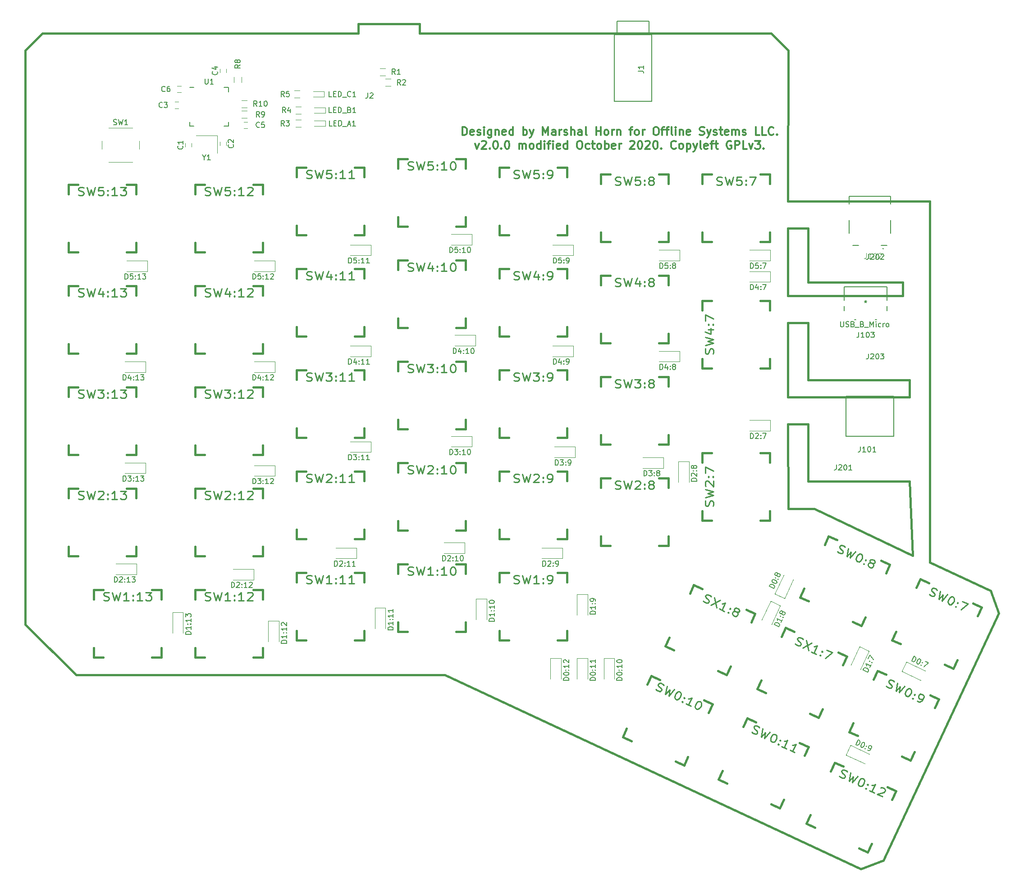
<source format=gto>
%TF.GenerationSoftware,KiCad,Pcbnew,5.1.7*%
%TF.CreationDate,2020-10-15T21:30:19-07:00*%
%TF.ProjectId,ErgoDOX_left,4572676f-444f-4585-9f6c-6566742e6b69,2.0.0*%
%TF.SameCoordinates,Original*%
%TF.FileFunction,Legend,Top*%
%TF.FilePolarity,Positive*%
%FSLAX46Y46*%
G04 Gerber Fmt 4.6, Leading zero omitted, Abs format (unit mm)*
G04 Created by KiCad (PCBNEW 5.1.7) date 2020-10-15 21:30:19*
%MOMM*%
%LPD*%
G01*
G04 APERTURE LIST*
%ADD10C,0.304800*%
%TA.AperFunction,Profile*%
%ADD11C,0.381000*%
%TD*%
%ADD12C,0.152400*%
%ADD13C,0.150000*%
%ADD14C,0.127000*%
%ADD15C,0.160000*%
%ADD16C,0.381000*%
%ADD17C,0.120000*%
%ADD18C,0.015000*%
%ADD19C,0.254000*%
G04 APERTURE END LIST*
D10*
X103739428Y-38892028D02*
X103739428Y-37368028D01*
X104102285Y-37368028D01*
X104319999Y-37440600D01*
X104465142Y-37585742D01*
X104537714Y-37730885D01*
X104610285Y-38021171D01*
X104610285Y-38238885D01*
X104537714Y-38529171D01*
X104465142Y-38674314D01*
X104319999Y-38819457D01*
X104102285Y-38892028D01*
X103739428Y-38892028D01*
X105843999Y-38819457D02*
X105698857Y-38892028D01*
X105408571Y-38892028D01*
X105263428Y-38819457D01*
X105190857Y-38674314D01*
X105190857Y-38093742D01*
X105263428Y-37948600D01*
X105408571Y-37876028D01*
X105698857Y-37876028D01*
X105843999Y-37948600D01*
X105916571Y-38093742D01*
X105916571Y-38238885D01*
X105190857Y-38384028D01*
X106497142Y-38819457D02*
X106642285Y-38892028D01*
X106932571Y-38892028D01*
X107077714Y-38819457D01*
X107150285Y-38674314D01*
X107150285Y-38601742D01*
X107077714Y-38456600D01*
X106932571Y-38384028D01*
X106714857Y-38384028D01*
X106569714Y-38311457D01*
X106497142Y-38166314D01*
X106497142Y-38093742D01*
X106569714Y-37948600D01*
X106714857Y-37876028D01*
X106932571Y-37876028D01*
X107077714Y-37948600D01*
X107803428Y-38892028D02*
X107803428Y-37876028D01*
X107803428Y-37368028D02*
X107730857Y-37440600D01*
X107803428Y-37513171D01*
X107875999Y-37440600D01*
X107803428Y-37368028D01*
X107803428Y-37513171D01*
X109182285Y-37876028D02*
X109182285Y-39109742D01*
X109109714Y-39254885D01*
X109037142Y-39327457D01*
X108891999Y-39400028D01*
X108674285Y-39400028D01*
X108529142Y-39327457D01*
X109182285Y-38819457D02*
X109037142Y-38892028D01*
X108746857Y-38892028D01*
X108601714Y-38819457D01*
X108529142Y-38746885D01*
X108456571Y-38601742D01*
X108456571Y-38166314D01*
X108529142Y-38021171D01*
X108601714Y-37948600D01*
X108746857Y-37876028D01*
X109037142Y-37876028D01*
X109182285Y-37948600D01*
X109907999Y-37876028D02*
X109907999Y-38892028D01*
X109907999Y-38021171D02*
X109980571Y-37948600D01*
X110125714Y-37876028D01*
X110343428Y-37876028D01*
X110488571Y-37948600D01*
X110561142Y-38093742D01*
X110561142Y-38892028D01*
X111867428Y-38819457D02*
X111722285Y-38892028D01*
X111431999Y-38892028D01*
X111286857Y-38819457D01*
X111214285Y-38674314D01*
X111214285Y-38093742D01*
X111286857Y-37948600D01*
X111431999Y-37876028D01*
X111722285Y-37876028D01*
X111867428Y-37948600D01*
X111939999Y-38093742D01*
X111939999Y-38238885D01*
X111214285Y-38384028D01*
X113246285Y-38892028D02*
X113246285Y-37368028D01*
X113246285Y-38819457D02*
X113101142Y-38892028D01*
X112810857Y-38892028D01*
X112665714Y-38819457D01*
X112593142Y-38746885D01*
X112520571Y-38601742D01*
X112520571Y-38166314D01*
X112593142Y-38021171D01*
X112665714Y-37948600D01*
X112810857Y-37876028D01*
X113101142Y-37876028D01*
X113246285Y-37948600D01*
X115133142Y-38892028D02*
X115133142Y-37368028D01*
X115133142Y-37948600D02*
X115278285Y-37876028D01*
X115568571Y-37876028D01*
X115713714Y-37948600D01*
X115786285Y-38021171D01*
X115858857Y-38166314D01*
X115858857Y-38601742D01*
X115786285Y-38746885D01*
X115713714Y-38819457D01*
X115568571Y-38892028D01*
X115278285Y-38892028D01*
X115133142Y-38819457D01*
X116366857Y-37876028D02*
X116729714Y-38892028D01*
X117092571Y-37876028D02*
X116729714Y-38892028D01*
X116584571Y-39254885D01*
X116511999Y-39327457D01*
X116366857Y-39400028D01*
X118834285Y-38892028D02*
X118834285Y-37368028D01*
X119342285Y-38456600D01*
X119850285Y-37368028D01*
X119850285Y-38892028D01*
X121229142Y-38892028D02*
X121229142Y-38093742D01*
X121156571Y-37948600D01*
X121011428Y-37876028D01*
X120721142Y-37876028D01*
X120575999Y-37948600D01*
X121229142Y-38819457D02*
X121083999Y-38892028D01*
X120721142Y-38892028D01*
X120575999Y-38819457D01*
X120503428Y-38674314D01*
X120503428Y-38529171D01*
X120575999Y-38384028D01*
X120721142Y-38311457D01*
X121083999Y-38311457D01*
X121229142Y-38238885D01*
X121954857Y-38892028D02*
X121954857Y-37876028D01*
X121954857Y-38166314D02*
X122027428Y-38021171D01*
X122099999Y-37948600D01*
X122245142Y-37876028D01*
X122390285Y-37876028D01*
X122825714Y-38819457D02*
X122970857Y-38892028D01*
X123261142Y-38892028D01*
X123406285Y-38819457D01*
X123478857Y-38674314D01*
X123478857Y-38601742D01*
X123406285Y-38456600D01*
X123261142Y-38384028D01*
X123043428Y-38384028D01*
X122898285Y-38311457D01*
X122825714Y-38166314D01*
X122825714Y-38093742D01*
X122898285Y-37948600D01*
X123043428Y-37876028D01*
X123261142Y-37876028D01*
X123406285Y-37948600D01*
X124131999Y-38892028D02*
X124131999Y-37368028D01*
X124785142Y-38892028D02*
X124785142Y-38093742D01*
X124712571Y-37948600D01*
X124567428Y-37876028D01*
X124349714Y-37876028D01*
X124204571Y-37948600D01*
X124131999Y-38021171D01*
X126163999Y-38892028D02*
X126163999Y-38093742D01*
X126091428Y-37948600D01*
X125946285Y-37876028D01*
X125655999Y-37876028D01*
X125510857Y-37948600D01*
X126163999Y-38819457D02*
X126018857Y-38892028D01*
X125655999Y-38892028D01*
X125510857Y-38819457D01*
X125438285Y-38674314D01*
X125438285Y-38529171D01*
X125510857Y-38384028D01*
X125655999Y-38311457D01*
X126018857Y-38311457D01*
X126163999Y-38238885D01*
X127107428Y-38892028D02*
X126962285Y-38819457D01*
X126889714Y-38674314D01*
X126889714Y-37368028D01*
X128849142Y-38892028D02*
X128849142Y-37368028D01*
X128849142Y-38093742D02*
X129719999Y-38093742D01*
X129719999Y-38892028D02*
X129719999Y-37368028D01*
X130663428Y-38892028D02*
X130518285Y-38819457D01*
X130445714Y-38746885D01*
X130373142Y-38601742D01*
X130373142Y-38166314D01*
X130445714Y-38021171D01*
X130518285Y-37948600D01*
X130663428Y-37876028D01*
X130881142Y-37876028D01*
X131026285Y-37948600D01*
X131098857Y-38021171D01*
X131171428Y-38166314D01*
X131171428Y-38601742D01*
X131098857Y-38746885D01*
X131026285Y-38819457D01*
X130881142Y-38892028D01*
X130663428Y-38892028D01*
X131824571Y-38892028D02*
X131824571Y-37876028D01*
X131824571Y-38166314D02*
X131897142Y-38021171D01*
X131969714Y-37948600D01*
X132114857Y-37876028D01*
X132259999Y-37876028D01*
X132767999Y-37876028D02*
X132767999Y-38892028D01*
X132767999Y-38021171D02*
X132840571Y-37948600D01*
X132985714Y-37876028D01*
X133203428Y-37876028D01*
X133348571Y-37948600D01*
X133421142Y-38093742D01*
X133421142Y-38892028D01*
X135090285Y-37876028D02*
X135670857Y-37876028D01*
X135308000Y-38892028D02*
X135308000Y-37585742D01*
X135380571Y-37440600D01*
X135525714Y-37368028D01*
X135670857Y-37368028D01*
X136396571Y-38892028D02*
X136251428Y-38819457D01*
X136178857Y-38746885D01*
X136106285Y-38601742D01*
X136106285Y-38166314D01*
X136178857Y-38021171D01*
X136251428Y-37948600D01*
X136396571Y-37876028D01*
X136614285Y-37876028D01*
X136759428Y-37948600D01*
X136832000Y-38021171D01*
X136904571Y-38166314D01*
X136904571Y-38601742D01*
X136832000Y-38746885D01*
X136759428Y-38819457D01*
X136614285Y-38892028D01*
X136396571Y-38892028D01*
X137557714Y-38892028D02*
X137557714Y-37876028D01*
X137557714Y-38166314D02*
X137630285Y-38021171D01*
X137702857Y-37948600D01*
X137848000Y-37876028D01*
X137993142Y-37876028D01*
X139952571Y-37368028D02*
X140242857Y-37368028D01*
X140388000Y-37440600D01*
X140533142Y-37585742D01*
X140605714Y-37876028D01*
X140605714Y-38384028D01*
X140533142Y-38674314D01*
X140388000Y-38819457D01*
X140242857Y-38892028D01*
X139952571Y-38892028D01*
X139807428Y-38819457D01*
X139662285Y-38674314D01*
X139589714Y-38384028D01*
X139589714Y-37876028D01*
X139662285Y-37585742D01*
X139807428Y-37440600D01*
X139952571Y-37368028D01*
X141041142Y-37876028D02*
X141621714Y-37876028D01*
X141258857Y-38892028D02*
X141258857Y-37585742D01*
X141331428Y-37440600D01*
X141476571Y-37368028D01*
X141621714Y-37368028D01*
X141912000Y-37876028D02*
X142492571Y-37876028D01*
X142129714Y-38892028D02*
X142129714Y-37585742D01*
X142202285Y-37440600D01*
X142347428Y-37368028D01*
X142492571Y-37368028D01*
X143218285Y-38892028D02*
X143073142Y-38819457D01*
X143000571Y-38674314D01*
X143000571Y-37368028D01*
X143798857Y-38892028D02*
X143798857Y-37876028D01*
X143798857Y-37368028D02*
X143726285Y-37440600D01*
X143798857Y-37513171D01*
X143871428Y-37440600D01*
X143798857Y-37368028D01*
X143798857Y-37513171D01*
X144524571Y-37876028D02*
X144524571Y-38892028D01*
X144524571Y-38021171D02*
X144597142Y-37948600D01*
X144742285Y-37876028D01*
X144960000Y-37876028D01*
X145105142Y-37948600D01*
X145177714Y-38093742D01*
X145177714Y-38892028D01*
X146484000Y-38819457D02*
X146338857Y-38892028D01*
X146048571Y-38892028D01*
X145903428Y-38819457D01*
X145830857Y-38674314D01*
X145830857Y-38093742D01*
X145903428Y-37948600D01*
X146048571Y-37876028D01*
X146338857Y-37876028D01*
X146484000Y-37948600D01*
X146556571Y-38093742D01*
X146556571Y-38238885D01*
X145830857Y-38384028D01*
X148298285Y-38819457D02*
X148516000Y-38892028D01*
X148878857Y-38892028D01*
X149024000Y-38819457D01*
X149096571Y-38746885D01*
X149169142Y-38601742D01*
X149169142Y-38456600D01*
X149096571Y-38311457D01*
X149024000Y-38238885D01*
X148878857Y-38166314D01*
X148588571Y-38093742D01*
X148443428Y-38021171D01*
X148370857Y-37948600D01*
X148298285Y-37803457D01*
X148298285Y-37658314D01*
X148370857Y-37513171D01*
X148443428Y-37440600D01*
X148588571Y-37368028D01*
X148951428Y-37368028D01*
X149169142Y-37440600D01*
X149677142Y-37876028D02*
X150040000Y-38892028D01*
X150402857Y-37876028D02*
X150040000Y-38892028D01*
X149894857Y-39254885D01*
X149822285Y-39327457D01*
X149677142Y-39400028D01*
X150910857Y-38819457D02*
X151056000Y-38892028D01*
X151346285Y-38892028D01*
X151491428Y-38819457D01*
X151564000Y-38674314D01*
X151564000Y-38601742D01*
X151491428Y-38456600D01*
X151346285Y-38384028D01*
X151128571Y-38384028D01*
X150983428Y-38311457D01*
X150910857Y-38166314D01*
X150910857Y-38093742D01*
X150983428Y-37948600D01*
X151128571Y-37876028D01*
X151346285Y-37876028D01*
X151491428Y-37948600D01*
X151999428Y-37876028D02*
X152580000Y-37876028D01*
X152217142Y-37368028D02*
X152217142Y-38674314D01*
X152289714Y-38819457D01*
X152434857Y-38892028D01*
X152580000Y-38892028D01*
X153668571Y-38819457D02*
X153523428Y-38892028D01*
X153233142Y-38892028D01*
X153088000Y-38819457D01*
X153015428Y-38674314D01*
X153015428Y-38093742D01*
X153088000Y-37948600D01*
X153233142Y-37876028D01*
X153523428Y-37876028D01*
X153668571Y-37948600D01*
X153741142Y-38093742D01*
X153741142Y-38238885D01*
X153015428Y-38384028D01*
X154394285Y-38892028D02*
X154394285Y-37876028D01*
X154394285Y-38021171D02*
X154466857Y-37948600D01*
X154612000Y-37876028D01*
X154829714Y-37876028D01*
X154974857Y-37948600D01*
X155047428Y-38093742D01*
X155047428Y-38892028D01*
X155047428Y-38093742D02*
X155120000Y-37948600D01*
X155265142Y-37876028D01*
X155482857Y-37876028D01*
X155628000Y-37948600D01*
X155700571Y-38093742D01*
X155700571Y-38892028D01*
X156353714Y-38819457D02*
X156498857Y-38892028D01*
X156789142Y-38892028D01*
X156934285Y-38819457D01*
X157006857Y-38674314D01*
X157006857Y-38601742D01*
X156934285Y-38456600D01*
X156789142Y-38384028D01*
X156571428Y-38384028D01*
X156426285Y-38311457D01*
X156353714Y-38166314D01*
X156353714Y-38093742D01*
X156426285Y-37948600D01*
X156571428Y-37876028D01*
X156789142Y-37876028D01*
X156934285Y-37948600D01*
X159546857Y-38892028D02*
X158821142Y-38892028D01*
X158821142Y-37368028D01*
X160780571Y-38892028D02*
X160054857Y-38892028D01*
X160054857Y-37368028D01*
X162159428Y-38746885D02*
X162086857Y-38819457D01*
X161869142Y-38892028D01*
X161724000Y-38892028D01*
X161506285Y-38819457D01*
X161361142Y-38674314D01*
X161288571Y-38529171D01*
X161216000Y-38238885D01*
X161216000Y-38021171D01*
X161288571Y-37730885D01*
X161361142Y-37585742D01*
X161506285Y-37440600D01*
X161724000Y-37368028D01*
X161869142Y-37368028D01*
X162086857Y-37440600D01*
X162159428Y-37513171D01*
X162812571Y-38746885D02*
X162885142Y-38819457D01*
X162812571Y-38892028D01*
X162740000Y-38819457D01*
X162812571Y-38746885D01*
X162812571Y-38892028D01*
X106098000Y-40466828D02*
X106460857Y-41482828D01*
X106823714Y-40466828D01*
X107331714Y-40103971D02*
X107404285Y-40031400D01*
X107549428Y-39958828D01*
X107912285Y-39958828D01*
X108057428Y-40031400D01*
X108130000Y-40103971D01*
X108202571Y-40249114D01*
X108202571Y-40394257D01*
X108130000Y-40611971D01*
X107259142Y-41482828D01*
X108202571Y-41482828D01*
X108855714Y-41337685D02*
X108928285Y-41410257D01*
X108855714Y-41482828D01*
X108783142Y-41410257D01*
X108855714Y-41337685D01*
X108855714Y-41482828D01*
X109871714Y-39958828D02*
X110016857Y-39958828D01*
X110162000Y-40031400D01*
X110234571Y-40103971D01*
X110307142Y-40249114D01*
X110379714Y-40539400D01*
X110379714Y-40902257D01*
X110307142Y-41192542D01*
X110234571Y-41337685D01*
X110162000Y-41410257D01*
X110016857Y-41482828D01*
X109871714Y-41482828D01*
X109726571Y-41410257D01*
X109654000Y-41337685D01*
X109581428Y-41192542D01*
X109508857Y-40902257D01*
X109508857Y-40539400D01*
X109581428Y-40249114D01*
X109654000Y-40103971D01*
X109726571Y-40031400D01*
X109871714Y-39958828D01*
X111032857Y-41337685D02*
X111105428Y-41410257D01*
X111032857Y-41482828D01*
X110960285Y-41410257D01*
X111032857Y-41337685D01*
X111032857Y-41482828D01*
X112048857Y-39958828D02*
X112194000Y-39958828D01*
X112339142Y-40031400D01*
X112411714Y-40103971D01*
X112484285Y-40249114D01*
X112556857Y-40539400D01*
X112556857Y-40902257D01*
X112484285Y-41192542D01*
X112411714Y-41337685D01*
X112339142Y-41410257D01*
X112194000Y-41482828D01*
X112048857Y-41482828D01*
X111903714Y-41410257D01*
X111831142Y-41337685D01*
X111758571Y-41192542D01*
X111686000Y-40902257D01*
X111686000Y-40539400D01*
X111758571Y-40249114D01*
X111831142Y-40103971D01*
X111903714Y-40031400D01*
X112048857Y-39958828D01*
X114371142Y-41482828D02*
X114371142Y-40466828D01*
X114371142Y-40611971D02*
X114443714Y-40539400D01*
X114588857Y-40466828D01*
X114806571Y-40466828D01*
X114951714Y-40539400D01*
X115024285Y-40684542D01*
X115024285Y-41482828D01*
X115024285Y-40684542D02*
X115096857Y-40539400D01*
X115242000Y-40466828D01*
X115459714Y-40466828D01*
X115604857Y-40539400D01*
X115677428Y-40684542D01*
X115677428Y-41482828D01*
X116620857Y-41482828D02*
X116475714Y-41410257D01*
X116403142Y-41337685D01*
X116330571Y-41192542D01*
X116330571Y-40757114D01*
X116403142Y-40611971D01*
X116475714Y-40539400D01*
X116620857Y-40466828D01*
X116838571Y-40466828D01*
X116983714Y-40539400D01*
X117056285Y-40611971D01*
X117128857Y-40757114D01*
X117128857Y-41192542D01*
X117056285Y-41337685D01*
X116983714Y-41410257D01*
X116838571Y-41482828D01*
X116620857Y-41482828D01*
X118435142Y-41482828D02*
X118435142Y-39958828D01*
X118435142Y-41410257D02*
X118290000Y-41482828D01*
X117999714Y-41482828D01*
X117854571Y-41410257D01*
X117782000Y-41337685D01*
X117709428Y-41192542D01*
X117709428Y-40757114D01*
X117782000Y-40611971D01*
X117854571Y-40539400D01*
X117999714Y-40466828D01*
X118290000Y-40466828D01*
X118435142Y-40539400D01*
X119160857Y-41482828D02*
X119160857Y-40466828D01*
X119160857Y-39958828D02*
X119088285Y-40031400D01*
X119160857Y-40103971D01*
X119233428Y-40031400D01*
X119160857Y-39958828D01*
X119160857Y-40103971D01*
X119668857Y-40466828D02*
X120249428Y-40466828D01*
X119886571Y-41482828D02*
X119886571Y-40176542D01*
X119959142Y-40031400D01*
X120104285Y-39958828D01*
X120249428Y-39958828D01*
X120757428Y-41482828D02*
X120757428Y-40466828D01*
X120757428Y-39958828D02*
X120684857Y-40031400D01*
X120757428Y-40103971D01*
X120830000Y-40031400D01*
X120757428Y-39958828D01*
X120757428Y-40103971D01*
X122063714Y-41410257D02*
X121918571Y-41482828D01*
X121628285Y-41482828D01*
X121483142Y-41410257D01*
X121410571Y-41265114D01*
X121410571Y-40684542D01*
X121483142Y-40539400D01*
X121628285Y-40466828D01*
X121918571Y-40466828D01*
X122063714Y-40539400D01*
X122136285Y-40684542D01*
X122136285Y-40829685D01*
X121410571Y-40974828D01*
X123442571Y-41482828D02*
X123442571Y-39958828D01*
X123442571Y-41410257D02*
X123297428Y-41482828D01*
X123007142Y-41482828D01*
X122862000Y-41410257D01*
X122789428Y-41337685D01*
X122716857Y-41192542D01*
X122716857Y-40757114D01*
X122789428Y-40611971D01*
X122862000Y-40539400D01*
X123007142Y-40466828D01*
X123297428Y-40466828D01*
X123442571Y-40539400D01*
X125619714Y-39958828D02*
X125910000Y-39958828D01*
X126055142Y-40031400D01*
X126200285Y-40176542D01*
X126272857Y-40466828D01*
X126272857Y-40974828D01*
X126200285Y-41265114D01*
X126055142Y-41410257D01*
X125910000Y-41482828D01*
X125619714Y-41482828D01*
X125474571Y-41410257D01*
X125329428Y-41265114D01*
X125256857Y-40974828D01*
X125256857Y-40466828D01*
X125329428Y-40176542D01*
X125474571Y-40031400D01*
X125619714Y-39958828D01*
X127579142Y-41410257D02*
X127434000Y-41482828D01*
X127143714Y-41482828D01*
X126998571Y-41410257D01*
X126926000Y-41337685D01*
X126853428Y-41192542D01*
X126853428Y-40757114D01*
X126926000Y-40611971D01*
X126998571Y-40539400D01*
X127143714Y-40466828D01*
X127434000Y-40466828D01*
X127579142Y-40539400D01*
X128014571Y-40466828D02*
X128595142Y-40466828D01*
X128232285Y-39958828D02*
X128232285Y-41265114D01*
X128304857Y-41410257D01*
X128450000Y-41482828D01*
X128595142Y-41482828D01*
X129320857Y-41482828D02*
X129175714Y-41410257D01*
X129103142Y-41337685D01*
X129030571Y-41192542D01*
X129030571Y-40757114D01*
X129103142Y-40611971D01*
X129175714Y-40539400D01*
X129320857Y-40466828D01*
X129538571Y-40466828D01*
X129683714Y-40539400D01*
X129756285Y-40611971D01*
X129828857Y-40757114D01*
X129828857Y-41192542D01*
X129756285Y-41337685D01*
X129683714Y-41410257D01*
X129538571Y-41482828D01*
X129320857Y-41482828D01*
X130482000Y-41482828D02*
X130482000Y-39958828D01*
X130482000Y-40539400D02*
X130627142Y-40466828D01*
X130917428Y-40466828D01*
X131062571Y-40539400D01*
X131135142Y-40611971D01*
X131207714Y-40757114D01*
X131207714Y-41192542D01*
X131135142Y-41337685D01*
X131062571Y-41410257D01*
X130917428Y-41482828D01*
X130627142Y-41482828D01*
X130482000Y-41410257D01*
X132441428Y-41410257D02*
X132296285Y-41482828D01*
X132006000Y-41482828D01*
X131860857Y-41410257D01*
X131788285Y-41265114D01*
X131788285Y-40684542D01*
X131860857Y-40539400D01*
X132006000Y-40466828D01*
X132296285Y-40466828D01*
X132441428Y-40539400D01*
X132514000Y-40684542D01*
X132514000Y-40829685D01*
X131788285Y-40974828D01*
X133167142Y-41482828D02*
X133167142Y-40466828D01*
X133167142Y-40757114D02*
X133239714Y-40611971D01*
X133312285Y-40539400D01*
X133457428Y-40466828D01*
X133602571Y-40466828D01*
X135199142Y-40103971D02*
X135271714Y-40031400D01*
X135416857Y-39958828D01*
X135779714Y-39958828D01*
X135924857Y-40031400D01*
X135997428Y-40103971D01*
X136070000Y-40249114D01*
X136070000Y-40394257D01*
X135997428Y-40611971D01*
X135126571Y-41482828D01*
X136070000Y-41482828D01*
X137013428Y-39958828D02*
X137158571Y-39958828D01*
X137303714Y-40031400D01*
X137376285Y-40103971D01*
X137448857Y-40249114D01*
X137521428Y-40539400D01*
X137521428Y-40902257D01*
X137448857Y-41192542D01*
X137376285Y-41337685D01*
X137303714Y-41410257D01*
X137158571Y-41482828D01*
X137013428Y-41482828D01*
X136868285Y-41410257D01*
X136795714Y-41337685D01*
X136723142Y-41192542D01*
X136650571Y-40902257D01*
X136650571Y-40539400D01*
X136723142Y-40249114D01*
X136795714Y-40103971D01*
X136868285Y-40031400D01*
X137013428Y-39958828D01*
X138102000Y-40103971D02*
X138174571Y-40031400D01*
X138319714Y-39958828D01*
X138682571Y-39958828D01*
X138827714Y-40031400D01*
X138900285Y-40103971D01*
X138972857Y-40249114D01*
X138972857Y-40394257D01*
X138900285Y-40611971D01*
X138029428Y-41482828D01*
X138972857Y-41482828D01*
X139916285Y-39958828D02*
X140061428Y-39958828D01*
X140206571Y-40031400D01*
X140279142Y-40103971D01*
X140351714Y-40249114D01*
X140424285Y-40539400D01*
X140424285Y-40902257D01*
X140351714Y-41192542D01*
X140279142Y-41337685D01*
X140206571Y-41410257D01*
X140061428Y-41482828D01*
X139916285Y-41482828D01*
X139771142Y-41410257D01*
X139698571Y-41337685D01*
X139626000Y-41192542D01*
X139553428Y-40902257D01*
X139553428Y-40539400D01*
X139626000Y-40249114D01*
X139698571Y-40103971D01*
X139771142Y-40031400D01*
X139916285Y-39958828D01*
X141077428Y-41337685D02*
X141150000Y-41410257D01*
X141077428Y-41482828D01*
X141004857Y-41410257D01*
X141077428Y-41337685D01*
X141077428Y-41482828D01*
X143835142Y-41337685D02*
X143762571Y-41410257D01*
X143544857Y-41482828D01*
X143399714Y-41482828D01*
X143182000Y-41410257D01*
X143036857Y-41265114D01*
X142964285Y-41119971D01*
X142891714Y-40829685D01*
X142891714Y-40611971D01*
X142964285Y-40321685D01*
X143036857Y-40176542D01*
X143182000Y-40031400D01*
X143399714Y-39958828D01*
X143544857Y-39958828D01*
X143762571Y-40031400D01*
X143835142Y-40103971D01*
X144706000Y-41482828D02*
X144560857Y-41410257D01*
X144488285Y-41337685D01*
X144415714Y-41192542D01*
X144415714Y-40757114D01*
X144488285Y-40611971D01*
X144560857Y-40539400D01*
X144706000Y-40466828D01*
X144923714Y-40466828D01*
X145068857Y-40539400D01*
X145141428Y-40611971D01*
X145214000Y-40757114D01*
X145214000Y-41192542D01*
X145141428Y-41337685D01*
X145068857Y-41410257D01*
X144923714Y-41482828D01*
X144706000Y-41482828D01*
X145867142Y-40466828D02*
X145867142Y-41990828D01*
X145867142Y-40539400D02*
X146012285Y-40466828D01*
X146302571Y-40466828D01*
X146447714Y-40539400D01*
X146520285Y-40611971D01*
X146592857Y-40757114D01*
X146592857Y-41192542D01*
X146520285Y-41337685D01*
X146447714Y-41410257D01*
X146302571Y-41482828D01*
X146012285Y-41482828D01*
X145867142Y-41410257D01*
X147100857Y-40466828D02*
X147463714Y-41482828D01*
X147826571Y-40466828D02*
X147463714Y-41482828D01*
X147318571Y-41845685D01*
X147246000Y-41918257D01*
X147100857Y-41990828D01*
X148624857Y-41482828D02*
X148479714Y-41410257D01*
X148407142Y-41265114D01*
X148407142Y-39958828D01*
X149786000Y-41410257D02*
X149640857Y-41482828D01*
X149350571Y-41482828D01*
X149205428Y-41410257D01*
X149132857Y-41265114D01*
X149132857Y-40684542D01*
X149205428Y-40539400D01*
X149350571Y-40466828D01*
X149640857Y-40466828D01*
X149786000Y-40539400D01*
X149858571Y-40684542D01*
X149858571Y-40829685D01*
X149132857Y-40974828D01*
X150294000Y-40466828D02*
X150874571Y-40466828D01*
X150511714Y-41482828D02*
X150511714Y-40176542D01*
X150584285Y-40031400D01*
X150729428Y-39958828D01*
X150874571Y-39958828D01*
X151164857Y-40466828D02*
X151745428Y-40466828D01*
X151382571Y-39958828D02*
X151382571Y-41265114D01*
X151455142Y-41410257D01*
X151600285Y-41482828D01*
X151745428Y-41482828D01*
X154212857Y-40031400D02*
X154067714Y-39958828D01*
X153850000Y-39958828D01*
X153632285Y-40031400D01*
X153487142Y-40176542D01*
X153414571Y-40321685D01*
X153342000Y-40611971D01*
X153342000Y-40829685D01*
X153414571Y-41119971D01*
X153487142Y-41265114D01*
X153632285Y-41410257D01*
X153850000Y-41482828D01*
X153995142Y-41482828D01*
X154212857Y-41410257D01*
X154285428Y-41337685D01*
X154285428Y-40829685D01*
X153995142Y-40829685D01*
X154938571Y-41482828D02*
X154938571Y-39958828D01*
X155519142Y-39958828D01*
X155664285Y-40031400D01*
X155736857Y-40103971D01*
X155809428Y-40249114D01*
X155809428Y-40466828D01*
X155736857Y-40611971D01*
X155664285Y-40684542D01*
X155519142Y-40757114D01*
X154938571Y-40757114D01*
X157188285Y-41482828D02*
X156462571Y-41482828D01*
X156462571Y-39958828D01*
X157551142Y-40466828D02*
X157914000Y-41482828D01*
X158276857Y-40466828D01*
X158712285Y-39958828D02*
X159655714Y-39958828D01*
X159147714Y-40539400D01*
X159365428Y-40539400D01*
X159510571Y-40611971D01*
X159583142Y-40684542D01*
X159655714Y-40829685D01*
X159655714Y-41192542D01*
X159583142Y-41337685D01*
X159510571Y-41410257D01*
X159365428Y-41482828D01*
X158930000Y-41482828D01*
X158784857Y-41410257D01*
X158712285Y-41337685D01*
X160308857Y-41337685D02*
X160381428Y-41410257D01*
X160308857Y-41482828D01*
X160236285Y-41410257D01*
X160308857Y-41337685D01*
X160308857Y-41482828D01*
D11*
X164846000Y-93218000D02*
X164941000Y-109166000D01*
X164846000Y-74168000D02*
X164846000Y-88138000D01*
X164846000Y-56388000D02*
X164846000Y-69088000D01*
X168656000Y-56388000D02*
X164846000Y-56388000D01*
X187706000Y-104013000D02*
X188341000Y-117983000D01*
X168656000Y-104013000D02*
X187706000Y-104013000D01*
X168656000Y-93218000D02*
X168656000Y-104013000D01*
X164846000Y-93218000D02*
X168656000Y-93218000D01*
X187706000Y-88138000D02*
X164846000Y-88138000D01*
X187706000Y-84963000D02*
X187706000Y-88138000D01*
X168656000Y-84963000D02*
X187706000Y-84963000D01*
X168656000Y-74168000D02*
X168656000Y-84963000D01*
X164846000Y-74168000D02*
X168656000Y-74168000D01*
X186436000Y-69088000D02*
X164846000Y-69088000D01*
X186436000Y-66548000D02*
X186436000Y-69088000D01*
X168656000Y-66548000D02*
X186436000Y-66548000D01*
X168656000Y-56388000D02*
X168656000Y-66548000D01*
X164846000Y-51308000D02*
X164941000Y-22933000D01*
X168656000Y-51308000D02*
X164846000Y-51308000D01*
X169843200Y-109166000D02*
X188341000Y-117983000D01*
X191516000Y-119253000D02*
X202934320Y-124596500D01*
X191516000Y-51308000D02*
X191516000Y-119253000D01*
X168656000Y-51308000D02*
X191516000Y-51308000D01*
X21634200Y-22933000D02*
X21634200Y-130883000D01*
X137431000Y-19758000D02*
X134031000Y-19758000D01*
X137431000Y-19758000D02*
X149675600Y-19758000D01*
X132505200Y-19758000D02*
X134031000Y-19758000D01*
X24809200Y-19758000D02*
X84143600Y-19758000D01*
X84143600Y-17980000D02*
X95649800Y-17980000D01*
X84143600Y-19758000D02*
X84143600Y-17980000D01*
X95649800Y-17980000D02*
X95649800Y-19758000D01*
X95649800Y-19758000D02*
X132505200Y-19758000D01*
X149675600Y-19758000D02*
X161740600Y-19758000D01*
X161740600Y-19758000D02*
X164941000Y-22933000D01*
X100399600Y-140408000D02*
X31159200Y-140408000D01*
X31159200Y-140408000D02*
X21634200Y-130883000D01*
X21634200Y-22933000D02*
X24809200Y-19758000D01*
X164941000Y-109166000D02*
X169843200Y-109166000D01*
X202934320Y-124596500D02*
X204471020Y-128815440D01*
X204471020Y-128815440D02*
X182787040Y-175317760D01*
X182787040Y-175317760D02*
X178568100Y-176851920D01*
X178568100Y-176851920D02*
X100399600Y-140408000D01*
D12*
%TO.C,J103*%
X183527300Y-67437300D02*
X175424700Y-67437300D01*
X175424700Y-67437300D02*
X175424700Y-69926980D01*
X177408839Y-73558699D02*
X177640060Y-73558699D01*
X183527300Y-71904421D02*
X183527300Y-71036417D01*
X181311940Y-73558699D02*
X181543161Y-73558699D01*
X183527300Y-69926980D02*
X183527300Y-67437300D01*
X175424700Y-71036417D02*
X175424700Y-71904421D01*
D13*
%TO.C,J101*%
X175776000Y-87998000D02*
X175776000Y-95498000D01*
X184776000Y-87998000D02*
X175776000Y-87998000D01*
X184776000Y-95498000D02*
X184776000Y-87998000D01*
X175776000Y-95498000D02*
X184776000Y-95498000D01*
D14*
%TO.C,J102*%
X184123500Y-54868000D02*
X184123500Y-57348000D01*
X176403500Y-54868000D02*
X176403500Y-57348000D01*
X183473500Y-59598000D02*
X182363500Y-59598000D01*
X178163500Y-59598000D02*
X177053500Y-59598000D01*
X184123500Y-51868000D02*
X184123500Y-50398000D01*
X184123500Y-50398000D02*
X176403500Y-50398000D01*
X176403500Y-50398000D02*
X176403500Y-51868000D01*
D15*
X182843500Y-60248000D02*
G75*
G03*
X182843500Y-60248000I-80000J0D01*
G01*
D16*
%TO.C,SW1:9*%
X123412000Y-133848000D02*
X121634000Y-133848000D01*
X112490000Y-133848000D02*
X110712000Y-133848000D01*
X110712000Y-133848000D02*
X110712000Y-132070000D01*
X110712000Y-122926000D02*
X110712000Y-121148000D01*
X110712000Y-121148000D02*
X112490000Y-121148000D01*
X121634000Y-121148000D02*
X123412000Y-121148000D01*
X123412000Y-121148000D02*
X123412000Y-122926000D01*
X123412000Y-132070000D02*
X123412000Y-133848000D01*
%TO.C,SW5:13*%
X42449500Y-60855200D02*
X40671500Y-60855200D01*
X31527500Y-60855200D02*
X29749500Y-60855200D01*
X29749500Y-60855200D02*
X29749500Y-59077200D01*
X29749500Y-49933200D02*
X29749500Y-48155200D01*
X29749500Y-48155200D02*
X31527500Y-48155200D01*
X40671500Y-48155200D02*
X42449500Y-48155200D01*
X42449500Y-48155200D02*
X42449500Y-49933200D01*
X42449500Y-59077200D02*
X42449500Y-60855200D01*
D17*
%TO.C,R8*%
X62206000Y-27998000D02*
X62206000Y-28998000D01*
X60846000Y-28998000D02*
X60846000Y-27998000D01*
%TO.C,R2*%
X90276000Y-29678000D02*
X89276000Y-29678000D01*
X89276000Y-28318000D02*
X90276000Y-28318000D01*
%TO.C,R1*%
X89276000Y-27678000D02*
X88276000Y-27678000D01*
X88276000Y-26318000D02*
X89276000Y-26318000D01*
%TO.C,Y1*%
X57676000Y-42298000D02*
X57676000Y-38998000D01*
X57676000Y-38998000D02*
X53676000Y-38998000D01*
%TO.C,R5*%
X73176000Y-31878000D02*
X72176000Y-31878000D01*
X72176000Y-30518000D02*
X73176000Y-30518000D01*
%TO.C,C6*%
X50176000Y-29648000D02*
X50876000Y-29648000D01*
X50876000Y-30848000D02*
X50176000Y-30848000D01*
%TO.C,C5*%
X63376000Y-37598000D02*
X62676000Y-37598000D01*
X62676000Y-36398000D02*
X63376000Y-36398000D01*
%TO.C,C4*%
X59376000Y-26398000D02*
X59376000Y-27098000D01*
X58176000Y-27098000D02*
X58176000Y-26398000D01*
%TO.C,C3*%
X49676000Y-32648000D02*
X50376000Y-32648000D01*
X50376000Y-33848000D02*
X49676000Y-33848000D01*
%TO.C,C2*%
X58176000Y-40848000D02*
X58176000Y-40148000D01*
X59376000Y-40148000D02*
X59376000Y-40848000D01*
%TO.C,C1*%
X52876000Y-40398000D02*
X52876000Y-41098000D01*
X51676000Y-41098000D02*
X51676000Y-40398000D01*
%TO.C,D5:9*%
X124526000Y-61498000D02*
X124526000Y-59498000D01*
X124526000Y-59498000D02*
X120626000Y-59498000D01*
X124526000Y-61498000D02*
X120626000Y-61498000D01*
D16*
%TO.C,SX1:7*%
X170608308Y-148422500D02*
X168996893Y-147671085D01*
X160709615Y-143806664D02*
X159098200Y-143055248D01*
X159098200Y-143055248D02*
X159849615Y-141443833D01*
X163714036Y-133156555D02*
X164465452Y-131545140D01*
X164465452Y-131545140D02*
X166076867Y-132296555D01*
X174364145Y-136160976D02*
X175975560Y-136912392D01*
X175975560Y-136912392D02*
X175224145Y-138523807D01*
X171359724Y-146811085D02*
X170608308Y-148422500D01*
%TO.C,SW3:13*%
X42449500Y-98952660D02*
X40671500Y-98952660D01*
X31527500Y-98952660D02*
X29749500Y-98952660D01*
X29749500Y-98952660D02*
X29749500Y-97174660D01*
X29749500Y-88030660D02*
X29749500Y-86252660D01*
X29749500Y-86252660D02*
X31527500Y-86252660D01*
X40671500Y-86252660D02*
X42449500Y-86252660D01*
X42449500Y-86252660D02*
X42449500Y-88030660D01*
X42449500Y-97174660D02*
X42449500Y-98952660D01*
%TO.C,SW2:9*%
X123412000Y-114827660D02*
X121634000Y-114827660D01*
X112490000Y-114827660D02*
X110712000Y-114827660D01*
X110712000Y-114827660D02*
X110712000Y-113049660D01*
X110712000Y-103905660D02*
X110712000Y-102127660D01*
X110712000Y-102127660D02*
X112490000Y-102127660D01*
X121634000Y-102127660D02*
X123412000Y-102127660D01*
X123412000Y-102127660D02*
X123412000Y-103905660D01*
X123412000Y-113049660D02*
X123412000Y-114827660D01*
%TO.C,SW2:10*%
X104362000Y-113230000D02*
X102584000Y-113230000D01*
X93440000Y-113230000D02*
X91662000Y-113230000D01*
X91662000Y-113230000D02*
X91662000Y-111452000D01*
X91662000Y-102308000D02*
X91662000Y-100530000D01*
X91662000Y-100530000D02*
X93440000Y-100530000D01*
X102584000Y-100530000D02*
X104362000Y-100530000D01*
X104362000Y-100530000D02*
X104362000Y-102308000D01*
X104362000Y-111452000D02*
X104362000Y-113230000D01*
%TO.C,SW3:9*%
X123412000Y-95777660D02*
X121634000Y-95777660D01*
X112490000Y-95777660D02*
X110712000Y-95777660D01*
X110712000Y-95777660D02*
X110712000Y-93999660D01*
X110712000Y-84855660D02*
X110712000Y-83077660D01*
X110712000Y-83077660D02*
X112490000Y-83077660D01*
X121634000Y-83077660D02*
X123412000Y-83077660D01*
X123412000Y-83077660D02*
X123412000Y-84855660D01*
X123412000Y-93999660D02*
X123412000Y-95777660D01*
%TO.C,SW2:11*%
X85312000Y-114827660D02*
X83534000Y-114827660D01*
X74390000Y-114827660D02*
X72612000Y-114827660D01*
X72612000Y-114827660D02*
X72612000Y-113049660D01*
X72612000Y-103905660D02*
X72612000Y-102127660D01*
X72612000Y-102127660D02*
X74390000Y-102127660D01*
X83534000Y-102127660D02*
X85312000Y-102127660D01*
X85312000Y-102127660D02*
X85312000Y-103905660D01*
X85312000Y-113049660D02*
X85312000Y-114827660D01*
%TO.C,SW3:10*%
X104362000Y-94180000D02*
X102584000Y-94180000D01*
X93440000Y-94180000D02*
X91662000Y-94180000D01*
X91662000Y-94180000D02*
X91662000Y-92402000D01*
X91662000Y-83258000D02*
X91662000Y-81480000D01*
X91662000Y-81480000D02*
X93440000Y-81480000D01*
X102584000Y-81480000D02*
X104362000Y-81480000D01*
X104362000Y-81480000D02*
X104362000Y-83258000D01*
X104362000Y-92402000D02*
X104362000Y-94180000D01*
%TO.C,SW3:11*%
X85312000Y-95777660D02*
X83534000Y-95777660D01*
X74390000Y-95777660D02*
X72612000Y-95777660D01*
X72612000Y-95777660D02*
X72612000Y-93999660D01*
X72612000Y-84855660D02*
X72612000Y-83077660D01*
X72612000Y-83077660D02*
X74390000Y-83077660D01*
X83534000Y-83077660D02*
X85312000Y-83077660D01*
X85312000Y-83077660D02*
X85312000Y-84855660D01*
X85312000Y-93999660D02*
X85312000Y-95777660D01*
%TO.C,SW1:11*%
X85312000Y-133848000D02*
X83534000Y-133848000D01*
X74390000Y-133848000D02*
X72612000Y-133848000D01*
X72612000Y-133848000D02*
X72612000Y-132070000D01*
X72612000Y-122926000D02*
X72612000Y-121148000D01*
X72612000Y-121148000D02*
X74390000Y-121148000D01*
X83534000Y-121148000D02*
X85312000Y-121148000D01*
X85312000Y-121148000D02*
X85312000Y-122926000D01*
X85312000Y-132070000D02*
X85312000Y-133848000D01*
%TO.C,SW1:10*%
X104362000Y-132280000D02*
X102584000Y-132280000D01*
X93440000Y-132280000D02*
X91662000Y-132280000D01*
X91662000Y-132280000D02*
X91662000Y-130502000D01*
X91662000Y-121358000D02*
X91662000Y-119580000D01*
X91662000Y-119580000D02*
X93440000Y-119580000D01*
X102584000Y-119580000D02*
X104362000Y-119580000D01*
X104362000Y-119580000D02*
X104362000Y-121358000D01*
X104362000Y-130502000D02*
X104362000Y-132280000D01*
D13*
%TO.C,U1*%
X59757250Y-29941750D02*
X59757250Y-30716750D01*
X52507250Y-37191750D02*
X52507250Y-36416750D01*
X59757250Y-37191750D02*
X59757250Y-36416750D01*
X52507250Y-29941750D02*
X53282250Y-29941750D01*
X52507250Y-37191750D02*
X53282250Y-37191750D01*
X59757250Y-37191750D02*
X58982250Y-37191750D01*
X59757250Y-29941750D02*
X58982250Y-29941750D01*
D16*
%TO.C,SX1:8*%
X153343928Y-140370700D02*
X151732513Y-139619285D01*
X143445235Y-135754864D02*
X141833820Y-135003448D01*
X141833820Y-135003448D02*
X142585235Y-133392033D01*
X146449656Y-125104755D02*
X147201072Y-123493340D01*
X147201072Y-123493340D02*
X148812487Y-124244755D01*
X157099765Y-128109176D02*
X158711180Y-128860592D01*
X158711180Y-128860592D02*
X157959765Y-130472007D01*
X154095344Y-138759285D02*
X153343928Y-140370700D01*
%TO.C,SW5:12*%
X66262000Y-60855200D02*
X64484000Y-60855200D01*
X55340000Y-60855200D02*
X53562000Y-60855200D01*
X53562000Y-60855200D02*
X53562000Y-59077200D01*
X53562000Y-49933200D02*
X53562000Y-48155200D01*
X53562000Y-48155200D02*
X55340000Y-48155200D01*
X64484000Y-48155200D02*
X66262000Y-48155200D01*
X66262000Y-48155200D02*
X66262000Y-49933200D01*
X66262000Y-59077200D02*
X66262000Y-60855200D01*
%TO.C,SW5:11*%
X85312000Y-57677660D02*
X83534000Y-57677660D01*
X74390000Y-57677660D02*
X72612000Y-57677660D01*
X72612000Y-57677660D02*
X72612000Y-55899660D01*
X72612000Y-46755660D02*
X72612000Y-44977660D01*
X72612000Y-44977660D02*
X74390000Y-44977660D01*
X83534000Y-44977660D02*
X85312000Y-44977660D01*
X85312000Y-44977660D02*
X85312000Y-46755660D01*
X85312000Y-55899660D02*
X85312000Y-57677660D01*
%TO.C,SW5:10*%
X104362000Y-56080000D02*
X102584000Y-56080000D01*
X93440000Y-56080000D02*
X91662000Y-56080000D01*
X91662000Y-56080000D02*
X91662000Y-54302000D01*
X91662000Y-45158000D02*
X91662000Y-43380000D01*
X91662000Y-43380000D02*
X93440000Y-43380000D01*
X102584000Y-43380000D02*
X104362000Y-43380000D01*
X104362000Y-43380000D02*
X104362000Y-45158000D01*
X104362000Y-54302000D02*
X104362000Y-56080000D01*
%TO.C,SW5:9*%
X123412000Y-57677660D02*
X121634000Y-57677660D01*
X112490000Y-57677660D02*
X110712000Y-57677660D01*
X110712000Y-57677660D02*
X110712000Y-55899660D01*
X110712000Y-46755660D02*
X110712000Y-44977660D01*
X110712000Y-44977660D02*
X112490000Y-44977660D01*
X121634000Y-44977660D02*
X123412000Y-44977660D01*
X123412000Y-44977660D02*
X123412000Y-46755660D01*
X123412000Y-55899660D02*
X123412000Y-57677660D01*
%TO.C,SW5:8*%
X142462000Y-58950200D02*
X140684000Y-58950200D01*
X131540000Y-58950200D02*
X129762000Y-58950200D01*
X129762000Y-58950200D02*
X129762000Y-57172200D01*
X129762000Y-48028200D02*
X129762000Y-46250200D01*
X129762000Y-46250200D02*
X131540000Y-46250200D01*
X140684000Y-46250200D02*
X142462000Y-46250200D01*
X142462000Y-46250200D02*
X142462000Y-48028200D01*
X142462000Y-57172200D02*
X142462000Y-58950200D01*
%TO.C,SW5:7*%
X161512000Y-58950200D02*
X159734000Y-58950200D01*
X150590000Y-58950200D02*
X148812000Y-58950200D01*
X148812000Y-58950200D02*
X148812000Y-57172200D01*
X148812000Y-48028200D02*
X148812000Y-46250200D01*
X148812000Y-46250200D02*
X150590000Y-46250200D01*
X159734000Y-46250200D02*
X161512000Y-46250200D01*
X161512000Y-46250200D02*
X161512000Y-48028200D01*
X161512000Y-57172200D02*
X161512000Y-58950200D01*
%TO.C,SW4:13*%
X42449500Y-79902660D02*
X40671500Y-79902660D01*
X31527500Y-79902660D02*
X29749500Y-79902660D01*
X29749500Y-79902660D02*
X29749500Y-78124660D01*
X29749500Y-68980660D02*
X29749500Y-67202660D01*
X29749500Y-67202660D02*
X31527500Y-67202660D01*
X40671500Y-67202660D02*
X42449500Y-67202660D01*
X42449500Y-67202660D02*
X42449500Y-68980660D01*
X42449500Y-78124660D02*
X42449500Y-79902660D01*
%TO.C,SW4:12*%
X66262000Y-79902660D02*
X64484000Y-79902660D01*
X55340000Y-79902660D02*
X53562000Y-79902660D01*
X53562000Y-79902660D02*
X53562000Y-78124660D01*
X53562000Y-68980660D02*
X53562000Y-67202660D01*
X53562000Y-67202660D02*
X55340000Y-67202660D01*
X64484000Y-67202660D02*
X66262000Y-67202660D01*
X66262000Y-67202660D02*
X66262000Y-68980660D01*
X66262000Y-78124660D02*
X66262000Y-79902660D01*
%TO.C,SW4:11*%
X85312000Y-76727660D02*
X83534000Y-76727660D01*
X74390000Y-76727660D02*
X72612000Y-76727660D01*
X72612000Y-76727660D02*
X72612000Y-74949660D01*
X72612000Y-65805660D02*
X72612000Y-64027660D01*
X72612000Y-64027660D02*
X74390000Y-64027660D01*
X83534000Y-64027660D02*
X85312000Y-64027660D01*
X85312000Y-64027660D02*
X85312000Y-65805660D01*
X85312000Y-74949660D02*
X85312000Y-76727660D01*
%TO.C,SW4:10*%
X104362000Y-75130000D02*
X102584000Y-75130000D01*
X93440000Y-75130000D02*
X91662000Y-75130000D01*
X91662000Y-75130000D02*
X91662000Y-73352000D01*
X91662000Y-64208000D02*
X91662000Y-62430000D01*
X91662000Y-62430000D02*
X93440000Y-62430000D01*
X102584000Y-62430000D02*
X104362000Y-62430000D01*
X104362000Y-62430000D02*
X104362000Y-64208000D01*
X104362000Y-73352000D02*
X104362000Y-75130000D01*
%TO.C,SW4:9*%
X123412000Y-76727660D02*
X121634000Y-76727660D01*
X112490000Y-76727660D02*
X110712000Y-76727660D01*
X110712000Y-76727660D02*
X110712000Y-74949660D01*
X110712000Y-65805660D02*
X110712000Y-64027660D01*
X110712000Y-64027660D02*
X112490000Y-64027660D01*
X121634000Y-64027660D02*
X123412000Y-64027660D01*
X123412000Y-64027660D02*
X123412000Y-65805660D01*
X123412000Y-74949660D02*
X123412000Y-76727660D01*
%TO.C,SW4:8*%
X142462000Y-77997660D02*
X140684000Y-77997660D01*
X131540000Y-77997660D02*
X129762000Y-77997660D01*
X129762000Y-77997660D02*
X129762000Y-76219660D01*
X129762000Y-67075660D02*
X129762000Y-65297660D01*
X129762000Y-65297660D02*
X131540000Y-65297660D01*
X140684000Y-65297660D02*
X142462000Y-65297660D01*
X142462000Y-65297660D02*
X142462000Y-67075660D01*
X142462000Y-76219660D02*
X142462000Y-77997660D01*
%TO.C,SW4:7*%
X161512000Y-70060160D02*
X161512000Y-71838160D01*
X161512000Y-80982160D02*
X161512000Y-82760160D01*
X161512000Y-82760160D02*
X159734000Y-82760160D01*
X150590000Y-82760160D02*
X148812000Y-82760160D01*
X148812000Y-82760160D02*
X148812000Y-80982160D01*
X148812000Y-71838160D02*
X148812000Y-70060160D01*
X148812000Y-70060160D02*
X150590000Y-70060160D01*
X159734000Y-70060160D02*
X161512000Y-70060160D01*
%TO.C,SW3:12*%
X66262000Y-98952660D02*
X64484000Y-98952660D01*
X55340000Y-98952660D02*
X53562000Y-98952660D01*
X53562000Y-98952660D02*
X53562000Y-97174660D01*
X53562000Y-88030660D02*
X53562000Y-86252660D01*
X53562000Y-86252660D02*
X55340000Y-86252660D01*
X64484000Y-86252660D02*
X66262000Y-86252660D01*
X66262000Y-86252660D02*
X66262000Y-88030660D01*
X66262000Y-97174660D02*
X66262000Y-98952660D01*
%TO.C,SW3:8*%
X142462000Y-97047660D02*
X140684000Y-97047660D01*
X131540000Y-97047660D02*
X129762000Y-97047660D01*
X129762000Y-97047660D02*
X129762000Y-95269660D01*
X129762000Y-86125660D02*
X129762000Y-84347660D01*
X129762000Y-84347660D02*
X131540000Y-84347660D01*
X140684000Y-84347660D02*
X142462000Y-84347660D01*
X142462000Y-84347660D02*
X142462000Y-86125660D01*
X142462000Y-95269660D02*
X142462000Y-97047660D01*
%TO.C,SW2:13*%
X42449500Y-118002660D02*
X40671500Y-118002660D01*
X31527500Y-118002660D02*
X29749500Y-118002660D01*
X29749500Y-118002660D02*
X29749500Y-116224660D01*
X29749500Y-107080660D02*
X29749500Y-105302660D01*
X29749500Y-105302660D02*
X31527500Y-105302660D01*
X40671500Y-105302660D02*
X42449500Y-105302660D01*
X42449500Y-105302660D02*
X42449500Y-107080660D01*
X42449500Y-116224660D02*
X42449500Y-118002660D01*
%TO.C,SW2:12*%
X66262000Y-118002660D02*
X64484000Y-118002660D01*
X55340000Y-118002660D02*
X53562000Y-118002660D01*
X53562000Y-118002660D02*
X53562000Y-116224660D01*
X53562000Y-107080660D02*
X53562000Y-105302660D01*
X53562000Y-105302660D02*
X55340000Y-105302660D01*
X64484000Y-105302660D02*
X66262000Y-105302660D01*
X66262000Y-105302660D02*
X66262000Y-107080660D01*
X66262000Y-116224660D02*
X66262000Y-118002660D01*
%TO.C,SW2:8*%
X142462000Y-116097660D02*
X140684000Y-116097660D01*
X131540000Y-116097660D02*
X129762000Y-116097660D01*
X129762000Y-116097660D02*
X129762000Y-114319660D01*
X129762000Y-105175660D02*
X129762000Y-103397660D01*
X129762000Y-103397660D02*
X131540000Y-103397660D01*
X140684000Y-103397660D02*
X142462000Y-103397660D01*
X142462000Y-103397660D02*
X142462000Y-105175660D01*
X142462000Y-114319660D02*
X142462000Y-116097660D01*
%TO.C,SW2:7*%
X161512000Y-98635160D02*
X161512000Y-100413160D01*
X161512000Y-109557160D02*
X161512000Y-111335160D01*
X161512000Y-111335160D02*
X159734000Y-111335160D01*
X150590000Y-111335160D02*
X148812000Y-111335160D01*
X148812000Y-111335160D02*
X148812000Y-109557160D01*
X148812000Y-100413160D02*
X148812000Y-98635160D01*
X148812000Y-98635160D02*
X150590000Y-98635160D01*
X159734000Y-98635160D02*
X161512000Y-98635160D01*
%TO.C,SW1:13*%
X47212000Y-137052660D02*
X45434000Y-137052660D01*
X36290000Y-137052660D02*
X34512000Y-137052660D01*
X34512000Y-137052660D02*
X34512000Y-135274660D01*
X34512000Y-126130660D02*
X34512000Y-124352660D01*
X34512000Y-124352660D02*
X36290000Y-124352660D01*
X45434000Y-124352660D02*
X47212000Y-124352660D01*
X47212000Y-124352660D02*
X47212000Y-126130660D01*
X47212000Y-135274660D02*
X47212000Y-137052660D01*
%TO.C,SW1:12*%
X66262000Y-137052660D02*
X64484000Y-137052660D01*
X55340000Y-137052660D02*
X53562000Y-137052660D01*
X53562000Y-137052660D02*
X53562000Y-135274660D01*
X53562000Y-126130660D02*
X53562000Y-124352660D01*
X53562000Y-124352660D02*
X55340000Y-124352660D01*
X64484000Y-124352660D02*
X66262000Y-124352660D01*
X66262000Y-124352660D02*
X66262000Y-126130660D01*
X66262000Y-135274660D02*
X66262000Y-137052660D01*
%TO.C,SW0:12*%
X179823428Y-173738680D02*
X178212013Y-172987265D01*
X169924735Y-169122844D02*
X168313320Y-168371428D01*
X168313320Y-168371428D02*
X169064735Y-166760013D01*
X172929156Y-158472735D02*
X173680572Y-156861320D01*
X173680572Y-156861320D02*
X175291987Y-157612735D01*
X183579265Y-161477156D02*
X185190680Y-162228572D01*
X185190680Y-162228572D02*
X184439265Y-163839987D01*
X180574844Y-172127265D02*
X179823428Y-173738680D01*
%TO.C,SW0:11*%
X163347428Y-165436680D02*
X161736013Y-164685265D01*
X153448735Y-160820844D02*
X151837320Y-160069428D01*
X151837320Y-160069428D02*
X152588735Y-158458013D01*
X156453156Y-150170735D02*
X157204572Y-148559320D01*
X157204572Y-148559320D02*
X158815987Y-149310735D01*
X167103265Y-153175156D02*
X168714680Y-153926572D01*
X168714680Y-153926572D02*
X167963265Y-155537987D01*
X164098844Y-163825265D02*
X163347428Y-165436680D01*
%TO.C,SW0:10*%
X145347428Y-157436680D02*
X143736013Y-156685265D01*
X135448735Y-152820844D02*
X133837320Y-152069428D01*
X133837320Y-152069428D02*
X134588735Y-150458013D01*
X138453156Y-142170735D02*
X139204572Y-140559320D01*
X139204572Y-140559320D02*
X140815987Y-141310735D01*
X149103265Y-145175156D02*
X150714680Y-145926572D01*
X150714680Y-145926572D02*
X149963265Y-147537987D01*
X146098844Y-155825265D02*
X145347428Y-157436680D01*
%TO.C,SW0:9*%
X187875228Y-156471760D02*
X186263813Y-155720345D01*
X177976535Y-151855924D02*
X176365120Y-151104508D01*
X176365120Y-151104508D02*
X177116535Y-149493093D01*
X180980956Y-141205815D02*
X181732372Y-139594400D01*
X181732372Y-139594400D02*
X183343787Y-140345815D01*
X191631065Y-144210236D02*
X193242480Y-144961652D01*
X193242480Y-144961652D02*
X192491065Y-146573067D01*
X188626644Y-154860345D02*
X187875228Y-156471760D01*
%TO.C,SW0:8*%
X178660108Y-131158120D02*
X177048693Y-130406705D01*
X168761415Y-126542284D02*
X167150000Y-125790868D01*
X167150000Y-125790868D02*
X167901415Y-124179453D01*
X171765836Y-115892175D02*
X172517252Y-114280760D01*
X172517252Y-114280760D02*
X174128667Y-115032175D01*
X182415945Y-118896596D02*
X184027360Y-119648012D01*
X184027360Y-119648012D02*
X183275945Y-121259427D01*
X179411524Y-129546705D02*
X178660108Y-131158120D01*
%TO.C,SW0:7*%
X195924488Y-139207380D02*
X194313073Y-138455965D01*
X186025795Y-134591544D02*
X184414380Y-133840128D01*
X184414380Y-133840128D02*
X185165795Y-132228713D01*
X189030216Y-123941435D02*
X189781632Y-122330020D01*
X189781632Y-122330020D02*
X191393047Y-123081435D01*
X199680325Y-126945856D02*
X201291740Y-127697272D01*
X201291740Y-127697272D02*
X200540325Y-129308687D01*
X196675904Y-137595965D02*
X195924488Y-139207380D01*
D17*
%TO.C,SW1*%
X37276000Y-43998000D02*
X41776000Y-43998000D01*
X36026000Y-39998000D02*
X36026000Y-41498000D01*
X41776000Y-37498000D02*
X37276000Y-37498000D01*
X43026000Y-41498000D02*
X43026000Y-39998000D01*
%TO.C,R10*%
X62276000Y-32318000D02*
X63276000Y-32318000D01*
X63276000Y-33678000D02*
X62276000Y-33678000D01*
%TO.C,R9*%
X62276000Y-34318000D02*
X63276000Y-34318000D01*
X63276000Y-35678000D02*
X62276000Y-35678000D01*
D13*
%TO.C,J1*%
X138776000Y-17498000D02*
X132776000Y-17498000D01*
X139276000Y-19998000D02*
X132276000Y-19998000D01*
X139276000Y-32498000D02*
X132276000Y-32498000D01*
X132776000Y-17498000D02*
X132776000Y-19998000D01*
X138776000Y-19998000D02*
X138776000Y-17498000D01*
X139276000Y-32498000D02*
X139276000Y-19998000D01*
X132276000Y-19998000D02*
X132276000Y-32498000D01*
D17*
%TO.C,D5:13*%
X44526000Y-64498000D02*
X44526000Y-62498000D01*
X44526000Y-62498000D02*
X40626000Y-62498000D01*
X44526000Y-64498000D02*
X40626000Y-64498000D01*
%TO.C,D5:12*%
X68526000Y-64498000D02*
X68526000Y-62498000D01*
X68526000Y-62498000D02*
X64626000Y-62498000D01*
X68526000Y-64498000D02*
X64626000Y-64498000D01*
%TO.C,D5:11*%
X86526000Y-61498000D02*
X86526000Y-59498000D01*
X86526000Y-59498000D02*
X82626000Y-59498000D01*
X86526000Y-61498000D02*
X82626000Y-61498000D01*
%TO.C,D5:10*%
X105526000Y-59498000D02*
X105526000Y-57498000D01*
X105526000Y-57498000D02*
X101626000Y-57498000D01*
X105526000Y-59498000D02*
X101626000Y-59498000D01*
%TO.C,D5:8*%
X144526000Y-62498000D02*
X144526000Y-60498000D01*
X144526000Y-60498000D02*
X140626000Y-60498000D01*
X144526000Y-62498000D02*
X140626000Y-62498000D01*
%TO.C,D5:7*%
X161526000Y-62498000D02*
X161526000Y-60498000D01*
X161526000Y-60498000D02*
X157626000Y-60498000D01*
X161526000Y-62498000D02*
X157626000Y-62498000D01*
%TO.C,D4:13*%
X44176000Y-83498000D02*
X44176000Y-81498000D01*
X44176000Y-81498000D02*
X40276000Y-81498000D01*
X44176000Y-83498000D02*
X40276000Y-83498000D01*
%TO.C,D4:12*%
X68526000Y-83498000D02*
X68526000Y-81498000D01*
X68526000Y-81498000D02*
X64626000Y-81498000D01*
X68526000Y-83498000D02*
X64626000Y-83498000D01*
%TO.C,D4:11*%
X86526000Y-80498000D02*
X86526000Y-78498000D01*
X86526000Y-78498000D02*
X82626000Y-78498000D01*
X86526000Y-80498000D02*
X82626000Y-80498000D01*
%TO.C,D4:10*%
X106176000Y-78498000D02*
X106176000Y-76498000D01*
X106176000Y-76498000D02*
X102276000Y-76498000D01*
X106176000Y-78498000D02*
X102276000Y-78498000D01*
%TO.C,D4:9*%
X124526000Y-80498000D02*
X124526000Y-78498000D01*
X124526000Y-78498000D02*
X120626000Y-78498000D01*
X124526000Y-80498000D02*
X120626000Y-80498000D01*
%TO.C,D4:8*%
X144526000Y-81498000D02*
X144526000Y-79498000D01*
X144526000Y-79498000D02*
X140626000Y-79498000D01*
X144526000Y-81498000D02*
X140626000Y-81498000D01*
%TO.C,D4:7*%
X161526000Y-66498000D02*
X161526000Y-64498000D01*
X161526000Y-64498000D02*
X157626000Y-64498000D01*
X161526000Y-66498000D02*
X157626000Y-66498000D01*
%TO.C,D3:13*%
X44176000Y-102498000D02*
X44176000Y-100498000D01*
X44176000Y-100498000D02*
X40276000Y-100498000D01*
X44176000Y-102498000D02*
X40276000Y-102498000D01*
%TO.C,D3:12*%
X68526000Y-102998000D02*
X68526000Y-100998000D01*
X68526000Y-100998000D02*
X64626000Y-100998000D01*
X68526000Y-102998000D02*
X64626000Y-102998000D01*
%TO.C,D3:11*%
X86526000Y-98498000D02*
X86526000Y-96498000D01*
X86526000Y-96498000D02*
X82626000Y-96498000D01*
X86526000Y-98498000D02*
X82626000Y-98498000D01*
%TO.C,D3:10*%
X105526000Y-97498000D02*
X105526000Y-95498000D01*
X105526000Y-95498000D02*
X101626000Y-95498000D01*
X105526000Y-97498000D02*
X101626000Y-97498000D01*
%TO.C,D3:9*%
X124876000Y-99498000D02*
X124876000Y-97498000D01*
X124876000Y-97498000D02*
X120976000Y-97498000D01*
X124876000Y-99498000D02*
X120976000Y-99498000D01*
%TO.C,D3:8*%
X141526000Y-101498000D02*
X141526000Y-99498000D01*
X141526000Y-99498000D02*
X137626000Y-99498000D01*
X141526000Y-101498000D02*
X137626000Y-101498000D01*
%TO.C,D2:13*%
X42526000Y-121498000D02*
X42526000Y-119498000D01*
X42526000Y-119498000D02*
X38626000Y-119498000D01*
X42526000Y-121498000D02*
X38626000Y-121498000D01*
%TO.C,D2:12*%
X64526000Y-122498000D02*
X64526000Y-120498000D01*
X64526000Y-120498000D02*
X60626000Y-120498000D01*
X64526000Y-122498000D02*
X60626000Y-122498000D01*
%TO.C,D2:11*%
X83876000Y-118498000D02*
X83876000Y-116498000D01*
X83876000Y-116498000D02*
X79976000Y-116498000D01*
X83876000Y-118498000D02*
X79976000Y-118498000D01*
%TO.C,D2:10*%
X104176000Y-117498000D02*
X104176000Y-115498000D01*
X104176000Y-115498000D02*
X100276000Y-115498000D01*
X104176000Y-117498000D02*
X100276000Y-117498000D01*
%TO.C,D2:9*%
X122526000Y-118498000D02*
X122526000Y-116498000D01*
X122526000Y-116498000D02*
X118626000Y-116498000D01*
X122526000Y-118498000D02*
X118626000Y-118498000D01*
%TO.C,D2:8*%
X146276000Y-100248000D02*
X144276000Y-100248000D01*
X144276000Y-100248000D02*
X144276000Y-104148000D01*
X146276000Y-100248000D02*
X146276000Y-104148000D01*
%TO.C,D2:7*%
X161526000Y-94498000D02*
X161526000Y-92498000D01*
X161526000Y-92498000D02*
X157626000Y-92498000D01*
X161526000Y-94498000D02*
X157626000Y-94498000D01*
%TO.C,D1:13*%
X51276000Y-128598000D02*
X49276000Y-128598000D01*
X49276000Y-128598000D02*
X49276000Y-132498000D01*
X51276000Y-128598000D02*
X51276000Y-132498000D01*
%TO.C,D1:12*%
X69276000Y-130248000D02*
X67276000Y-130248000D01*
X67276000Y-130248000D02*
X67276000Y-134148000D01*
X69276000Y-130248000D02*
X69276000Y-134148000D01*
%TO.C,D1:11*%
X89276000Y-127748000D02*
X87276000Y-127748000D01*
X87276000Y-127748000D02*
X87276000Y-131648000D01*
X89276000Y-127748000D02*
X89276000Y-131648000D01*
%TO.C,D1:10*%
X108276000Y-126098000D02*
X106276000Y-126098000D01*
X106276000Y-126098000D02*
X106276000Y-129998000D01*
X108276000Y-126098000D02*
X108276000Y-129998000D01*
%TO.C,D1:9*%
X127276000Y-125248000D02*
X125276000Y-125248000D01*
X125276000Y-125248000D02*
X125276000Y-129148000D01*
X127276000Y-125248000D02*
X127276000Y-129148000D01*
%TO.C,D1:8*%
X163435879Y-127376834D02*
X161623263Y-126531597D01*
X161623263Y-126531597D02*
X159975052Y-130066198D01*
X163435879Y-127376834D02*
X161787668Y-130911434D01*
%TO.C,D1:7*%
X180133199Y-135881426D02*
X178320583Y-135036189D01*
X178320583Y-135036189D02*
X176672372Y-138570790D01*
X180133199Y-135881426D02*
X178484988Y-139416026D01*
%TO.C,D0:12*%
X122276000Y-137248000D02*
X120276000Y-137248000D01*
X120276000Y-137248000D02*
X120276000Y-141148000D01*
X122276000Y-137248000D02*
X122276000Y-141148000D01*
%TO.C,D0:11*%
X127276000Y-137248000D02*
X125276000Y-137248000D01*
X125276000Y-137248000D02*
X125276000Y-141148000D01*
X127276000Y-137248000D02*
X127276000Y-141148000D01*
%TO.C,D0:10*%
X132276000Y-137248000D02*
X130276000Y-137248000D01*
X130276000Y-137248000D02*
X130276000Y-141148000D01*
X132276000Y-137248000D02*
X132276000Y-141148000D01*
%TO.C,D0:9*%
X176659426Y-153640801D02*
X175814189Y-155453417D01*
X175814189Y-155453417D02*
X179348790Y-157101628D01*
X176659426Y-153640801D02*
X180194026Y-155289012D01*
%TO.C,D0:8*%
X162418801Y-125114574D02*
X164231417Y-125959811D01*
X164231417Y-125959811D02*
X165879628Y-122425210D01*
X162418801Y-125114574D02*
X164067012Y-121579974D01*
%TO.C,D0:7*%
X187164018Y-137943481D02*
X186318781Y-139756097D01*
X186318781Y-139756097D02*
X189853382Y-141404308D01*
X187164018Y-137943481D02*
X190698618Y-139591692D01*
%TO.C,R3*%
X72426000Y-36018000D02*
X73426000Y-36018000D01*
X73426000Y-37378000D02*
X72426000Y-37378000D01*
%TO.C,R4*%
X72426000Y-33518000D02*
X73426000Y-33518000D01*
X73426000Y-34878000D02*
X72426000Y-34878000D01*
%TO.C,LED_C1*%
X77776000Y-31698000D02*
X75676000Y-31698000D01*
X77776000Y-30698000D02*
X75676000Y-30698000D01*
X77776000Y-31698000D02*
X77776000Y-30698000D01*
%TO.C,LED_B1*%
X77976000Y-34698000D02*
X75876000Y-34698000D01*
X77976000Y-33698000D02*
X75876000Y-33698000D01*
X77976000Y-34698000D02*
X77976000Y-33698000D01*
%TO.C,LED_A1*%
X77976000Y-37198000D02*
X75876000Y-37198000D01*
X77976000Y-36198000D02*
X75876000Y-36198000D01*
X77976000Y-37198000D02*
X77976000Y-36198000D01*
%TD*%
%TO.C,J103*%
D13*
X178190285Y-75934078D02*
X178190285Y-76648364D01*
X178142666Y-76791221D01*
X178047428Y-76886459D01*
X177904571Y-76934078D01*
X177809333Y-76934078D01*
X179190285Y-76934078D02*
X178618857Y-76934078D01*
X178904571Y-76934078D02*
X178904571Y-75934078D01*
X178809333Y-76076936D01*
X178714095Y-76172174D01*
X178618857Y-76219793D01*
X179809333Y-75934078D02*
X179904571Y-75934078D01*
X179999809Y-75981698D01*
X180047428Y-76029317D01*
X180095047Y-76124555D01*
X180142666Y-76315031D01*
X180142666Y-76553126D01*
X180095047Y-76743602D01*
X180047428Y-76838840D01*
X179999809Y-76886459D01*
X179904571Y-76934078D01*
X179809333Y-76934078D01*
X179714095Y-76886459D01*
X179666476Y-76838840D01*
X179618857Y-76743602D01*
X179571238Y-76553126D01*
X179571238Y-76315031D01*
X179618857Y-76124555D01*
X179666476Y-76029317D01*
X179714095Y-75981698D01*
X179809333Y-75934078D01*
X180476000Y-75934078D02*
X181095047Y-75934078D01*
X180761714Y-76315031D01*
X180904571Y-76315031D01*
X180999809Y-76362650D01*
X181047428Y-76410269D01*
X181095047Y-76505507D01*
X181095047Y-76743602D01*
X181047428Y-76838840D01*
X180999809Y-76886459D01*
X180904571Y-76934078D01*
X180618857Y-76934078D01*
X180523619Y-76886459D01*
X180476000Y-76838840D01*
X174752190Y-73934078D02*
X174752190Y-74743602D01*
X174799809Y-74838840D01*
X174847428Y-74886459D01*
X174942666Y-74934078D01*
X175133142Y-74934078D01*
X175228380Y-74886459D01*
X175276000Y-74838840D01*
X175323619Y-74743602D01*
X175323619Y-73934078D01*
X175752190Y-74886459D02*
X175895047Y-74934078D01*
X176133142Y-74934078D01*
X176228380Y-74886459D01*
X176276000Y-74838840D01*
X176323619Y-74743602D01*
X176323619Y-74648364D01*
X176276000Y-74553126D01*
X176228380Y-74505507D01*
X176133142Y-74457888D01*
X175942666Y-74410269D01*
X175847428Y-74362650D01*
X175799809Y-74315031D01*
X175752190Y-74219793D01*
X175752190Y-74124555D01*
X175799809Y-74029317D01*
X175847428Y-73981698D01*
X175942666Y-73934078D01*
X176180761Y-73934078D01*
X176323619Y-73981698D01*
X177085523Y-74410269D02*
X177228380Y-74457888D01*
X177276000Y-74505507D01*
X177323619Y-74600745D01*
X177323619Y-74743602D01*
X177276000Y-74838840D01*
X177228380Y-74886459D01*
X177133142Y-74934078D01*
X176752190Y-74934078D01*
X176752190Y-73934078D01*
X177085523Y-73934078D01*
X177180761Y-73981698D01*
X177228380Y-74029317D01*
X177276000Y-74124555D01*
X177276000Y-74219793D01*
X177228380Y-74315031D01*
X177180761Y-74362650D01*
X177085523Y-74410269D01*
X176752190Y-74410269D01*
X177514095Y-75029317D02*
X178276000Y-75029317D01*
X178847428Y-74410269D02*
X178990285Y-74457888D01*
X179037904Y-74505507D01*
X179085523Y-74600745D01*
X179085523Y-74743602D01*
X179037904Y-74838840D01*
X178990285Y-74886459D01*
X178895047Y-74934078D01*
X178514095Y-74934078D01*
X178514095Y-73934078D01*
X178847428Y-73934078D01*
X178942666Y-73981698D01*
X178990285Y-74029317D01*
X179037904Y-74124555D01*
X179037904Y-74219793D01*
X178990285Y-74315031D01*
X178942666Y-74362650D01*
X178847428Y-74410269D01*
X178514095Y-74410269D01*
X179276000Y-75029317D02*
X180037904Y-75029317D01*
X180276000Y-74934078D02*
X180276000Y-73934078D01*
X180609333Y-74648364D01*
X180942666Y-73934078D01*
X180942666Y-74934078D01*
X181418857Y-74934078D02*
X181418857Y-74267412D01*
X181418857Y-73934078D02*
X181371238Y-73981698D01*
X181418857Y-74029317D01*
X181466476Y-73981698D01*
X181418857Y-73934078D01*
X181418857Y-74029317D01*
X182323619Y-74886459D02*
X182228380Y-74934078D01*
X182037904Y-74934078D01*
X181942666Y-74886459D01*
X181895047Y-74838840D01*
X181847428Y-74743602D01*
X181847428Y-74457888D01*
X181895047Y-74362650D01*
X181942666Y-74315031D01*
X182037904Y-74267412D01*
X182228380Y-74267412D01*
X182323619Y-74315031D01*
X182752190Y-74934078D02*
X182752190Y-74267412D01*
X182752190Y-74457888D02*
X182799809Y-74362650D01*
X182847428Y-74315031D01*
X182942666Y-74267412D01*
X183037904Y-74267412D01*
X183514095Y-74934078D02*
X183418857Y-74886459D01*
X183371238Y-74838840D01*
X183323619Y-74743602D01*
X183323619Y-74457888D01*
X183371238Y-74362650D01*
X183418857Y-74315031D01*
X183514095Y-74267412D01*
X183656952Y-74267412D01*
X183752190Y-74315031D01*
X183799809Y-74362650D01*
X183847428Y-74457888D01*
X183847428Y-74743602D01*
X183799809Y-74838840D01*
X183752190Y-74886459D01*
X183656952Y-74934078D01*
X183514095Y-74934078D01*
X179476000Y-69950380D02*
X179476000Y-70188476D01*
X179237904Y-70093238D02*
X179476000Y-70188476D01*
X179714095Y-70093238D01*
X179333142Y-70378952D02*
X179476000Y-70188476D01*
X179618857Y-70378952D01*
%TO.C,J101*%
X178490285Y-97450380D02*
X178490285Y-98164666D01*
X178442666Y-98307523D01*
X178347428Y-98402761D01*
X178204571Y-98450380D01*
X178109333Y-98450380D01*
X179490285Y-98450380D02*
X178918857Y-98450380D01*
X179204571Y-98450380D02*
X179204571Y-97450380D01*
X179109333Y-97593238D01*
X179014095Y-97688476D01*
X178918857Y-97736095D01*
X180109333Y-97450380D02*
X180204571Y-97450380D01*
X180299809Y-97498000D01*
X180347428Y-97545619D01*
X180395047Y-97640857D01*
X180442666Y-97831333D01*
X180442666Y-98069428D01*
X180395047Y-98259904D01*
X180347428Y-98355142D01*
X180299809Y-98402761D01*
X180204571Y-98450380D01*
X180109333Y-98450380D01*
X180014095Y-98402761D01*
X179966476Y-98355142D01*
X179918857Y-98259904D01*
X179871238Y-98069428D01*
X179871238Y-97831333D01*
X179918857Y-97640857D01*
X179966476Y-97545619D01*
X180014095Y-97498000D01*
X180109333Y-97450380D01*
X181395047Y-98450380D02*
X180823619Y-98450380D01*
X181109333Y-98450380D02*
X181109333Y-97450380D01*
X181014095Y-97593238D01*
X180918857Y-97688476D01*
X180823619Y-97736095D01*
%TO.C,J203*%
X179990285Y-79990380D02*
X179990285Y-80704666D01*
X179942666Y-80847523D01*
X179847428Y-80942761D01*
X179704571Y-80990380D01*
X179609333Y-80990380D01*
X180418857Y-80085619D02*
X180466476Y-80038000D01*
X180561714Y-79990380D01*
X180799809Y-79990380D01*
X180895047Y-80038000D01*
X180942666Y-80085619D01*
X180990285Y-80180857D01*
X180990285Y-80276095D01*
X180942666Y-80418952D01*
X180371238Y-80990380D01*
X180990285Y-80990380D01*
X181609333Y-79990380D02*
X181704571Y-79990380D01*
X181799809Y-80038000D01*
X181847428Y-80085619D01*
X181895047Y-80180857D01*
X181942666Y-80371333D01*
X181942666Y-80609428D01*
X181895047Y-80799904D01*
X181847428Y-80895142D01*
X181799809Y-80942761D01*
X181704571Y-80990380D01*
X181609333Y-80990380D01*
X181514095Y-80942761D01*
X181466476Y-80895142D01*
X181418857Y-80799904D01*
X181371238Y-80609428D01*
X181371238Y-80371333D01*
X181418857Y-80180857D01*
X181466476Y-80085619D01*
X181514095Y-80038000D01*
X181609333Y-79990380D01*
X182276000Y-79990380D02*
X182895047Y-79990380D01*
X182561714Y-80371333D01*
X182704571Y-80371333D01*
X182799809Y-80418952D01*
X182847428Y-80466571D01*
X182895047Y-80561809D01*
X182895047Y-80799904D01*
X182847428Y-80895142D01*
X182799809Y-80942761D01*
X182704571Y-80990380D01*
X182418857Y-80990380D01*
X182323619Y-80942761D01*
X182276000Y-80895142D01*
%TO.C,J202*%
X179990285Y-61260380D02*
X179990285Y-61974666D01*
X179942666Y-62117523D01*
X179847428Y-62212761D01*
X179704571Y-62260380D01*
X179609333Y-62260380D01*
X180418857Y-61355619D02*
X180466476Y-61308000D01*
X180561714Y-61260380D01*
X180799809Y-61260380D01*
X180895047Y-61308000D01*
X180942666Y-61355619D01*
X180990285Y-61450857D01*
X180990285Y-61546095D01*
X180942666Y-61688952D01*
X180371238Y-62260380D01*
X180990285Y-62260380D01*
X181609333Y-61260380D02*
X181704571Y-61260380D01*
X181799809Y-61308000D01*
X181847428Y-61355619D01*
X181895047Y-61450857D01*
X181942666Y-61641333D01*
X181942666Y-61879428D01*
X181895047Y-62069904D01*
X181847428Y-62165142D01*
X181799809Y-62212761D01*
X181704571Y-62260380D01*
X181609333Y-62260380D01*
X181514095Y-62212761D01*
X181466476Y-62165142D01*
X181418857Y-62069904D01*
X181371238Y-61879428D01*
X181371238Y-61641333D01*
X181418857Y-61450857D01*
X181466476Y-61355619D01*
X181514095Y-61308000D01*
X181609333Y-61260380D01*
X182323619Y-61355619D02*
X182371238Y-61308000D01*
X182466476Y-61260380D01*
X182704571Y-61260380D01*
X182799809Y-61308000D01*
X182847428Y-61355619D01*
X182895047Y-61450857D01*
X182895047Y-61546095D01*
X182847428Y-61688952D01*
X182276000Y-62260380D01*
X182895047Y-62260380D01*
%TO.C,J201*%
X173990285Y-100860380D02*
X173990285Y-101574666D01*
X173942666Y-101717523D01*
X173847428Y-101812761D01*
X173704571Y-101860380D01*
X173609333Y-101860380D01*
X174418857Y-100955619D02*
X174466476Y-100908000D01*
X174561714Y-100860380D01*
X174799809Y-100860380D01*
X174895047Y-100908000D01*
X174942666Y-100955619D01*
X174990285Y-101050857D01*
X174990285Y-101146095D01*
X174942666Y-101288952D01*
X174371238Y-101860380D01*
X174990285Y-101860380D01*
X175609333Y-100860380D02*
X175704571Y-100860380D01*
X175799809Y-100908000D01*
X175847428Y-100955619D01*
X175895047Y-101050857D01*
X175942666Y-101241333D01*
X175942666Y-101479428D01*
X175895047Y-101669904D01*
X175847428Y-101765142D01*
X175799809Y-101812761D01*
X175704571Y-101860380D01*
X175609333Y-101860380D01*
X175514095Y-101812761D01*
X175466476Y-101765142D01*
X175418857Y-101669904D01*
X175371238Y-101479428D01*
X175371238Y-101241333D01*
X175418857Y-101050857D01*
X175466476Y-100955619D01*
X175514095Y-100908000D01*
X175609333Y-100860380D01*
X176895047Y-101860380D02*
X176323619Y-101860380D01*
X176609333Y-101860380D02*
X176609333Y-100860380D01*
X176514095Y-101003238D01*
X176418857Y-101098476D01*
X176323619Y-101146095D01*
%TO.C,J2*%
X85942666Y-30950380D02*
X85942666Y-31664666D01*
X85895047Y-31807523D01*
X85799809Y-31902761D01*
X85656952Y-31950380D01*
X85561714Y-31950380D01*
X86371238Y-31045619D02*
X86418857Y-30998000D01*
X86514095Y-30950380D01*
X86752190Y-30950380D01*
X86847428Y-30998000D01*
X86895047Y-31045619D01*
X86942666Y-31140857D01*
X86942666Y-31236095D01*
X86895047Y-31378952D01*
X86323619Y-31950380D01*
X86942666Y-31950380D01*
%TO.C,J102*%
D18*
X179552035Y-61086099D02*
X179552035Y-61800615D01*
X179504401Y-61943518D01*
X179409132Y-62038787D01*
X179266228Y-62086422D01*
X179170960Y-62086422D01*
X180552358Y-62086422D02*
X179980745Y-62086422D01*
X180266551Y-62086422D02*
X180266551Y-61086099D01*
X180171283Y-61229002D01*
X180076014Y-61324271D01*
X179980745Y-61371905D01*
X181171606Y-61086099D02*
X181266874Y-61086099D01*
X181362143Y-61133733D01*
X181409778Y-61181367D01*
X181457412Y-61276636D01*
X181505047Y-61467174D01*
X181505047Y-61705346D01*
X181457412Y-61895884D01*
X181409778Y-61991153D01*
X181362143Y-62038787D01*
X181266874Y-62086422D01*
X181171606Y-62086422D01*
X181076337Y-62038787D01*
X181028702Y-61991153D01*
X180981068Y-61895884D01*
X180933433Y-61705346D01*
X180933433Y-61467174D01*
X180981068Y-61276636D01*
X181028702Y-61181367D01*
X181076337Y-61133733D01*
X181171606Y-61086099D01*
X181886122Y-61181367D02*
X181933756Y-61133733D01*
X182029025Y-61086099D01*
X182267197Y-61086099D01*
X182362466Y-61133733D01*
X182410101Y-61181367D01*
X182457735Y-61276636D01*
X182457735Y-61371905D01*
X182410101Y-61514808D01*
X181838488Y-62086422D01*
X182457735Y-62086422D01*
%TO.C,SW1:9*%
D19*
X113421333Y-123114857D02*
X113675333Y-123187428D01*
X114098666Y-123187428D01*
X114268000Y-123114857D01*
X114352666Y-123042285D01*
X114437333Y-122897142D01*
X114437333Y-122752000D01*
X114352666Y-122606857D01*
X114268000Y-122534285D01*
X114098666Y-122461714D01*
X113760000Y-122389142D01*
X113590666Y-122316571D01*
X113506000Y-122244000D01*
X113421333Y-122098857D01*
X113421333Y-121953714D01*
X113506000Y-121808571D01*
X113590666Y-121736000D01*
X113760000Y-121663428D01*
X114183333Y-121663428D01*
X114437333Y-121736000D01*
X115030000Y-121663428D02*
X115453333Y-123187428D01*
X115792000Y-122098857D01*
X116130666Y-123187428D01*
X116554000Y-121663428D01*
X118162666Y-123187428D02*
X117146666Y-123187428D01*
X117654666Y-123187428D02*
X117654666Y-121663428D01*
X117485333Y-121881142D01*
X117316000Y-122026285D01*
X117146666Y-122098857D01*
X118924666Y-123042285D02*
X119009333Y-123114857D01*
X118924666Y-123187428D01*
X118840000Y-123114857D01*
X118924666Y-123042285D01*
X118924666Y-123187428D01*
X118924666Y-122244000D02*
X119009333Y-122316571D01*
X118924666Y-122389142D01*
X118840000Y-122316571D01*
X118924666Y-122244000D01*
X118924666Y-122389142D01*
X119856000Y-123187428D02*
X120194666Y-123187428D01*
X120364000Y-123114857D01*
X120448666Y-123042285D01*
X120618000Y-122824571D01*
X120702666Y-122534285D01*
X120702666Y-121953714D01*
X120618000Y-121808571D01*
X120533333Y-121736000D01*
X120364000Y-121663428D01*
X120025333Y-121663428D01*
X119856000Y-121736000D01*
X119771333Y-121808571D01*
X119686666Y-121953714D01*
X119686666Y-122316571D01*
X119771333Y-122461714D01*
X119856000Y-122534285D01*
X120025333Y-122606857D01*
X120364000Y-122606857D01*
X120533333Y-122534285D01*
X120618000Y-122461714D01*
X120702666Y-122316571D01*
%TO.C,SW5:13*%
X31612166Y-50122057D02*
X31866166Y-50194628D01*
X32289500Y-50194628D01*
X32458833Y-50122057D01*
X32543500Y-50049485D01*
X32628166Y-49904342D01*
X32628166Y-49759200D01*
X32543500Y-49614057D01*
X32458833Y-49541485D01*
X32289500Y-49468914D01*
X31950833Y-49396342D01*
X31781500Y-49323771D01*
X31696833Y-49251200D01*
X31612166Y-49106057D01*
X31612166Y-48960914D01*
X31696833Y-48815771D01*
X31781500Y-48743200D01*
X31950833Y-48670628D01*
X32374166Y-48670628D01*
X32628166Y-48743200D01*
X33220833Y-48670628D02*
X33644166Y-50194628D01*
X33982833Y-49106057D01*
X34321500Y-50194628D01*
X34744833Y-48670628D01*
X36268833Y-48670628D02*
X35422166Y-48670628D01*
X35337500Y-49396342D01*
X35422166Y-49323771D01*
X35591500Y-49251200D01*
X36014833Y-49251200D01*
X36184166Y-49323771D01*
X36268833Y-49396342D01*
X36353500Y-49541485D01*
X36353500Y-49904342D01*
X36268833Y-50049485D01*
X36184166Y-50122057D01*
X36014833Y-50194628D01*
X35591500Y-50194628D01*
X35422166Y-50122057D01*
X35337500Y-50049485D01*
X37115500Y-50049485D02*
X37200166Y-50122057D01*
X37115500Y-50194628D01*
X37030833Y-50122057D01*
X37115500Y-50049485D01*
X37115500Y-50194628D01*
X37115500Y-49251200D02*
X37200166Y-49323771D01*
X37115500Y-49396342D01*
X37030833Y-49323771D01*
X37115500Y-49251200D01*
X37115500Y-49396342D01*
X38893500Y-50194628D02*
X37877500Y-50194628D01*
X38385500Y-50194628D02*
X38385500Y-48670628D01*
X38216166Y-48888342D01*
X38046833Y-49033485D01*
X37877500Y-49106057D01*
X39486166Y-48670628D02*
X40586833Y-48670628D01*
X39994166Y-49251200D01*
X40248166Y-49251200D01*
X40417500Y-49323771D01*
X40502166Y-49396342D01*
X40586833Y-49541485D01*
X40586833Y-49904342D01*
X40502166Y-50049485D01*
X40417500Y-50122057D01*
X40248166Y-50194628D01*
X39740166Y-50194628D01*
X39570833Y-50122057D01*
X39486166Y-50049485D01*
%TO.C,R8*%
D13*
X61978380Y-25664666D02*
X61502190Y-25998000D01*
X61978380Y-26236095D02*
X60978380Y-26236095D01*
X60978380Y-25855142D01*
X61026000Y-25759904D01*
X61073619Y-25712285D01*
X61168857Y-25664666D01*
X61311714Y-25664666D01*
X61406952Y-25712285D01*
X61454571Y-25759904D01*
X61502190Y-25855142D01*
X61502190Y-26236095D01*
X61406952Y-25093238D02*
X61359333Y-25188476D01*
X61311714Y-25236095D01*
X61216476Y-25283714D01*
X61168857Y-25283714D01*
X61073619Y-25236095D01*
X61026000Y-25188476D01*
X60978380Y-25093238D01*
X60978380Y-24902761D01*
X61026000Y-24807523D01*
X61073619Y-24759904D01*
X61168857Y-24712285D01*
X61216476Y-24712285D01*
X61311714Y-24759904D01*
X61359333Y-24807523D01*
X61406952Y-24902761D01*
X61406952Y-25093238D01*
X61454571Y-25188476D01*
X61502190Y-25236095D01*
X61597428Y-25283714D01*
X61787904Y-25283714D01*
X61883142Y-25236095D01*
X61930761Y-25188476D01*
X61978380Y-25093238D01*
X61978380Y-24902761D01*
X61930761Y-24807523D01*
X61883142Y-24759904D01*
X61787904Y-24712285D01*
X61597428Y-24712285D01*
X61502190Y-24759904D01*
X61454571Y-24807523D01*
X61406952Y-24902761D01*
%TO.C,R2*%
X92109333Y-29450380D02*
X91776000Y-28974190D01*
X91537904Y-29450380D02*
X91537904Y-28450380D01*
X91918857Y-28450380D01*
X92014095Y-28498000D01*
X92061714Y-28545619D01*
X92109333Y-28640857D01*
X92109333Y-28783714D01*
X92061714Y-28878952D01*
X92014095Y-28926571D01*
X91918857Y-28974190D01*
X91537904Y-28974190D01*
X92490285Y-28545619D02*
X92537904Y-28498000D01*
X92633142Y-28450380D01*
X92871238Y-28450380D01*
X92966476Y-28498000D01*
X93014095Y-28545619D01*
X93061714Y-28640857D01*
X93061714Y-28736095D01*
X93014095Y-28878952D01*
X92442666Y-29450380D01*
X93061714Y-29450380D01*
%TO.C,R1*%
X91109333Y-27450380D02*
X90776000Y-26974190D01*
X90537904Y-27450380D02*
X90537904Y-26450380D01*
X90918857Y-26450380D01*
X91014095Y-26498000D01*
X91061714Y-26545619D01*
X91109333Y-26640857D01*
X91109333Y-26783714D01*
X91061714Y-26878952D01*
X91014095Y-26926571D01*
X90918857Y-26974190D01*
X90537904Y-26974190D01*
X92061714Y-27450380D02*
X91490285Y-27450380D01*
X91776000Y-27450380D02*
X91776000Y-26450380D01*
X91680761Y-26593238D01*
X91585523Y-26688476D01*
X91490285Y-26736095D01*
%TO.C,Y1*%
X55199809Y-43074190D02*
X55199809Y-43550380D01*
X54866476Y-42550380D02*
X55199809Y-43074190D01*
X55533142Y-42550380D01*
X56390285Y-43550380D02*
X55818857Y-43550380D01*
X56104571Y-43550380D02*
X56104571Y-42550380D01*
X56009333Y-42693238D01*
X55914095Y-42788476D01*
X55818857Y-42836095D01*
%TO.C,R5*%
X70259333Y-31650380D02*
X69926000Y-31174190D01*
X69687904Y-31650380D02*
X69687904Y-30650380D01*
X70068857Y-30650380D01*
X70164095Y-30698000D01*
X70211714Y-30745619D01*
X70259333Y-30840857D01*
X70259333Y-30983714D01*
X70211714Y-31078952D01*
X70164095Y-31126571D01*
X70068857Y-31174190D01*
X69687904Y-31174190D01*
X71164095Y-30650380D02*
X70687904Y-30650380D01*
X70640285Y-31126571D01*
X70687904Y-31078952D01*
X70783142Y-31031333D01*
X71021238Y-31031333D01*
X71116476Y-31078952D01*
X71164095Y-31126571D01*
X71211714Y-31221809D01*
X71211714Y-31459904D01*
X71164095Y-31555142D01*
X71116476Y-31602761D01*
X71021238Y-31650380D01*
X70783142Y-31650380D01*
X70687904Y-31602761D01*
X70640285Y-31555142D01*
%TO.C,C6*%
X47859333Y-30605142D02*
X47811714Y-30652761D01*
X47668857Y-30700380D01*
X47573619Y-30700380D01*
X47430761Y-30652761D01*
X47335523Y-30557523D01*
X47287904Y-30462285D01*
X47240285Y-30271809D01*
X47240285Y-30128952D01*
X47287904Y-29938476D01*
X47335523Y-29843238D01*
X47430761Y-29748000D01*
X47573619Y-29700380D01*
X47668857Y-29700380D01*
X47811714Y-29748000D01*
X47859333Y-29795619D01*
X48716476Y-29700380D02*
X48526000Y-29700380D01*
X48430761Y-29748000D01*
X48383142Y-29795619D01*
X48287904Y-29938476D01*
X48240285Y-30128952D01*
X48240285Y-30509904D01*
X48287904Y-30605142D01*
X48335523Y-30652761D01*
X48430761Y-30700380D01*
X48621238Y-30700380D01*
X48716476Y-30652761D01*
X48764095Y-30605142D01*
X48811714Y-30509904D01*
X48811714Y-30271809D01*
X48764095Y-30176571D01*
X48716476Y-30128952D01*
X48621238Y-30081333D01*
X48430761Y-30081333D01*
X48335523Y-30128952D01*
X48287904Y-30176571D01*
X48240285Y-30271809D01*
%TO.C,C5*%
X65609333Y-37355142D02*
X65561714Y-37402761D01*
X65418857Y-37450380D01*
X65323619Y-37450380D01*
X65180761Y-37402761D01*
X65085523Y-37307523D01*
X65037904Y-37212285D01*
X64990285Y-37021809D01*
X64990285Y-36878952D01*
X65037904Y-36688476D01*
X65085523Y-36593238D01*
X65180761Y-36498000D01*
X65323619Y-36450380D01*
X65418857Y-36450380D01*
X65561714Y-36498000D01*
X65609333Y-36545619D01*
X66514095Y-36450380D02*
X66037904Y-36450380D01*
X65990285Y-36926571D01*
X66037904Y-36878952D01*
X66133142Y-36831333D01*
X66371238Y-36831333D01*
X66466476Y-36878952D01*
X66514095Y-36926571D01*
X66561714Y-37021809D01*
X66561714Y-37259904D01*
X66514095Y-37355142D01*
X66466476Y-37402761D01*
X66371238Y-37450380D01*
X66133142Y-37450380D01*
X66037904Y-37402761D01*
X65990285Y-37355142D01*
%TO.C,C4*%
X57633142Y-26914666D02*
X57680761Y-26962285D01*
X57728380Y-27105142D01*
X57728380Y-27200380D01*
X57680761Y-27343238D01*
X57585523Y-27438476D01*
X57490285Y-27486095D01*
X57299809Y-27533714D01*
X57156952Y-27533714D01*
X56966476Y-27486095D01*
X56871238Y-27438476D01*
X56776000Y-27343238D01*
X56728380Y-27200380D01*
X56728380Y-27105142D01*
X56776000Y-26962285D01*
X56823619Y-26914666D01*
X57061714Y-26057523D02*
X57728380Y-26057523D01*
X56680761Y-26295619D02*
X57395047Y-26533714D01*
X57395047Y-25914666D01*
%TO.C,C3*%
X47359333Y-33605142D02*
X47311714Y-33652761D01*
X47168857Y-33700380D01*
X47073619Y-33700380D01*
X46930761Y-33652761D01*
X46835523Y-33557523D01*
X46787904Y-33462285D01*
X46740285Y-33271809D01*
X46740285Y-33128952D01*
X46787904Y-32938476D01*
X46835523Y-32843238D01*
X46930761Y-32748000D01*
X47073619Y-32700380D01*
X47168857Y-32700380D01*
X47311714Y-32748000D01*
X47359333Y-32795619D01*
X47692666Y-32700380D02*
X48311714Y-32700380D01*
X47978380Y-33081333D01*
X48121238Y-33081333D01*
X48216476Y-33128952D01*
X48264095Y-33176571D01*
X48311714Y-33271809D01*
X48311714Y-33509904D01*
X48264095Y-33605142D01*
X48216476Y-33652761D01*
X48121238Y-33700380D01*
X47835523Y-33700380D01*
X47740285Y-33652761D01*
X47692666Y-33605142D01*
%TO.C,C2*%
X60633142Y-40664666D02*
X60680761Y-40712285D01*
X60728380Y-40855142D01*
X60728380Y-40950380D01*
X60680761Y-41093238D01*
X60585523Y-41188476D01*
X60490285Y-41236095D01*
X60299809Y-41283714D01*
X60156952Y-41283714D01*
X59966476Y-41236095D01*
X59871238Y-41188476D01*
X59776000Y-41093238D01*
X59728380Y-40950380D01*
X59728380Y-40855142D01*
X59776000Y-40712285D01*
X59823619Y-40664666D01*
X59823619Y-40283714D02*
X59776000Y-40236095D01*
X59728380Y-40140857D01*
X59728380Y-39902761D01*
X59776000Y-39807523D01*
X59823619Y-39759904D01*
X59918857Y-39712285D01*
X60014095Y-39712285D01*
X60156952Y-39759904D01*
X60728380Y-40331333D01*
X60728380Y-39712285D01*
%TO.C,C1*%
X51133142Y-40914666D02*
X51180761Y-40962285D01*
X51228380Y-41105142D01*
X51228380Y-41200380D01*
X51180761Y-41343238D01*
X51085523Y-41438476D01*
X50990285Y-41486095D01*
X50799809Y-41533714D01*
X50656952Y-41533714D01*
X50466476Y-41486095D01*
X50371238Y-41438476D01*
X50276000Y-41343238D01*
X50228380Y-41200380D01*
X50228380Y-41105142D01*
X50276000Y-40962285D01*
X50323619Y-40914666D01*
X51228380Y-39962285D02*
X51228380Y-40533714D01*
X51228380Y-40248000D02*
X50228380Y-40248000D01*
X50371238Y-40343238D01*
X50466476Y-40438476D01*
X50514095Y-40533714D01*
%TO.C,D5:9*%
X120823619Y-62950380D02*
X120823619Y-61950380D01*
X121061714Y-61950380D01*
X121204571Y-61998000D01*
X121299809Y-62093238D01*
X121347428Y-62188476D01*
X121395047Y-62378952D01*
X121395047Y-62521809D01*
X121347428Y-62712285D01*
X121299809Y-62807523D01*
X121204571Y-62902761D01*
X121061714Y-62950380D01*
X120823619Y-62950380D01*
X122299809Y-61950380D02*
X121823619Y-61950380D01*
X121776000Y-62426571D01*
X121823619Y-62378952D01*
X121918857Y-62331333D01*
X122156952Y-62331333D01*
X122252190Y-62378952D01*
X122299809Y-62426571D01*
X122347428Y-62521809D01*
X122347428Y-62759904D01*
X122299809Y-62855142D01*
X122252190Y-62902761D01*
X122156952Y-62950380D01*
X121918857Y-62950380D01*
X121823619Y-62902761D01*
X121776000Y-62855142D01*
X122776000Y-62855142D02*
X122823619Y-62902761D01*
X122776000Y-62950380D01*
X122728380Y-62902761D01*
X122776000Y-62855142D01*
X122776000Y-62950380D01*
X122776000Y-62331333D02*
X122823619Y-62378952D01*
X122776000Y-62426571D01*
X122728380Y-62378952D01*
X122776000Y-62331333D01*
X122776000Y-62426571D01*
X123299809Y-62950380D02*
X123490285Y-62950380D01*
X123585523Y-62902761D01*
X123633142Y-62855142D01*
X123728380Y-62712285D01*
X123776000Y-62521809D01*
X123776000Y-62140857D01*
X123728380Y-62045619D01*
X123680761Y-61998000D01*
X123585523Y-61950380D01*
X123395047Y-61950380D01*
X123299809Y-61998000D01*
X123252190Y-62045619D01*
X123204571Y-62140857D01*
X123204571Y-62378952D01*
X123252190Y-62474190D01*
X123299809Y-62521809D01*
X123395047Y-62569428D01*
X123585523Y-62569428D01*
X123680761Y-62521809D01*
X123728380Y-62474190D01*
X123776000Y-62378952D01*
%TO.C,SX1:7*%
D19*
X166243179Y-134544294D02*
X166442711Y-134717411D01*
X166826381Y-134896320D01*
X167010520Y-134902111D01*
X167117924Y-134872120D01*
X167255998Y-134776358D01*
X167317338Y-134644814D01*
X167301944Y-134477488D01*
X167255880Y-134375934D01*
X167133082Y-134238599D01*
X166856815Y-134029700D01*
X166734017Y-133892365D01*
X166687953Y-133790811D01*
X166672559Y-133623485D01*
X166733899Y-133491941D01*
X166871973Y-133396179D01*
X166979377Y-133366188D01*
X167163515Y-133371980D01*
X167547186Y-133550888D01*
X167746718Y-133724005D01*
X168314526Y-133908705D02*
X168744733Y-135790862D01*
X169388803Y-134409648D02*
X167670456Y-135289918D01*
X170202680Y-136470713D02*
X169281871Y-136041333D01*
X169742276Y-136256023D02*
X170386346Y-134874810D01*
X170140868Y-135000563D01*
X169926060Y-135060544D01*
X169741922Y-135054753D01*
X170954627Y-136661204D02*
X171000691Y-136762758D01*
X170893287Y-136792749D01*
X170847223Y-136691195D01*
X170954627Y-136661204D01*
X170893287Y-136792749D01*
X171291997Y-135937712D02*
X171338061Y-136039266D01*
X171230657Y-136069256D01*
X171184593Y-135967702D01*
X171291997Y-135937712D01*
X171230657Y-136069256D01*
X172151229Y-135697789D02*
X173225506Y-136198732D01*
X171890829Y-137257910D01*
%TO.C,SW3:13*%
X31612166Y-88219517D02*
X31866166Y-88292088D01*
X32289500Y-88292088D01*
X32458833Y-88219517D01*
X32543500Y-88146945D01*
X32628166Y-88001802D01*
X32628166Y-87856660D01*
X32543500Y-87711517D01*
X32458833Y-87638945D01*
X32289500Y-87566374D01*
X31950833Y-87493802D01*
X31781500Y-87421231D01*
X31696833Y-87348660D01*
X31612166Y-87203517D01*
X31612166Y-87058374D01*
X31696833Y-86913231D01*
X31781500Y-86840660D01*
X31950833Y-86768088D01*
X32374166Y-86768088D01*
X32628166Y-86840660D01*
X33220833Y-86768088D02*
X33644166Y-88292088D01*
X33982833Y-87203517D01*
X34321500Y-88292088D01*
X34744833Y-86768088D01*
X35252833Y-86768088D02*
X36353500Y-86768088D01*
X35760833Y-87348660D01*
X36014833Y-87348660D01*
X36184166Y-87421231D01*
X36268833Y-87493802D01*
X36353500Y-87638945D01*
X36353500Y-88001802D01*
X36268833Y-88146945D01*
X36184166Y-88219517D01*
X36014833Y-88292088D01*
X35506833Y-88292088D01*
X35337500Y-88219517D01*
X35252833Y-88146945D01*
X37115500Y-88146945D02*
X37200166Y-88219517D01*
X37115500Y-88292088D01*
X37030833Y-88219517D01*
X37115500Y-88146945D01*
X37115500Y-88292088D01*
X37115500Y-87348660D02*
X37200166Y-87421231D01*
X37115500Y-87493802D01*
X37030833Y-87421231D01*
X37115500Y-87348660D01*
X37115500Y-87493802D01*
X38893500Y-88292088D02*
X37877500Y-88292088D01*
X38385500Y-88292088D02*
X38385500Y-86768088D01*
X38216166Y-86985802D01*
X38046833Y-87130945D01*
X37877500Y-87203517D01*
X39486166Y-86768088D02*
X40586833Y-86768088D01*
X39994166Y-87348660D01*
X40248166Y-87348660D01*
X40417500Y-87421231D01*
X40502166Y-87493802D01*
X40586833Y-87638945D01*
X40586833Y-88001802D01*
X40502166Y-88146945D01*
X40417500Y-88219517D01*
X40248166Y-88292088D01*
X39740166Y-88292088D01*
X39570833Y-88219517D01*
X39486166Y-88146945D01*
%TO.C,SW2:9*%
X113421333Y-104094517D02*
X113675333Y-104167088D01*
X114098666Y-104167088D01*
X114268000Y-104094517D01*
X114352666Y-104021945D01*
X114437333Y-103876802D01*
X114437333Y-103731660D01*
X114352666Y-103586517D01*
X114268000Y-103513945D01*
X114098666Y-103441374D01*
X113760000Y-103368802D01*
X113590666Y-103296231D01*
X113506000Y-103223660D01*
X113421333Y-103078517D01*
X113421333Y-102933374D01*
X113506000Y-102788231D01*
X113590666Y-102715660D01*
X113760000Y-102643088D01*
X114183333Y-102643088D01*
X114437333Y-102715660D01*
X115030000Y-102643088D02*
X115453333Y-104167088D01*
X115792000Y-103078517D01*
X116130666Y-104167088D01*
X116554000Y-102643088D01*
X117146666Y-102788231D02*
X117231333Y-102715660D01*
X117400666Y-102643088D01*
X117824000Y-102643088D01*
X117993333Y-102715660D01*
X118078000Y-102788231D01*
X118162666Y-102933374D01*
X118162666Y-103078517D01*
X118078000Y-103296231D01*
X117062000Y-104167088D01*
X118162666Y-104167088D01*
X118924666Y-104021945D02*
X119009333Y-104094517D01*
X118924666Y-104167088D01*
X118840000Y-104094517D01*
X118924666Y-104021945D01*
X118924666Y-104167088D01*
X118924666Y-103223660D02*
X119009333Y-103296231D01*
X118924666Y-103368802D01*
X118840000Y-103296231D01*
X118924666Y-103223660D01*
X118924666Y-103368802D01*
X119856000Y-104167088D02*
X120194666Y-104167088D01*
X120364000Y-104094517D01*
X120448666Y-104021945D01*
X120618000Y-103804231D01*
X120702666Y-103513945D01*
X120702666Y-102933374D01*
X120618000Y-102788231D01*
X120533333Y-102715660D01*
X120364000Y-102643088D01*
X120025333Y-102643088D01*
X119856000Y-102715660D01*
X119771333Y-102788231D01*
X119686666Y-102933374D01*
X119686666Y-103296231D01*
X119771333Y-103441374D01*
X119856000Y-103513945D01*
X120025333Y-103586517D01*
X120364000Y-103586517D01*
X120533333Y-103513945D01*
X120618000Y-103441374D01*
X120702666Y-103296231D01*
%TO.C,SW2:10*%
X93524666Y-102496857D02*
X93778666Y-102569428D01*
X94202000Y-102569428D01*
X94371333Y-102496857D01*
X94456000Y-102424285D01*
X94540666Y-102279142D01*
X94540666Y-102134000D01*
X94456000Y-101988857D01*
X94371333Y-101916285D01*
X94202000Y-101843714D01*
X93863333Y-101771142D01*
X93694000Y-101698571D01*
X93609333Y-101626000D01*
X93524666Y-101480857D01*
X93524666Y-101335714D01*
X93609333Y-101190571D01*
X93694000Y-101118000D01*
X93863333Y-101045428D01*
X94286666Y-101045428D01*
X94540666Y-101118000D01*
X95133333Y-101045428D02*
X95556666Y-102569428D01*
X95895333Y-101480857D01*
X96234000Y-102569428D01*
X96657333Y-101045428D01*
X97250000Y-101190571D02*
X97334666Y-101118000D01*
X97504000Y-101045428D01*
X97927333Y-101045428D01*
X98096666Y-101118000D01*
X98181333Y-101190571D01*
X98266000Y-101335714D01*
X98266000Y-101480857D01*
X98181333Y-101698571D01*
X97165333Y-102569428D01*
X98266000Y-102569428D01*
X99028000Y-102424285D02*
X99112666Y-102496857D01*
X99028000Y-102569428D01*
X98943333Y-102496857D01*
X99028000Y-102424285D01*
X99028000Y-102569428D01*
X99028000Y-101626000D02*
X99112666Y-101698571D01*
X99028000Y-101771142D01*
X98943333Y-101698571D01*
X99028000Y-101626000D01*
X99028000Y-101771142D01*
X100806000Y-102569428D02*
X99790000Y-102569428D01*
X100298000Y-102569428D02*
X100298000Y-101045428D01*
X100128666Y-101263142D01*
X99959333Y-101408285D01*
X99790000Y-101480857D01*
X101906666Y-101045428D02*
X102076000Y-101045428D01*
X102245333Y-101118000D01*
X102330000Y-101190571D01*
X102414666Y-101335714D01*
X102499333Y-101626000D01*
X102499333Y-101988857D01*
X102414666Y-102279142D01*
X102330000Y-102424285D01*
X102245333Y-102496857D01*
X102076000Y-102569428D01*
X101906666Y-102569428D01*
X101737333Y-102496857D01*
X101652666Y-102424285D01*
X101568000Y-102279142D01*
X101483333Y-101988857D01*
X101483333Y-101626000D01*
X101568000Y-101335714D01*
X101652666Y-101190571D01*
X101737333Y-101118000D01*
X101906666Y-101045428D01*
%TO.C,SW3:9*%
X113421333Y-85044517D02*
X113675333Y-85117088D01*
X114098666Y-85117088D01*
X114268000Y-85044517D01*
X114352666Y-84971945D01*
X114437333Y-84826802D01*
X114437333Y-84681660D01*
X114352666Y-84536517D01*
X114268000Y-84463945D01*
X114098666Y-84391374D01*
X113760000Y-84318802D01*
X113590666Y-84246231D01*
X113506000Y-84173660D01*
X113421333Y-84028517D01*
X113421333Y-83883374D01*
X113506000Y-83738231D01*
X113590666Y-83665660D01*
X113760000Y-83593088D01*
X114183333Y-83593088D01*
X114437333Y-83665660D01*
X115030000Y-83593088D02*
X115453333Y-85117088D01*
X115792000Y-84028517D01*
X116130666Y-85117088D01*
X116554000Y-83593088D01*
X117062000Y-83593088D02*
X118162666Y-83593088D01*
X117570000Y-84173660D01*
X117824000Y-84173660D01*
X117993333Y-84246231D01*
X118078000Y-84318802D01*
X118162666Y-84463945D01*
X118162666Y-84826802D01*
X118078000Y-84971945D01*
X117993333Y-85044517D01*
X117824000Y-85117088D01*
X117316000Y-85117088D01*
X117146666Y-85044517D01*
X117062000Y-84971945D01*
X118924666Y-84971945D02*
X119009333Y-85044517D01*
X118924666Y-85117088D01*
X118840000Y-85044517D01*
X118924666Y-84971945D01*
X118924666Y-85117088D01*
X118924666Y-84173660D02*
X119009333Y-84246231D01*
X118924666Y-84318802D01*
X118840000Y-84246231D01*
X118924666Y-84173660D01*
X118924666Y-84318802D01*
X119856000Y-85117088D02*
X120194666Y-85117088D01*
X120364000Y-85044517D01*
X120448666Y-84971945D01*
X120618000Y-84754231D01*
X120702666Y-84463945D01*
X120702666Y-83883374D01*
X120618000Y-83738231D01*
X120533333Y-83665660D01*
X120364000Y-83593088D01*
X120025333Y-83593088D01*
X119856000Y-83665660D01*
X119771333Y-83738231D01*
X119686666Y-83883374D01*
X119686666Y-84246231D01*
X119771333Y-84391374D01*
X119856000Y-84463945D01*
X120025333Y-84536517D01*
X120364000Y-84536517D01*
X120533333Y-84463945D01*
X120618000Y-84391374D01*
X120702666Y-84246231D01*
%TO.C,SW2:11*%
X74474666Y-104094517D02*
X74728666Y-104167088D01*
X75152000Y-104167088D01*
X75321333Y-104094517D01*
X75406000Y-104021945D01*
X75490666Y-103876802D01*
X75490666Y-103731660D01*
X75406000Y-103586517D01*
X75321333Y-103513945D01*
X75152000Y-103441374D01*
X74813333Y-103368802D01*
X74644000Y-103296231D01*
X74559333Y-103223660D01*
X74474666Y-103078517D01*
X74474666Y-102933374D01*
X74559333Y-102788231D01*
X74644000Y-102715660D01*
X74813333Y-102643088D01*
X75236666Y-102643088D01*
X75490666Y-102715660D01*
X76083333Y-102643088D02*
X76506666Y-104167088D01*
X76845333Y-103078517D01*
X77184000Y-104167088D01*
X77607333Y-102643088D01*
X78200000Y-102788231D02*
X78284666Y-102715660D01*
X78454000Y-102643088D01*
X78877333Y-102643088D01*
X79046666Y-102715660D01*
X79131333Y-102788231D01*
X79216000Y-102933374D01*
X79216000Y-103078517D01*
X79131333Y-103296231D01*
X78115333Y-104167088D01*
X79216000Y-104167088D01*
X79978000Y-104021945D02*
X80062666Y-104094517D01*
X79978000Y-104167088D01*
X79893333Y-104094517D01*
X79978000Y-104021945D01*
X79978000Y-104167088D01*
X79978000Y-103223660D02*
X80062666Y-103296231D01*
X79978000Y-103368802D01*
X79893333Y-103296231D01*
X79978000Y-103223660D01*
X79978000Y-103368802D01*
X81756000Y-104167088D02*
X80740000Y-104167088D01*
X81248000Y-104167088D02*
X81248000Y-102643088D01*
X81078666Y-102860802D01*
X80909333Y-103005945D01*
X80740000Y-103078517D01*
X83449333Y-104167088D02*
X82433333Y-104167088D01*
X82941333Y-104167088D02*
X82941333Y-102643088D01*
X82772000Y-102860802D01*
X82602666Y-103005945D01*
X82433333Y-103078517D01*
%TO.C,SW3:10*%
X93524666Y-83446857D02*
X93778666Y-83519428D01*
X94202000Y-83519428D01*
X94371333Y-83446857D01*
X94456000Y-83374285D01*
X94540666Y-83229142D01*
X94540666Y-83084000D01*
X94456000Y-82938857D01*
X94371333Y-82866285D01*
X94202000Y-82793714D01*
X93863333Y-82721142D01*
X93694000Y-82648571D01*
X93609333Y-82576000D01*
X93524666Y-82430857D01*
X93524666Y-82285714D01*
X93609333Y-82140571D01*
X93694000Y-82068000D01*
X93863333Y-81995428D01*
X94286666Y-81995428D01*
X94540666Y-82068000D01*
X95133333Y-81995428D02*
X95556666Y-83519428D01*
X95895333Y-82430857D01*
X96234000Y-83519428D01*
X96657333Y-81995428D01*
X97165333Y-81995428D02*
X98266000Y-81995428D01*
X97673333Y-82576000D01*
X97927333Y-82576000D01*
X98096666Y-82648571D01*
X98181333Y-82721142D01*
X98266000Y-82866285D01*
X98266000Y-83229142D01*
X98181333Y-83374285D01*
X98096666Y-83446857D01*
X97927333Y-83519428D01*
X97419333Y-83519428D01*
X97250000Y-83446857D01*
X97165333Y-83374285D01*
X99028000Y-83374285D02*
X99112666Y-83446857D01*
X99028000Y-83519428D01*
X98943333Y-83446857D01*
X99028000Y-83374285D01*
X99028000Y-83519428D01*
X99028000Y-82576000D02*
X99112666Y-82648571D01*
X99028000Y-82721142D01*
X98943333Y-82648571D01*
X99028000Y-82576000D01*
X99028000Y-82721142D01*
X100806000Y-83519428D02*
X99790000Y-83519428D01*
X100298000Y-83519428D02*
X100298000Y-81995428D01*
X100128666Y-82213142D01*
X99959333Y-82358285D01*
X99790000Y-82430857D01*
X101906666Y-81995428D02*
X102076000Y-81995428D01*
X102245333Y-82068000D01*
X102330000Y-82140571D01*
X102414666Y-82285714D01*
X102499333Y-82576000D01*
X102499333Y-82938857D01*
X102414666Y-83229142D01*
X102330000Y-83374285D01*
X102245333Y-83446857D01*
X102076000Y-83519428D01*
X101906666Y-83519428D01*
X101737333Y-83446857D01*
X101652666Y-83374285D01*
X101568000Y-83229142D01*
X101483333Y-82938857D01*
X101483333Y-82576000D01*
X101568000Y-82285714D01*
X101652666Y-82140571D01*
X101737333Y-82068000D01*
X101906666Y-81995428D01*
%TO.C,SW3:11*%
X74474666Y-85044517D02*
X74728666Y-85117088D01*
X75152000Y-85117088D01*
X75321333Y-85044517D01*
X75406000Y-84971945D01*
X75490666Y-84826802D01*
X75490666Y-84681660D01*
X75406000Y-84536517D01*
X75321333Y-84463945D01*
X75152000Y-84391374D01*
X74813333Y-84318802D01*
X74644000Y-84246231D01*
X74559333Y-84173660D01*
X74474666Y-84028517D01*
X74474666Y-83883374D01*
X74559333Y-83738231D01*
X74644000Y-83665660D01*
X74813333Y-83593088D01*
X75236666Y-83593088D01*
X75490666Y-83665660D01*
X76083333Y-83593088D02*
X76506666Y-85117088D01*
X76845333Y-84028517D01*
X77184000Y-85117088D01*
X77607333Y-83593088D01*
X78115333Y-83593088D02*
X79216000Y-83593088D01*
X78623333Y-84173660D01*
X78877333Y-84173660D01*
X79046666Y-84246231D01*
X79131333Y-84318802D01*
X79216000Y-84463945D01*
X79216000Y-84826802D01*
X79131333Y-84971945D01*
X79046666Y-85044517D01*
X78877333Y-85117088D01*
X78369333Y-85117088D01*
X78200000Y-85044517D01*
X78115333Y-84971945D01*
X79978000Y-84971945D02*
X80062666Y-85044517D01*
X79978000Y-85117088D01*
X79893333Y-85044517D01*
X79978000Y-84971945D01*
X79978000Y-85117088D01*
X79978000Y-84173660D02*
X80062666Y-84246231D01*
X79978000Y-84318802D01*
X79893333Y-84246231D01*
X79978000Y-84173660D01*
X79978000Y-84318802D01*
X81756000Y-85117088D02*
X80740000Y-85117088D01*
X81248000Y-85117088D02*
X81248000Y-83593088D01*
X81078666Y-83810802D01*
X80909333Y-83955945D01*
X80740000Y-84028517D01*
X83449333Y-85117088D02*
X82433333Y-85117088D01*
X82941333Y-85117088D02*
X82941333Y-83593088D01*
X82772000Y-83810802D01*
X82602666Y-83955945D01*
X82433333Y-84028517D01*
%TO.C,SW1:11*%
X74474666Y-123114857D02*
X74728666Y-123187428D01*
X75152000Y-123187428D01*
X75321333Y-123114857D01*
X75406000Y-123042285D01*
X75490666Y-122897142D01*
X75490666Y-122752000D01*
X75406000Y-122606857D01*
X75321333Y-122534285D01*
X75152000Y-122461714D01*
X74813333Y-122389142D01*
X74644000Y-122316571D01*
X74559333Y-122244000D01*
X74474666Y-122098857D01*
X74474666Y-121953714D01*
X74559333Y-121808571D01*
X74644000Y-121736000D01*
X74813333Y-121663428D01*
X75236666Y-121663428D01*
X75490666Y-121736000D01*
X76083333Y-121663428D02*
X76506666Y-123187428D01*
X76845333Y-122098857D01*
X77184000Y-123187428D01*
X77607333Y-121663428D01*
X79216000Y-123187428D02*
X78200000Y-123187428D01*
X78708000Y-123187428D02*
X78708000Y-121663428D01*
X78538666Y-121881142D01*
X78369333Y-122026285D01*
X78200000Y-122098857D01*
X79978000Y-123042285D02*
X80062666Y-123114857D01*
X79978000Y-123187428D01*
X79893333Y-123114857D01*
X79978000Y-123042285D01*
X79978000Y-123187428D01*
X79978000Y-122244000D02*
X80062666Y-122316571D01*
X79978000Y-122389142D01*
X79893333Y-122316571D01*
X79978000Y-122244000D01*
X79978000Y-122389142D01*
X81756000Y-123187428D02*
X80740000Y-123187428D01*
X81248000Y-123187428D02*
X81248000Y-121663428D01*
X81078666Y-121881142D01*
X80909333Y-122026285D01*
X80740000Y-122098857D01*
X83449333Y-123187428D02*
X82433333Y-123187428D01*
X82941333Y-123187428D02*
X82941333Y-121663428D01*
X82772000Y-121881142D01*
X82602666Y-122026285D01*
X82433333Y-122098857D01*
%TO.C,SW1:10*%
X93524666Y-121546857D02*
X93778666Y-121619428D01*
X94202000Y-121619428D01*
X94371333Y-121546857D01*
X94456000Y-121474285D01*
X94540666Y-121329142D01*
X94540666Y-121184000D01*
X94456000Y-121038857D01*
X94371333Y-120966285D01*
X94202000Y-120893714D01*
X93863333Y-120821142D01*
X93694000Y-120748571D01*
X93609333Y-120676000D01*
X93524666Y-120530857D01*
X93524666Y-120385714D01*
X93609333Y-120240571D01*
X93694000Y-120168000D01*
X93863333Y-120095428D01*
X94286666Y-120095428D01*
X94540666Y-120168000D01*
X95133333Y-120095428D02*
X95556666Y-121619428D01*
X95895333Y-120530857D01*
X96234000Y-121619428D01*
X96657333Y-120095428D01*
X98266000Y-121619428D02*
X97250000Y-121619428D01*
X97758000Y-121619428D02*
X97758000Y-120095428D01*
X97588666Y-120313142D01*
X97419333Y-120458285D01*
X97250000Y-120530857D01*
X99028000Y-121474285D02*
X99112666Y-121546857D01*
X99028000Y-121619428D01*
X98943333Y-121546857D01*
X99028000Y-121474285D01*
X99028000Y-121619428D01*
X99028000Y-120676000D02*
X99112666Y-120748571D01*
X99028000Y-120821142D01*
X98943333Y-120748571D01*
X99028000Y-120676000D01*
X99028000Y-120821142D01*
X100806000Y-121619428D02*
X99790000Y-121619428D01*
X100298000Y-121619428D02*
X100298000Y-120095428D01*
X100128666Y-120313142D01*
X99959333Y-120458285D01*
X99790000Y-120530857D01*
X101906666Y-120095428D02*
X102076000Y-120095428D01*
X102245333Y-120168000D01*
X102330000Y-120240571D01*
X102414666Y-120385714D01*
X102499333Y-120676000D01*
X102499333Y-121038857D01*
X102414666Y-121329142D01*
X102330000Y-121474285D01*
X102245333Y-121546857D01*
X102076000Y-121619428D01*
X101906666Y-121619428D01*
X101737333Y-121546857D01*
X101652666Y-121474285D01*
X101568000Y-121329142D01*
X101483333Y-121038857D01*
X101483333Y-120676000D01*
X101568000Y-120385714D01*
X101652666Y-120240571D01*
X101737333Y-120168000D01*
X101906666Y-120095428D01*
%TO.C,U1*%
D13*
X55370345Y-28269130D02*
X55370345Y-29078654D01*
X55417964Y-29173892D01*
X55465583Y-29221511D01*
X55560821Y-29269130D01*
X55751297Y-29269130D01*
X55846535Y-29221511D01*
X55894154Y-29173892D01*
X55941773Y-29078654D01*
X55941773Y-28269130D01*
X56941773Y-29269130D02*
X56370345Y-29269130D01*
X56656059Y-29269130D02*
X56656059Y-28269130D01*
X56560821Y-28411988D01*
X56465583Y-28507226D01*
X56370345Y-28554845D01*
%TO.C,SX1:8*%
D19*
X148978799Y-126492494D02*
X149178331Y-126665611D01*
X149562001Y-126844520D01*
X149746140Y-126850311D01*
X149853544Y-126820320D01*
X149991618Y-126724558D01*
X150052958Y-126593014D01*
X150037564Y-126425688D01*
X149991500Y-126324134D01*
X149868702Y-126186799D01*
X149592435Y-125977900D01*
X149469637Y-125840565D01*
X149423573Y-125739011D01*
X149408179Y-125571685D01*
X149469519Y-125440141D01*
X149607593Y-125344379D01*
X149714997Y-125314388D01*
X149899135Y-125320180D01*
X150282806Y-125499088D01*
X150482338Y-125672205D01*
X151050146Y-125856905D02*
X151480353Y-127739062D01*
X152124423Y-126357848D02*
X150406076Y-127238118D01*
X152938300Y-128418913D02*
X152017491Y-127989533D01*
X152477896Y-128204223D02*
X153121966Y-126823010D01*
X152876488Y-126948763D01*
X152661680Y-127008744D01*
X152477542Y-127002953D01*
X153690247Y-128609404D02*
X153736311Y-128710958D01*
X153628907Y-128740949D01*
X153582843Y-128639395D01*
X153690247Y-128609404D01*
X153628907Y-128740949D01*
X154027617Y-127885912D02*
X154073681Y-127987466D01*
X153966277Y-128017456D01*
X153920213Y-127915902D01*
X154027617Y-127885912D01*
X153966277Y-128017456D01*
X154994489Y-128416846D02*
X154871691Y-128279510D01*
X154825627Y-128177957D01*
X154810233Y-128010631D01*
X154840903Y-127944859D01*
X154978977Y-127849096D01*
X155086381Y-127819106D01*
X155270520Y-127824897D01*
X155577456Y-127968024D01*
X155700254Y-128105359D01*
X155746318Y-128206913D01*
X155761712Y-128374239D01*
X155731042Y-128440011D01*
X155592968Y-128535773D01*
X155485564Y-128565764D01*
X155301426Y-128559973D01*
X154994489Y-128416846D01*
X154810351Y-128411054D01*
X154702947Y-128441045D01*
X154564873Y-128536807D01*
X154442193Y-128799895D01*
X154457587Y-128967221D01*
X154503651Y-129068775D01*
X154626449Y-129206110D01*
X154933386Y-129349237D01*
X155117524Y-129355028D01*
X155224928Y-129325038D01*
X155363002Y-129229276D01*
X155485682Y-128966187D01*
X155470288Y-128798862D01*
X155424224Y-128697308D01*
X155301426Y-128559973D01*
%TO.C,SW5:12*%
X55424666Y-50122057D02*
X55678666Y-50194628D01*
X56102000Y-50194628D01*
X56271333Y-50122057D01*
X56356000Y-50049485D01*
X56440666Y-49904342D01*
X56440666Y-49759200D01*
X56356000Y-49614057D01*
X56271333Y-49541485D01*
X56102000Y-49468914D01*
X55763333Y-49396342D01*
X55594000Y-49323771D01*
X55509333Y-49251200D01*
X55424666Y-49106057D01*
X55424666Y-48960914D01*
X55509333Y-48815771D01*
X55594000Y-48743200D01*
X55763333Y-48670628D01*
X56186666Y-48670628D01*
X56440666Y-48743200D01*
X57033333Y-48670628D02*
X57456666Y-50194628D01*
X57795333Y-49106057D01*
X58134000Y-50194628D01*
X58557333Y-48670628D01*
X60081333Y-48670628D02*
X59234666Y-48670628D01*
X59150000Y-49396342D01*
X59234666Y-49323771D01*
X59404000Y-49251200D01*
X59827333Y-49251200D01*
X59996666Y-49323771D01*
X60081333Y-49396342D01*
X60166000Y-49541485D01*
X60166000Y-49904342D01*
X60081333Y-50049485D01*
X59996666Y-50122057D01*
X59827333Y-50194628D01*
X59404000Y-50194628D01*
X59234666Y-50122057D01*
X59150000Y-50049485D01*
X60928000Y-50049485D02*
X61012666Y-50122057D01*
X60928000Y-50194628D01*
X60843333Y-50122057D01*
X60928000Y-50049485D01*
X60928000Y-50194628D01*
X60928000Y-49251200D02*
X61012666Y-49323771D01*
X60928000Y-49396342D01*
X60843333Y-49323771D01*
X60928000Y-49251200D01*
X60928000Y-49396342D01*
X62706000Y-50194628D02*
X61690000Y-50194628D01*
X62198000Y-50194628D02*
X62198000Y-48670628D01*
X62028666Y-48888342D01*
X61859333Y-49033485D01*
X61690000Y-49106057D01*
X63383333Y-48815771D02*
X63468000Y-48743200D01*
X63637333Y-48670628D01*
X64060666Y-48670628D01*
X64230000Y-48743200D01*
X64314666Y-48815771D01*
X64399333Y-48960914D01*
X64399333Y-49106057D01*
X64314666Y-49323771D01*
X63298666Y-50194628D01*
X64399333Y-50194628D01*
%TO.C,SW5:11*%
X74474666Y-46944517D02*
X74728666Y-47017088D01*
X75152000Y-47017088D01*
X75321333Y-46944517D01*
X75406000Y-46871945D01*
X75490666Y-46726802D01*
X75490666Y-46581660D01*
X75406000Y-46436517D01*
X75321333Y-46363945D01*
X75152000Y-46291374D01*
X74813333Y-46218802D01*
X74644000Y-46146231D01*
X74559333Y-46073660D01*
X74474666Y-45928517D01*
X74474666Y-45783374D01*
X74559333Y-45638231D01*
X74644000Y-45565660D01*
X74813333Y-45493088D01*
X75236666Y-45493088D01*
X75490666Y-45565660D01*
X76083333Y-45493088D02*
X76506666Y-47017088D01*
X76845333Y-45928517D01*
X77184000Y-47017088D01*
X77607333Y-45493088D01*
X79131333Y-45493088D02*
X78284666Y-45493088D01*
X78200000Y-46218802D01*
X78284666Y-46146231D01*
X78454000Y-46073660D01*
X78877333Y-46073660D01*
X79046666Y-46146231D01*
X79131333Y-46218802D01*
X79216000Y-46363945D01*
X79216000Y-46726802D01*
X79131333Y-46871945D01*
X79046666Y-46944517D01*
X78877333Y-47017088D01*
X78454000Y-47017088D01*
X78284666Y-46944517D01*
X78200000Y-46871945D01*
X79978000Y-46871945D02*
X80062666Y-46944517D01*
X79978000Y-47017088D01*
X79893333Y-46944517D01*
X79978000Y-46871945D01*
X79978000Y-47017088D01*
X79978000Y-46073660D02*
X80062666Y-46146231D01*
X79978000Y-46218802D01*
X79893333Y-46146231D01*
X79978000Y-46073660D01*
X79978000Y-46218802D01*
X81756000Y-47017088D02*
X80740000Y-47017088D01*
X81248000Y-47017088D02*
X81248000Y-45493088D01*
X81078666Y-45710802D01*
X80909333Y-45855945D01*
X80740000Y-45928517D01*
X83449333Y-47017088D02*
X82433333Y-47017088D01*
X82941333Y-47017088D02*
X82941333Y-45493088D01*
X82772000Y-45710802D01*
X82602666Y-45855945D01*
X82433333Y-45928517D01*
%TO.C,SW5:10*%
X93524666Y-45346857D02*
X93778666Y-45419428D01*
X94202000Y-45419428D01*
X94371333Y-45346857D01*
X94456000Y-45274285D01*
X94540666Y-45129142D01*
X94540666Y-44984000D01*
X94456000Y-44838857D01*
X94371333Y-44766285D01*
X94202000Y-44693714D01*
X93863333Y-44621142D01*
X93694000Y-44548571D01*
X93609333Y-44476000D01*
X93524666Y-44330857D01*
X93524666Y-44185714D01*
X93609333Y-44040571D01*
X93694000Y-43968000D01*
X93863333Y-43895428D01*
X94286666Y-43895428D01*
X94540666Y-43968000D01*
X95133333Y-43895428D02*
X95556666Y-45419428D01*
X95895333Y-44330857D01*
X96234000Y-45419428D01*
X96657333Y-43895428D01*
X98181333Y-43895428D02*
X97334666Y-43895428D01*
X97250000Y-44621142D01*
X97334666Y-44548571D01*
X97504000Y-44476000D01*
X97927333Y-44476000D01*
X98096666Y-44548571D01*
X98181333Y-44621142D01*
X98266000Y-44766285D01*
X98266000Y-45129142D01*
X98181333Y-45274285D01*
X98096666Y-45346857D01*
X97927333Y-45419428D01*
X97504000Y-45419428D01*
X97334666Y-45346857D01*
X97250000Y-45274285D01*
X99028000Y-45274285D02*
X99112666Y-45346857D01*
X99028000Y-45419428D01*
X98943333Y-45346857D01*
X99028000Y-45274285D01*
X99028000Y-45419428D01*
X99028000Y-44476000D02*
X99112666Y-44548571D01*
X99028000Y-44621142D01*
X98943333Y-44548571D01*
X99028000Y-44476000D01*
X99028000Y-44621142D01*
X100806000Y-45419428D02*
X99790000Y-45419428D01*
X100298000Y-45419428D02*
X100298000Y-43895428D01*
X100128666Y-44113142D01*
X99959333Y-44258285D01*
X99790000Y-44330857D01*
X101906666Y-43895428D02*
X102076000Y-43895428D01*
X102245333Y-43968000D01*
X102330000Y-44040571D01*
X102414666Y-44185714D01*
X102499333Y-44476000D01*
X102499333Y-44838857D01*
X102414666Y-45129142D01*
X102330000Y-45274285D01*
X102245333Y-45346857D01*
X102076000Y-45419428D01*
X101906666Y-45419428D01*
X101737333Y-45346857D01*
X101652666Y-45274285D01*
X101568000Y-45129142D01*
X101483333Y-44838857D01*
X101483333Y-44476000D01*
X101568000Y-44185714D01*
X101652666Y-44040571D01*
X101737333Y-43968000D01*
X101906666Y-43895428D01*
%TO.C,SW5:9*%
X113421333Y-46944517D02*
X113675333Y-47017088D01*
X114098666Y-47017088D01*
X114268000Y-46944517D01*
X114352666Y-46871945D01*
X114437333Y-46726802D01*
X114437333Y-46581660D01*
X114352666Y-46436517D01*
X114268000Y-46363945D01*
X114098666Y-46291374D01*
X113760000Y-46218802D01*
X113590666Y-46146231D01*
X113506000Y-46073660D01*
X113421333Y-45928517D01*
X113421333Y-45783374D01*
X113506000Y-45638231D01*
X113590666Y-45565660D01*
X113760000Y-45493088D01*
X114183333Y-45493088D01*
X114437333Y-45565660D01*
X115030000Y-45493088D02*
X115453333Y-47017088D01*
X115792000Y-45928517D01*
X116130666Y-47017088D01*
X116554000Y-45493088D01*
X118078000Y-45493088D02*
X117231333Y-45493088D01*
X117146666Y-46218802D01*
X117231333Y-46146231D01*
X117400666Y-46073660D01*
X117824000Y-46073660D01*
X117993333Y-46146231D01*
X118078000Y-46218802D01*
X118162666Y-46363945D01*
X118162666Y-46726802D01*
X118078000Y-46871945D01*
X117993333Y-46944517D01*
X117824000Y-47017088D01*
X117400666Y-47017088D01*
X117231333Y-46944517D01*
X117146666Y-46871945D01*
X118924666Y-46871945D02*
X119009333Y-46944517D01*
X118924666Y-47017088D01*
X118840000Y-46944517D01*
X118924666Y-46871945D01*
X118924666Y-47017088D01*
X118924666Y-46073660D02*
X119009333Y-46146231D01*
X118924666Y-46218802D01*
X118840000Y-46146231D01*
X118924666Y-46073660D01*
X118924666Y-46218802D01*
X119856000Y-47017088D02*
X120194666Y-47017088D01*
X120364000Y-46944517D01*
X120448666Y-46871945D01*
X120618000Y-46654231D01*
X120702666Y-46363945D01*
X120702666Y-45783374D01*
X120618000Y-45638231D01*
X120533333Y-45565660D01*
X120364000Y-45493088D01*
X120025333Y-45493088D01*
X119856000Y-45565660D01*
X119771333Y-45638231D01*
X119686666Y-45783374D01*
X119686666Y-46146231D01*
X119771333Y-46291374D01*
X119856000Y-46363945D01*
X120025333Y-46436517D01*
X120364000Y-46436517D01*
X120533333Y-46363945D01*
X120618000Y-46291374D01*
X120702666Y-46146231D01*
%TO.C,SW5:8*%
X132471333Y-48217057D02*
X132725333Y-48289628D01*
X133148666Y-48289628D01*
X133318000Y-48217057D01*
X133402666Y-48144485D01*
X133487333Y-47999342D01*
X133487333Y-47854200D01*
X133402666Y-47709057D01*
X133318000Y-47636485D01*
X133148666Y-47563914D01*
X132810000Y-47491342D01*
X132640666Y-47418771D01*
X132556000Y-47346200D01*
X132471333Y-47201057D01*
X132471333Y-47055914D01*
X132556000Y-46910771D01*
X132640666Y-46838200D01*
X132810000Y-46765628D01*
X133233333Y-46765628D01*
X133487333Y-46838200D01*
X134080000Y-46765628D02*
X134503333Y-48289628D01*
X134842000Y-47201057D01*
X135180666Y-48289628D01*
X135604000Y-46765628D01*
X137128000Y-46765628D02*
X136281333Y-46765628D01*
X136196666Y-47491342D01*
X136281333Y-47418771D01*
X136450666Y-47346200D01*
X136874000Y-47346200D01*
X137043333Y-47418771D01*
X137128000Y-47491342D01*
X137212666Y-47636485D01*
X137212666Y-47999342D01*
X137128000Y-48144485D01*
X137043333Y-48217057D01*
X136874000Y-48289628D01*
X136450666Y-48289628D01*
X136281333Y-48217057D01*
X136196666Y-48144485D01*
X137974666Y-48144485D02*
X138059333Y-48217057D01*
X137974666Y-48289628D01*
X137890000Y-48217057D01*
X137974666Y-48144485D01*
X137974666Y-48289628D01*
X137974666Y-47346200D02*
X138059333Y-47418771D01*
X137974666Y-47491342D01*
X137890000Y-47418771D01*
X137974666Y-47346200D01*
X137974666Y-47491342D01*
X139075333Y-47418771D02*
X138906000Y-47346200D01*
X138821333Y-47273628D01*
X138736666Y-47128485D01*
X138736666Y-47055914D01*
X138821333Y-46910771D01*
X138906000Y-46838200D01*
X139075333Y-46765628D01*
X139414000Y-46765628D01*
X139583333Y-46838200D01*
X139668000Y-46910771D01*
X139752666Y-47055914D01*
X139752666Y-47128485D01*
X139668000Y-47273628D01*
X139583333Y-47346200D01*
X139414000Y-47418771D01*
X139075333Y-47418771D01*
X138906000Y-47491342D01*
X138821333Y-47563914D01*
X138736666Y-47709057D01*
X138736666Y-47999342D01*
X138821333Y-48144485D01*
X138906000Y-48217057D01*
X139075333Y-48289628D01*
X139414000Y-48289628D01*
X139583333Y-48217057D01*
X139668000Y-48144485D01*
X139752666Y-47999342D01*
X139752666Y-47709057D01*
X139668000Y-47563914D01*
X139583333Y-47491342D01*
X139414000Y-47418771D01*
%TO.C,SW5:7*%
X151521333Y-48217057D02*
X151775333Y-48289628D01*
X152198666Y-48289628D01*
X152368000Y-48217057D01*
X152452666Y-48144485D01*
X152537333Y-47999342D01*
X152537333Y-47854200D01*
X152452666Y-47709057D01*
X152368000Y-47636485D01*
X152198666Y-47563914D01*
X151860000Y-47491342D01*
X151690666Y-47418771D01*
X151606000Y-47346200D01*
X151521333Y-47201057D01*
X151521333Y-47055914D01*
X151606000Y-46910771D01*
X151690666Y-46838200D01*
X151860000Y-46765628D01*
X152283333Y-46765628D01*
X152537333Y-46838200D01*
X153130000Y-46765628D02*
X153553333Y-48289628D01*
X153892000Y-47201057D01*
X154230666Y-48289628D01*
X154654000Y-46765628D01*
X156178000Y-46765628D02*
X155331333Y-46765628D01*
X155246666Y-47491342D01*
X155331333Y-47418771D01*
X155500666Y-47346200D01*
X155924000Y-47346200D01*
X156093333Y-47418771D01*
X156178000Y-47491342D01*
X156262666Y-47636485D01*
X156262666Y-47999342D01*
X156178000Y-48144485D01*
X156093333Y-48217057D01*
X155924000Y-48289628D01*
X155500666Y-48289628D01*
X155331333Y-48217057D01*
X155246666Y-48144485D01*
X157024666Y-48144485D02*
X157109333Y-48217057D01*
X157024666Y-48289628D01*
X156940000Y-48217057D01*
X157024666Y-48144485D01*
X157024666Y-48289628D01*
X157024666Y-47346200D02*
X157109333Y-47418771D01*
X157024666Y-47491342D01*
X156940000Y-47418771D01*
X157024666Y-47346200D01*
X157024666Y-47491342D01*
X157702000Y-46765628D02*
X158887333Y-46765628D01*
X158125333Y-48289628D01*
%TO.C,SW4:13*%
X31612166Y-69169517D02*
X31866166Y-69242088D01*
X32289500Y-69242088D01*
X32458833Y-69169517D01*
X32543500Y-69096945D01*
X32628166Y-68951802D01*
X32628166Y-68806660D01*
X32543500Y-68661517D01*
X32458833Y-68588945D01*
X32289500Y-68516374D01*
X31950833Y-68443802D01*
X31781500Y-68371231D01*
X31696833Y-68298660D01*
X31612166Y-68153517D01*
X31612166Y-68008374D01*
X31696833Y-67863231D01*
X31781500Y-67790660D01*
X31950833Y-67718088D01*
X32374166Y-67718088D01*
X32628166Y-67790660D01*
X33220833Y-67718088D02*
X33644166Y-69242088D01*
X33982833Y-68153517D01*
X34321500Y-69242088D01*
X34744833Y-67718088D01*
X36184166Y-68226088D02*
X36184166Y-69242088D01*
X35760833Y-67645517D02*
X35337500Y-68734088D01*
X36438166Y-68734088D01*
X37115500Y-69096945D02*
X37200166Y-69169517D01*
X37115500Y-69242088D01*
X37030833Y-69169517D01*
X37115500Y-69096945D01*
X37115500Y-69242088D01*
X37115500Y-68298660D02*
X37200166Y-68371231D01*
X37115500Y-68443802D01*
X37030833Y-68371231D01*
X37115500Y-68298660D01*
X37115500Y-68443802D01*
X38893500Y-69242088D02*
X37877500Y-69242088D01*
X38385500Y-69242088D02*
X38385500Y-67718088D01*
X38216166Y-67935802D01*
X38046833Y-68080945D01*
X37877500Y-68153517D01*
X39486166Y-67718088D02*
X40586833Y-67718088D01*
X39994166Y-68298660D01*
X40248166Y-68298660D01*
X40417500Y-68371231D01*
X40502166Y-68443802D01*
X40586833Y-68588945D01*
X40586833Y-68951802D01*
X40502166Y-69096945D01*
X40417500Y-69169517D01*
X40248166Y-69242088D01*
X39740166Y-69242088D01*
X39570833Y-69169517D01*
X39486166Y-69096945D01*
%TO.C,SW4:12*%
X55424666Y-69169517D02*
X55678666Y-69242088D01*
X56102000Y-69242088D01*
X56271333Y-69169517D01*
X56356000Y-69096945D01*
X56440666Y-68951802D01*
X56440666Y-68806660D01*
X56356000Y-68661517D01*
X56271333Y-68588945D01*
X56102000Y-68516374D01*
X55763333Y-68443802D01*
X55594000Y-68371231D01*
X55509333Y-68298660D01*
X55424666Y-68153517D01*
X55424666Y-68008374D01*
X55509333Y-67863231D01*
X55594000Y-67790660D01*
X55763333Y-67718088D01*
X56186666Y-67718088D01*
X56440666Y-67790660D01*
X57033333Y-67718088D02*
X57456666Y-69242088D01*
X57795333Y-68153517D01*
X58134000Y-69242088D01*
X58557333Y-67718088D01*
X59996666Y-68226088D02*
X59996666Y-69242088D01*
X59573333Y-67645517D02*
X59150000Y-68734088D01*
X60250666Y-68734088D01*
X60928000Y-69096945D02*
X61012666Y-69169517D01*
X60928000Y-69242088D01*
X60843333Y-69169517D01*
X60928000Y-69096945D01*
X60928000Y-69242088D01*
X60928000Y-68298660D02*
X61012666Y-68371231D01*
X60928000Y-68443802D01*
X60843333Y-68371231D01*
X60928000Y-68298660D01*
X60928000Y-68443802D01*
X62706000Y-69242088D02*
X61690000Y-69242088D01*
X62198000Y-69242088D02*
X62198000Y-67718088D01*
X62028666Y-67935802D01*
X61859333Y-68080945D01*
X61690000Y-68153517D01*
X63383333Y-67863231D02*
X63468000Y-67790660D01*
X63637333Y-67718088D01*
X64060666Y-67718088D01*
X64230000Y-67790660D01*
X64314666Y-67863231D01*
X64399333Y-68008374D01*
X64399333Y-68153517D01*
X64314666Y-68371231D01*
X63298666Y-69242088D01*
X64399333Y-69242088D01*
%TO.C,SW4:11*%
X74474666Y-65994517D02*
X74728666Y-66067088D01*
X75152000Y-66067088D01*
X75321333Y-65994517D01*
X75406000Y-65921945D01*
X75490666Y-65776802D01*
X75490666Y-65631660D01*
X75406000Y-65486517D01*
X75321333Y-65413945D01*
X75152000Y-65341374D01*
X74813333Y-65268802D01*
X74644000Y-65196231D01*
X74559333Y-65123660D01*
X74474666Y-64978517D01*
X74474666Y-64833374D01*
X74559333Y-64688231D01*
X74644000Y-64615660D01*
X74813333Y-64543088D01*
X75236666Y-64543088D01*
X75490666Y-64615660D01*
X76083333Y-64543088D02*
X76506666Y-66067088D01*
X76845333Y-64978517D01*
X77184000Y-66067088D01*
X77607333Y-64543088D01*
X79046666Y-65051088D02*
X79046666Y-66067088D01*
X78623333Y-64470517D02*
X78200000Y-65559088D01*
X79300666Y-65559088D01*
X79978000Y-65921945D02*
X80062666Y-65994517D01*
X79978000Y-66067088D01*
X79893333Y-65994517D01*
X79978000Y-65921945D01*
X79978000Y-66067088D01*
X79978000Y-65123660D02*
X80062666Y-65196231D01*
X79978000Y-65268802D01*
X79893333Y-65196231D01*
X79978000Y-65123660D01*
X79978000Y-65268802D01*
X81756000Y-66067088D02*
X80740000Y-66067088D01*
X81248000Y-66067088D02*
X81248000Y-64543088D01*
X81078666Y-64760802D01*
X80909333Y-64905945D01*
X80740000Y-64978517D01*
X83449333Y-66067088D02*
X82433333Y-66067088D01*
X82941333Y-66067088D02*
X82941333Y-64543088D01*
X82772000Y-64760802D01*
X82602666Y-64905945D01*
X82433333Y-64978517D01*
%TO.C,SW4:10*%
X93524666Y-64396857D02*
X93778666Y-64469428D01*
X94202000Y-64469428D01*
X94371333Y-64396857D01*
X94456000Y-64324285D01*
X94540666Y-64179142D01*
X94540666Y-64034000D01*
X94456000Y-63888857D01*
X94371333Y-63816285D01*
X94202000Y-63743714D01*
X93863333Y-63671142D01*
X93694000Y-63598571D01*
X93609333Y-63526000D01*
X93524666Y-63380857D01*
X93524666Y-63235714D01*
X93609333Y-63090571D01*
X93694000Y-63018000D01*
X93863333Y-62945428D01*
X94286666Y-62945428D01*
X94540666Y-63018000D01*
X95133333Y-62945428D02*
X95556666Y-64469428D01*
X95895333Y-63380857D01*
X96234000Y-64469428D01*
X96657333Y-62945428D01*
X98096666Y-63453428D02*
X98096666Y-64469428D01*
X97673333Y-62872857D02*
X97250000Y-63961428D01*
X98350666Y-63961428D01*
X99028000Y-64324285D02*
X99112666Y-64396857D01*
X99028000Y-64469428D01*
X98943333Y-64396857D01*
X99028000Y-64324285D01*
X99028000Y-64469428D01*
X99028000Y-63526000D02*
X99112666Y-63598571D01*
X99028000Y-63671142D01*
X98943333Y-63598571D01*
X99028000Y-63526000D01*
X99028000Y-63671142D01*
X100806000Y-64469428D02*
X99790000Y-64469428D01*
X100298000Y-64469428D02*
X100298000Y-62945428D01*
X100128666Y-63163142D01*
X99959333Y-63308285D01*
X99790000Y-63380857D01*
X101906666Y-62945428D02*
X102076000Y-62945428D01*
X102245333Y-63018000D01*
X102330000Y-63090571D01*
X102414666Y-63235714D01*
X102499333Y-63526000D01*
X102499333Y-63888857D01*
X102414666Y-64179142D01*
X102330000Y-64324285D01*
X102245333Y-64396857D01*
X102076000Y-64469428D01*
X101906666Y-64469428D01*
X101737333Y-64396857D01*
X101652666Y-64324285D01*
X101568000Y-64179142D01*
X101483333Y-63888857D01*
X101483333Y-63526000D01*
X101568000Y-63235714D01*
X101652666Y-63090571D01*
X101737333Y-63018000D01*
X101906666Y-62945428D01*
%TO.C,SW4:9*%
X113421333Y-65994517D02*
X113675333Y-66067088D01*
X114098666Y-66067088D01*
X114268000Y-65994517D01*
X114352666Y-65921945D01*
X114437333Y-65776802D01*
X114437333Y-65631660D01*
X114352666Y-65486517D01*
X114268000Y-65413945D01*
X114098666Y-65341374D01*
X113760000Y-65268802D01*
X113590666Y-65196231D01*
X113506000Y-65123660D01*
X113421333Y-64978517D01*
X113421333Y-64833374D01*
X113506000Y-64688231D01*
X113590666Y-64615660D01*
X113760000Y-64543088D01*
X114183333Y-64543088D01*
X114437333Y-64615660D01*
X115030000Y-64543088D02*
X115453333Y-66067088D01*
X115792000Y-64978517D01*
X116130666Y-66067088D01*
X116554000Y-64543088D01*
X117993333Y-65051088D02*
X117993333Y-66067088D01*
X117570000Y-64470517D02*
X117146666Y-65559088D01*
X118247333Y-65559088D01*
X118924666Y-65921945D02*
X119009333Y-65994517D01*
X118924666Y-66067088D01*
X118840000Y-65994517D01*
X118924666Y-65921945D01*
X118924666Y-66067088D01*
X118924666Y-65123660D02*
X119009333Y-65196231D01*
X118924666Y-65268802D01*
X118840000Y-65196231D01*
X118924666Y-65123660D01*
X118924666Y-65268802D01*
X119856000Y-66067088D02*
X120194666Y-66067088D01*
X120364000Y-65994517D01*
X120448666Y-65921945D01*
X120618000Y-65704231D01*
X120702666Y-65413945D01*
X120702666Y-64833374D01*
X120618000Y-64688231D01*
X120533333Y-64615660D01*
X120364000Y-64543088D01*
X120025333Y-64543088D01*
X119856000Y-64615660D01*
X119771333Y-64688231D01*
X119686666Y-64833374D01*
X119686666Y-65196231D01*
X119771333Y-65341374D01*
X119856000Y-65413945D01*
X120025333Y-65486517D01*
X120364000Y-65486517D01*
X120533333Y-65413945D01*
X120618000Y-65341374D01*
X120702666Y-65196231D01*
%TO.C,SW4:8*%
X132471333Y-67264517D02*
X132725333Y-67337088D01*
X133148666Y-67337088D01*
X133318000Y-67264517D01*
X133402666Y-67191945D01*
X133487333Y-67046802D01*
X133487333Y-66901660D01*
X133402666Y-66756517D01*
X133318000Y-66683945D01*
X133148666Y-66611374D01*
X132810000Y-66538802D01*
X132640666Y-66466231D01*
X132556000Y-66393660D01*
X132471333Y-66248517D01*
X132471333Y-66103374D01*
X132556000Y-65958231D01*
X132640666Y-65885660D01*
X132810000Y-65813088D01*
X133233333Y-65813088D01*
X133487333Y-65885660D01*
X134080000Y-65813088D02*
X134503333Y-67337088D01*
X134842000Y-66248517D01*
X135180666Y-67337088D01*
X135604000Y-65813088D01*
X137043333Y-66321088D02*
X137043333Y-67337088D01*
X136620000Y-65740517D02*
X136196666Y-66829088D01*
X137297333Y-66829088D01*
X137974666Y-67191945D02*
X138059333Y-67264517D01*
X137974666Y-67337088D01*
X137890000Y-67264517D01*
X137974666Y-67191945D01*
X137974666Y-67337088D01*
X137974666Y-66393660D02*
X138059333Y-66466231D01*
X137974666Y-66538802D01*
X137890000Y-66466231D01*
X137974666Y-66393660D01*
X137974666Y-66538802D01*
X139075333Y-66466231D02*
X138906000Y-66393660D01*
X138821333Y-66321088D01*
X138736666Y-66175945D01*
X138736666Y-66103374D01*
X138821333Y-65958231D01*
X138906000Y-65885660D01*
X139075333Y-65813088D01*
X139414000Y-65813088D01*
X139583333Y-65885660D01*
X139668000Y-65958231D01*
X139752666Y-66103374D01*
X139752666Y-66175945D01*
X139668000Y-66321088D01*
X139583333Y-66393660D01*
X139414000Y-66466231D01*
X139075333Y-66466231D01*
X138906000Y-66538802D01*
X138821333Y-66611374D01*
X138736666Y-66756517D01*
X138736666Y-67046802D01*
X138821333Y-67191945D01*
X138906000Y-67264517D01*
X139075333Y-67337088D01*
X139414000Y-67337088D01*
X139583333Y-67264517D01*
X139668000Y-67191945D01*
X139752666Y-67046802D01*
X139752666Y-66756517D01*
X139668000Y-66611374D01*
X139583333Y-66538802D01*
X139414000Y-66466231D01*
%TO.C,SW4:7*%
X150778857Y-80050826D02*
X150851428Y-79796826D01*
X150851428Y-79373493D01*
X150778857Y-79204160D01*
X150706285Y-79119493D01*
X150561142Y-79034826D01*
X150416000Y-79034826D01*
X150270857Y-79119493D01*
X150198285Y-79204160D01*
X150125714Y-79373493D01*
X150053142Y-79712160D01*
X149980571Y-79881493D01*
X149908000Y-79966160D01*
X149762857Y-80050826D01*
X149617714Y-80050826D01*
X149472571Y-79966160D01*
X149400000Y-79881493D01*
X149327428Y-79712160D01*
X149327428Y-79288826D01*
X149400000Y-79034826D01*
X149327428Y-78442160D02*
X150851428Y-78018826D01*
X149762857Y-77680160D01*
X150851428Y-77341493D01*
X149327428Y-76918160D01*
X149835428Y-75478826D02*
X150851428Y-75478826D01*
X149254857Y-75902160D02*
X150343428Y-76325493D01*
X150343428Y-75224826D01*
X150706285Y-74547493D02*
X150778857Y-74462826D01*
X150851428Y-74547493D01*
X150778857Y-74632160D01*
X150706285Y-74547493D01*
X150851428Y-74547493D01*
X149908000Y-74547493D02*
X149980571Y-74462826D01*
X150053142Y-74547493D01*
X149980571Y-74632160D01*
X149908000Y-74547493D01*
X150053142Y-74547493D01*
X149327428Y-73870160D02*
X149327428Y-72684826D01*
X150851428Y-73446826D01*
%TO.C,SW3:12*%
X55424666Y-88219517D02*
X55678666Y-88292088D01*
X56102000Y-88292088D01*
X56271333Y-88219517D01*
X56356000Y-88146945D01*
X56440666Y-88001802D01*
X56440666Y-87856660D01*
X56356000Y-87711517D01*
X56271333Y-87638945D01*
X56102000Y-87566374D01*
X55763333Y-87493802D01*
X55594000Y-87421231D01*
X55509333Y-87348660D01*
X55424666Y-87203517D01*
X55424666Y-87058374D01*
X55509333Y-86913231D01*
X55594000Y-86840660D01*
X55763333Y-86768088D01*
X56186666Y-86768088D01*
X56440666Y-86840660D01*
X57033333Y-86768088D02*
X57456666Y-88292088D01*
X57795333Y-87203517D01*
X58134000Y-88292088D01*
X58557333Y-86768088D01*
X59065333Y-86768088D02*
X60166000Y-86768088D01*
X59573333Y-87348660D01*
X59827333Y-87348660D01*
X59996666Y-87421231D01*
X60081333Y-87493802D01*
X60166000Y-87638945D01*
X60166000Y-88001802D01*
X60081333Y-88146945D01*
X59996666Y-88219517D01*
X59827333Y-88292088D01*
X59319333Y-88292088D01*
X59150000Y-88219517D01*
X59065333Y-88146945D01*
X60928000Y-88146945D02*
X61012666Y-88219517D01*
X60928000Y-88292088D01*
X60843333Y-88219517D01*
X60928000Y-88146945D01*
X60928000Y-88292088D01*
X60928000Y-87348660D02*
X61012666Y-87421231D01*
X60928000Y-87493802D01*
X60843333Y-87421231D01*
X60928000Y-87348660D01*
X60928000Y-87493802D01*
X62706000Y-88292088D02*
X61690000Y-88292088D01*
X62198000Y-88292088D02*
X62198000Y-86768088D01*
X62028666Y-86985802D01*
X61859333Y-87130945D01*
X61690000Y-87203517D01*
X63383333Y-86913231D02*
X63468000Y-86840660D01*
X63637333Y-86768088D01*
X64060666Y-86768088D01*
X64230000Y-86840660D01*
X64314666Y-86913231D01*
X64399333Y-87058374D01*
X64399333Y-87203517D01*
X64314666Y-87421231D01*
X63298666Y-88292088D01*
X64399333Y-88292088D01*
%TO.C,SW3:8*%
X132471333Y-86314517D02*
X132725333Y-86387088D01*
X133148666Y-86387088D01*
X133318000Y-86314517D01*
X133402666Y-86241945D01*
X133487333Y-86096802D01*
X133487333Y-85951660D01*
X133402666Y-85806517D01*
X133318000Y-85733945D01*
X133148666Y-85661374D01*
X132810000Y-85588802D01*
X132640666Y-85516231D01*
X132556000Y-85443660D01*
X132471333Y-85298517D01*
X132471333Y-85153374D01*
X132556000Y-85008231D01*
X132640666Y-84935660D01*
X132810000Y-84863088D01*
X133233333Y-84863088D01*
X133487333Y-84935660D01*
X134080000Y-84863088D02*
X134503333Y-86387088D01*
X134842000Y-85298517D01*
X135180666Y-86387088D01*
X135604000Y-84863088D01*
X136112000Y-84863088D02*
X137212666Y-84863088D01*
X136620000Y-85443660D01*
X136874000Y-85443660D01*
X137043333Y-85516231D01*
X137128000Y-85588802D01*
X137212666Y-85733945D01*
X137212666Y-86096802D01*
X137128000Y-86241945D01*
X137043333Y-86314517D01*
X136874000Y-86387088D01*
X136366000Y-86387088D01*
X136196666Y-86314517D01*
X136112000Y-86241945D01*
X137974666Y-86241945D02*
X138059333Y-86314517D01*
X137974666Y-86387088D01*
X137890000Y-86314517D01*
X137974666Y-86241945D01*
X137974666Y-86387088D01*
X137974666Y-85443660D02*
X138059333Y-85516231D01*
X137974666Y-85588802D01*
X137890000Y-85516231D01*
X137974666Y-85443660D01*
X137974666Y-85588802D01*
X139075333Y-85516231D02*
X138906000Y-85443660D01*
X138821333Y-85371088D01*
X138736666Y-85225945D01*
X138736666Y-85153374D01*
X138821333Y-85008231D01*
X138906000Y-84935660D01*
X139075333Y-84863088D01*
X139414000Y-84863088D01*
X139583333Y-84935660D01*
X139668000Y-85008231D01*
X139752666Y-85153374D01*
X139752666Y-85225945D01*
X139668000Y-85371088D01*
X139583333Y-85443660D01*
X139414000Y-85516231D01*
X139075333Y-85516231D01*
X138906000Y-85588802D01*
X138821333Y-85661374D01*
X138736666Y-85806517D01*
X138736666Y-86096802D01*
X138821333Y-86241945D01*
X138906000Y-86314517D01*
X139075333Y-86387088D01*
X139414000Y-86387088D01*
X139583333Y-86314517D01*
X139668000Y-86241945D01*
X139752666Y-86096802D01*
X139752666Y-85806517D01*
X139668000Y-85661374D01*
X139583333Y-85588802D01*
X139414000Y-85516231D01*
%TO.C,SW2:13*%
X31612166Y-107269517D02*
X31866166Y-107342088D01*
X32289500Y-107342088D01*
X32458833Y-107269517D01*
X32543500Y-107196945D01*
X32628166Y-107051802D01*
X32628166Y-106906660D01*
X32543500Y-106761517D01*
X32458833Y-106688945D01*
X32289500Y-106616374D01*
X31950833Y-106543802D01*
X31781500Y-106471231D01*
X31696833Y-106398660D01*
X31612166Y-106253517D01*
X31612166Y-106108374D01*
X31696833Y-105963231D01*
X31781500Y-105890660D01*
X31950833Y-105818088D01*
X32374166Y-105818088D01*
X32628166Y-105890660D01*
X33220833Y-105818088D02*
X33644166Y-107342088D01*
X33982833Y-106253517D01*
X34321500Y-107342088D01*
X34744833Y-105818088D01*
X35337500Y-105963231D02*
X35422166Y-105890660D01*
X35591500Y-105818088D01*
X36014833Y-105818088D01*
X36184166Y-105890660D01*
X36268833Y-105963231D01*
X36353500Y-106108374D01*
X36353500Y-106253517D01*
X36268833Y-106471231D01*
X35252833Y-107342088D01*
X36353500Y-107342088D01*
X37115500Y-107196945D02*
X37200166Y-107269517D01*
X37115500Y-107342088D01*
X37030833Y-107269517D01*
X37115500Y-107196945D01*
X37115500Y-107342088D01*
X37115500Y-106398660D02*
X37200166Y-106471231D01*
X37115500Y-106543802D01*
X37030833Y-106471231D01*
X37115500Y-106398660D01*
X37115500Y-106543802D01*
X38893500Y-107342088D02*
X37877500Y-107342088D01*
X38385500Y-107342088D02*
X38385500Y-105818088D01*
X38216166Y-106035802D01*
X38046833Y-106180945D01*
X37877500Y-106253517D01*
X39486166Y-105818088D02*
X40586833Y-105818088D01*
X39994166Y-106398660D01*
X40248166Y-106398660D01*
X40417500Y-106471231D01*
X40502166Y-106543802D01*
X40586833Y-106688945D01*
X40586833Y-107051802D01*
X40502166Y-107196945D01*
X40417500Y-107269517D01*
X40248166Y-107342088D01*
X39740166Y-107342088D01*
X39570833Y-107269517D01*
X39486166Y-107196945D01*
%TO.C,SW2:12*%
X55424666Y-107269517D02*
X55678666Y-107342088D01*
X56102000Y-107342088D01*
X56271333Y-107269517D01*
X56356000Y-107196945D01*
X56440666Y-107051802D01*
X56440666Y-106906660D01*
X56356000Y-106761517D01*
X56271333Y-106688945D01*
X56102000Y-106616374D01*
X55763333Y-106543802D01*
X55594000Y-106471231D01*
X55509333Y-106398660D01*
X55424666Y-106253517D01*
X55424666Y-106108374D01*
X55509333Y-105963231D01*
X55594000Y-105890660D01*
X55763333Y-105818088D01*
X56186666Y-105818088D01*
X56440666Y-105890660D01*
X57033333Y-105818088D02*
X57456666Y-107342088D01*
X57795333Y-106253517D01*
X58134000Y-107342088D01*
X58557333Y-105818088D01*
X59150000Y-105963231D02*
X59234666Y-105890660D01*
X59404000Y-105818088D01*
X59827333Y-105818088D01*
X59996666Y-105890660D01*
X60081333Y-105963231D01*
X60166000Y-106108374D01*
X60166000Y-106253517D01*
X60081333Y-106471231D01*
X59065333Y-107342088D01*
X60166000Y-107342088D01*
X60928000Y-107196945D02*
X61012666Y-107269517D01*
X60928000Y-107342088D01*
X60843333Y-107269517D01*
X60928000Y-107196945D01*
X60928000Y-107342088D01*
X60928000Y-106398660D02*
X61012666Y-106471231D01*
X60928000Y-106543802D01*
X60843333Y-106471231D01*
X60928000Y-106398660D01*
X60928000Y-106543802D01*
X62706000Y-107342088D02*
X61690000Y-107342088D01*
X62198000Y-107342088D02*
X62198000Y-105818088D01*
X62028666Y-106035802D01*
X61859333Y-106180945D01*
X61690000Y-106253517D01*
X63383333Y-105963231D02*
X63468000Y-105890660D01*
X63637333Y-105818088D01*
X64060666Y-105818088D01*
X64230000Y-105890660D01*
X64314666Y-105963231D01*
X64399333Y-106108374D01*
X64399333Y-106253517D01*
X64314666Y-106471231D01*
X63298666Y-107342088D01*
X64399333Y-107342088D01*
%TO.C,SW2:8*%
X132471333Y-105364517D02*
X132725333Y-105437088D01*
X133148666Y-105437088D01*
X133318000Y-105364517D01*
X133402666Y-105291945D01*
X133487333Y-105146802D01*
X133487333Y-105001660D01*
X133402666Y-104856517D01*
X133318000Y-104783945D01*
X133148666Y-104711374D01*
X132810000Y-104638802D01*
X132640666Y-104566231D01*
X132556000Y-104493660D01*
X132471333Y-104348517D01*
X132471333Y-104203374D01*
X132556000Y-104058231D01*
X132640666Y-103985660D01*
X132810000Y-103913088D01*
X133233333Y-103913088D01*
X133487333Y-103985660D01*
X134080000Y-103913088D02*
X134503333Y-105437088D01*
X134842000Y-104348517D01*
X135180666Y-105437088D01*
X135604000Y-103913088D01*
X136196666Y-104058231D02*
X136281333Y-103985660D01*
X136450666Y-103913088D01*
X136874000Y-103913088D01*
X137043333Y-103985660D01*
X137128000Y-104058231D01*
X137212666Y-104203374D01*
X137212666Y-104348517D01*
X137128000Y-104566231D01*
X136112000Y-105437088D01*
X137212666Y-105437088D01*
X137974666Y-105291945D02*
X138059333Y-105364517D01*
X137974666Y-105437088D01*
X137890000Y-105364517D01*
X137974666Y-105291945D01*
X137974666Y-105437088D01*
X137974666Y-104493660D02*
X138059333Y-104566231D01*
X137974666Y-104638802D01*
X137890000Y-104566231D01*
X137974666Y-104493660D01*
X137974666Y-104638802D01*
X139075333Y-104566231D02*
X138906000Y-104493660D01*
X138821333Y-104421088D01*
X138736666Y-104275945D01*
X138736666Y-104203374D01*
X138821333Y-104058231D01*
X138906000Y-103985660D01*
X139075333Y-103913088D01*
X139414000Y-103913088D01*
X139583333Y-103985660D01*
X139668000Y-104058231D01*
X139752666Y-104203374D01*
X139752666Y-104275945D01*
X139668000Y-104421088D01*
X139583333Y-104493660D01*
X139414000Y-104566231D01*
X139075333Y-104566231D01*
X138906000Y-104638802D01*
X138821333Y-104711374D01*
X138736666Y-104856517D01*
X138736666Y-105146802D01*
X138821333Y-105291945D01*
X138906000Y-105364517D01*
X139075333Y-105437088D01*
X139414000Y-105437088D01*
X139583333Y-105364517D01*
X139668000Y-105291945D01*
X139752666Y-105146802D01*
X139752666Y-104856517D01*
X139668000Y-104711374D01*
X139583333Y-104638802D01*
X139414000Y-104566231D01*
%TO.C,SW2:7*%
X150778857Y-108625826D02*
X150851428Y-108371826D01*
X150851428Y-107948493D01*
X150778857Y-107779160D01*
X150706285Y-107694493D01*
X150561142Y-107609826D01*
X150416000Y-107609826D01*
X150270857Y-107694493D01*
X150198285Y-107779160D01*
X150125714Y-107948493D01*
X150053142Y-108287160D01*
X149980571Y-108456493D01*
X149908000Y-108541160D01*
X149762857Y-108625826D01*
X149617714Y-108625826D01*
X149472571Y-108541160D01*
X149400000Y-108456493D01*
X149327428Y-108287160D01*
X149327428Y-107863826D01*
X149400000Y-107609826D01*
X149327428Y-107017160D02*
X150851428Y-106593826D01*
X149762857Y-106255160D01*
X150851428Y-105916493D01*
X149327428Y-105493160D01*
X149472571Y-104900493D02*
X149400000Y-104815826D01*
X149327428Y-104646493D01*
X149327428Y-104223160D01*
X149400000Y-104053826D01*
X149472571Y-103969160D01*
X149617714Y-103884493D01*
X149762857Y-103884493D01*
X149980571Y-103969160D01*
X150851428Y-104985160D01*
X150851428Y-103884493D01*
X150706285Y-103122493D02*
X150778857Y-103037826D01*
X150851428Y-103122493D01*
X150778857Y-103207160D01*
X150706285Y-103122493D01*
X150851428Y-103122493D01*
X149908000Y-103122493D02*
X149980571Y-103037826D01*
X150053142Y-103122493D01*
X149980571Y-103207160D01*
X149908000Y-103122493D01*
X150053142Y-103122493D01*
X149327428Y-102445160D02*
X149327428Y-101259826D01*
X150851428Y-102021826D01*
%TO.C,SW1:13*%
X36374666Y-126319517D02*
X36628666Y-126392088D01*
X37052000Y-126392088D01*
X37221333Y-126319517D01*
X37306000Y-126246945D01*
X37390666Y-126101802D01*
X37390666Y-125956660D01*
X37306000Y-125811517D01*
X37221333Y-125738945D01*
X37052000Y-125666374D01*
X36713333Y-125593802D01*
X36544000Y-125521231D01*
X36459333Y-125448660D01*
X36374666Y-125303517D01*
X36374666Y-125158374D01*
X36459333Y-125013231D01*
X36544000Y-124940660D01*
X36713333Y-124868088D01*
X37136666Y-124868088D01*
X37390666Y-124940660D01*
X37983333Y-124868088D02*
X38406666Y-126392088D01*
X38745333Y-125303517D01*
X39084000Y-126392088D01*
X39507333Y-124868088D01*
X41116000Y-126392088D02*
X40100000Y-126392088D01*
X40608000Y-126392088D02*
X40608000Y-124868088D01*
X40438666Y-125085802D01*
X40269333Y-125230945D01*
X40100000Y-125303517D01*
X41878000Y-126246945D02*
X41962666Y-126319517D01*
X41878000Y-126392088D01*
X41793333Y-126319517D01*
X41878000Y-126246945D01*
X41878000Y-126392088D01*
X41878000Y-125448660D02*
X41962666Y-125521231D01*
X41878000Y-125593802D01*
X41793333Y-125521231D01*
X41878000Y-125448660D01*
X41878000Y-125593802D01*
X43656000Y-126392088D02*
X42640000Y-126392088D01*
X43148000Y-126392088D02*
X43148000Y-124868088D01*
X42978666Y-125085802D01*
X42809333Y-125230945D01*
X42640000Y-125303517D01*
X44248666Y-124868088D02*
X45349333Y-124868088D01*
X44756666Y-125448660D01*
X45010666Y-125448660D01*
X45180000Y-125521231D01*
X45264666Y-125593802D01*
X45349333Y-125738945D01*
X45349333Y-126101802D01*
X45264666Y-126246945D01*
X45180000Y-126319517D01*
X45010666Y-126392088D01*
X44502666Y-126392088D01*
X44333333Y-126319517D01*
X44248666Y-126246945D01*
%TO.C,SW1:12*%
X55424666Y-126319517D02*
X55678666Y-126392088D01*
X56102000Y-126392088D01*
X56271333Y-126319517D01*
X56356000Y-126246945D01*
X56440666Y-126101802D01*
X56440666Y-125956660D01*
X56356000Y-125811517D01*
X56271333Y-125738945D01*
X56102000Y-125666374D01*
X55763333Y-125593802D01*
X55594000Y-125521231D01*
X55509333Y-125448660D01*
X55424666Y-125303517D01*
X55424666Y-125158374D01*
X55509333Y-125013231D01*
X55594000Y-124940660D01*
X55763333Y-124868088D01*
X56186666Y-124868088D01*
X56440666Y-124940660D01*
X57033333Y-124868088D02*
X57456666Y-126392088D01*
X57795333Y-125303517D01*
X58134000Y-126392088D01*
X58557333Y-124868088D01*
X60166000Y-126392088D02*
X59150000Y-126392088D01*
X59658000Y-126392088D02*
X59658000Y-124868088D01*
X59488666Y-125085802D01*
X59319333Y-125230945D01*
X59150000Y-125303517D01*
X60928000Y-126246945D02*
X61012666Y-126319517D01*
X60928000Y-126392088D01*
X60843333Y-126319517D01*
X60928000Y-126246945D01*
X60928000Y-126392088D01*
X60928000Y-125448660D02*
X61012666Y-125521231D01*
X60928000Y-125593802D01*
X60843333Y-125521231D01*
X60928000Y-125448660D01*
X60928000Y-125593802D01*
X62706000Y-126392088D02*
X61690000Y-126392088D01*
X62198000Y-126392088D02*
X62198000Y-124868088D01*
X62028666Y-125085802D01*
X61859333Y-125230945D01*
X61690000Y-125303517D01*
X63383333Y-125013231D02*
X63468000Y-124940660D01*
X63637333Y-124868088D01*
X64060666Y-124868088D01*
X64230000Y-124940660D01*
X64314666Y-125013231D01*
X64399333Y-125158374D01*
X64399333Y-125303517D01*
X64314666Y-125521231D01*
X63298666Y-126392088D01*
X64399333Y-126392088D01*
%TO.C,SW0:12*%
X174537490Y-159431094D02*
X174737022Y-159604211D01*
X175120693Y-159783119D01*
X175304831Y-159788911D01*
X175412235Y-159758920D01*
X175550309Y-159663158D01*
X175611649Y-159531614D01*
X175596255Y-159364288D01*
X175550191Y-159262734D01*
X175427393Y-159125399D01*
X175151127Y-158916500D01*
X175028329Y-158779165D01*
X174982264Y-158677611D01*
X174966870Y-158510285D01*
X175028210Y-158378741D01*
X175166285Y-158282979D01*
X175273689Y-158252988D01*
X175457827Y-158258780D01*
X175841497Y-158437688D01*
X176041029Y-158610805D01*
X176608838Y-158795505D02*
X176348438Y-160355626D01*
X177115424Y-159512172D01*
X176962310Y-160641880D01*
X177990051Y-159439575D01*
X178910859Y-159868955D02*
X179064328Y-159940519D01*
X179187126Y-160077854D01*
X179233190Y-160179408D01*
X179248584Y-160346733D01*
X179202638Y-160645603D01*
X179049288Y-160974464D01*
X178849874Y-161201770D01*
X178711799Y-161297533D01*
X178604395Y-161327523D01*
X178420257Y-161321732D01*
X178266789Y-161250168D01*
X178143991Y-161112833D01*
X178097927Y-161011279D01*
X178082533Y-160843953D01*
X178128479Y-160545083D01*
X178281829Y-160216223D01*
X178481243Y-159988917D01*
X178619317Y-159893154D01*
X178726721Y-159863164D01*
X178910859Y-159868955D01*
X179555874Y-161691131D02*
X179601938Y-161792685D01*
X179494534Y-161822675D01*
X179448470Y-161721121D01*
X179555874Y-161691131D01*
X179494534Y-161822675D01*
X179893244Y-160967638D02*
X179939308Y-161069192D01*
X179831904Y-161099183D01*
X179785840Y-160997629D01*
X179893244Y-160967638D01*
X179831904Y-161099183D01*
X181105949Y-162574090D02*
X180185141Y-162144710D01*
X180645545Y-162359400D02*
X181289615Y-160978187D01*
X181044137Y-161103940D01*
X180829329Y-161163921D01*
X180645191Y-161158129D01*
X182302552Y-161610675D02*
X182409956Y-161580685D01*
X182594094Y-161586476D01*
X182977765Y-161765384D01*
X183100563Y-161902720D01*
X183146627Y-162004273D01*
X183162021Y-162171599D01*
X183100681Y-162303143D01*
X182931937Y-162464678D01*
X181643088Y-162824562D01*
X182640631Y-163289724D01*
%TO.C,SW0:11*%
X158061490Y-151129094D02*
X158261022Y-151302211D01*
X158644693Y-151481119D01*
X158828831Y-151486911D01*
X158936235Y-151456920D01*
X159074309Y-151361158D01*
X159135649Y-151229614D01*
X159120255Y-151062288D01*
X159074191Y-150960734D01*
X158951393Y-150823399D01*
X158675127Y-150614500D01*
X158552329Y-150477165D01*
X158506264Y-150375611D01*
X158490870Y-150208285D01*
X158552210Y-150076741D01*
X158690285Y-149980979D01*
X158797689Y-149950988D01*
X158981827Y-149956780D01*
X159365497Y-150135688D01*
X159565029Y-150308805D01*
X160132838Y-150493505D02*
X159872438Y-152053626D01*
X160639424Y-151210172D01*
X160486310Y-152339880D01*
X161514051Y-151137575D01*
X162434859Y-151566955D02*
X162588328Y-151638519D01*
X162711126Y-151775854D01*
X162757190Y-151877408D01*
X162772584Y-152044733D01*
X162726638Y-152343603D01*
X162573288Y-152672464D01*
X162373874Y-152899770D01*
X162235799Y-152995533D01*
X162128395Y-153025523D01*
X161944257Y-153019732D01*
X161790789Y-152948168D01*
X161667991Y-152810833D01*
X161621927Y-152709279D01*
X161606533Y-152541953D01*
X161652479Y-152243083D01*
X161805829Y-151914223D01*
X162005243Y-151686917D01*
X162143317Y-151591154D01*
X162250721Y-151561164D01*
X162434859Y-151566955D01*
X163079874Y-153389131D02*
X163125938Y-153490685D01*
X163018534Y-153520675D01*
X162972470Y-153419121D01*
X163079874Y-153389131D01*
X163018534Y-153520675D01*
X163417244Y-152665638D02*
X163463308Y-152767192D01*
X163355904Y-152797183D01*
X163309840Y-152695629D01*
X163417244Y-152665638D01*
X163355904Y-152797183D01*
X164629949Y-154272090D02*
X163709141Y-153842710D01*
X164169545Y-154057400D02*
X164813615Y-152676187D01*
X164568137Y-152801940D01*
X164353329Y-152861921D01*
X164169191Y-152856129D01*
X166164631Y-154987724D02*
X165243822Y-154558344D01*
X165704226Y-154773034D02*
X166348296Y-153391821D01*
X166102818Y-153517574D01*
X165888010Y-153577554D01*
X165703872Y-153571763D01*
%TO.C,SW0:10*%
X140061490Y-143129094D02*
X140261022Y-143302211D01*
X140644693Y-143481119D01*
X140828831Y-143486911D01*
X140936235Y-143456920D01*
X141074309Y-143361158D01*
X141135649Y-143229614D01*
X141120255Y-143062288D01*
X141074191Y-142960734D01*
X140951393Y-142823399D01*
X140675127Y-142614500D01*
X140552329Y-142477165D01*
X140506264Y-142375611D01*
X140490870Y-142208285D01*
X140552210Y-142076741D01*
X140690285Y-141980979D01*
X140797689Y-141950988D01*
X140981827Y-141956780D01*
X141365497Y-142135688D01*
X141565029Y-142308805D01*
X142132838Y-142493505D02*
X141872438Y-144053626D01*
X142639424Y-143210172D01*
X142486310Y-144339880D01*
X143514051Y-143137575D01*
X144434859Y-143566955D02*
X144588328Y-143638519D01*
X144711126Y-143775854D01*
X144757190Y-143877408D01*
X144772584Y-144044733D01*
X144726638Y-144343603D01*
X144573288Y-144672464D01*
X144373874Y-144899770D01*
X144235799Y-144995533D01*
X144128395Y-145025523D01*
X143944257Y-145019732D01*
X143790789Y-144948168D01*
X143667991Y-144810833D01*
X143621927Y-144709279D01*
X143606533Y-144541953D01*
X143652479Y-144243083D01*
X143805829Y-143914223D01*
X144005243Y-143686917D01*
X144143317Y-143591154D01*
X144250721Y-143561164D01*
X144434859Y-143566955D01*
X145079874Y-145389131D02*
X145125938Y-145490685D01*
X145018534Y-145520675D01*
X144972470Y-145419121D01*
X145079874Y-145389131D01*
X145018534Y-145520675D01*
X145417244Y-144665638D02*
X145463308Y-144767192D01*
X145355904Y-144797183D01*
X145309840Y-144695629D01*
X145417244Y-144665638D01*
X145355904Y-144797183D01*
X146629949Y-146272090D02*
X145709141Y-145842710D01*
X146169545Y-146057400D02*
X146813615Y-144676187D01*
X146568137Y-144801940D01*
X146353329Y-144861921D01*
X146169191Y-144856129D01*
X148271562Y-145356039D02*
X148425030Y-145427603D01*
X148547829Y-145564938D01*
X148593893Y-145666492D01*
X148609287Y-145833817D01*
X148563341Y-146132687D01*
X148409991Y-146461548D01*
X148210577Y-146688854D01*
X148072502Y-146784617D01*
X147965098Y-146814607D01*
X147780960Y-146808816D01*
X147627492Y-146737252D01*
X147504694Y-146599917D01*
X147458630Y-146498363D01*
X147443236Y-146331037D01*
X147489182Y-146032167D01*
X147642532Y-145703307D01*
X147841946Y-145476001D01*
X147980020Y-145380238D01*
X148087424Y-145350248D01*
X148271562Y-145356039D01*
%TO.C,SW0:9*%
X183356631Y-142521991D02*
X183556163Y-142695108D01*
X183939833Y-142874016D01*
X184123971Y-142879808D01*
X184231376Y-142849817D01*
X184369450Y-142754055D01*
X184430790Y-142622511D01*
X184415396Y-142455185D01*
X184369332Y-142353631D01*
X184246533Y-142216296D01*
X183970267Y-142007397D01*
X183847469Y-141870062D01*
X183801405Y-141768508D01*
X183786011Y-141601182D01*
X183847351Y-141469638D01*
X183985425Y-141373875D01*
X184092829Y-141343885D01*
X184276967Y-141349676D01*
X184660638Y-141528585D01*
X184860170Y-141701702D01*
X185427978Y-141886402D02*
X185167578Y-143446523D01*
X185934565Y-142603069D01*
X185781451Y-143732777D01*
X186809191Y-142530472D01*
X187730000Y-142959852D02*
X187883468Y-143031415D01*
X188006266Y-143168751D01*
X188052330Y-143270304D01*
X188067724Y-143437630D01*
X188021778Y-143736500D01*
X187868428Y-144065360D01*
X187669014Y-144292667D01*
X187530940Y-144388429D01*
X187423536Y-144418420D01*
X187239398Y-144412628D01*
X187085930Y-144341065D01*
X186963132Y-144203730D01*
X186917068Y-144102176D01*
X186901674Y-143934850D01*
X186947620Y-143635980D01*
X187100970Y-143307120D01*
X187300384Y-143079813D01*
X187438458Y-142984051D01*
X187545862Y-142954061D01*
X187730000Y-142959852D01*
X188375015Y-144782028D02*
X188421079Y-144883582D01*
X188313675Y-144913572D01*
X188267611Y-144812018D01*
X188375015Y-144782028D01*
X188313675Y-144913572D01*
X188712385Y-144058535D02*
X188758449Y-144160089D01*
X188651045Y-144190079D01*
X188604981Y-144088526D01*
X188712385Y-144058535D01*
X188651045Y-144190079D01*
X189157749Y-145307170D02*
X189464686Y-145450297D01*
X189648824Y-145456088D01*
X189756228Y-145426098D01*
X190001706Y-145300345D01*
X190201120Y-145073039D01*
X190446480Y-144546862D01*
X190431086Y-144379537D01*
X190385022Y-144277983D01*
X190262224Y-144140647D01*
X189955288Y-143997521D01*
X189771150Y-143991729D01*
X189663746Y-144021720D01*
X189525671Y-144117482D01*
X189372321Y-144446342D01*
X189387715Y-144613668D01*
X189433779Y-144715222D01*
X189556578Y-144852557D01*
X189863514Y-144995684D01*
X190047652Y-145001475D01*
X190155056Y-144971485D01*
X190293130Y-144875723D01*
%TO.C,SW0:8*%
X174141511Y-117208351D02*
X174341043Y-117381468D01*
X174724713Y-117560376D01*
X174908851Y-117566168D01*
X175016256Y-117536177D01*
X175154330Y-117440415D01*
X175215670Y-117308871D01*
X175200276Y-117141545D01*
X175154212Y-117039991D01*
X175031413Y-116902656D01*
X174755147Y-116693757D01*
X174632349Y-116556422D01*
X174586285Y-116454868D01*
X174570891Y-116287542D01*
X174632231Y-116155998D01*
X174770305Y-116060235D01*
X174877709Y-116030245D01*
X175061847Y-116036036D01*
X175445518Y-116214945D01*
X175645050Y-116388062D01*
X176212858Y-116572762D02*
X175952458Y-118132883D01*
X176719445Y-117289429D01*
X176566331Y-118419137D01*
X177594071Y-117216832D01*
X178514880Y-117646212D02*
X178668348Y-117717775D01*
X178791146Y-117855111D01*
X178837210Y-117956664D01*
X178852604Y-118123990D01*
X178806658Y-118422860D01*
X178653308Y-118751720D01*
X178453894Y-118979027D01*
X178315820Y-119074789D01*
X178208416Y-119104780D01*
X178024278Y-119098988D01*
X177870810Y-119027425D01*
X177748012Y-118890090D01*
X177701948Y-118788536D01*
X177686554Y-118621210D01*
X177732500Y-118322340D01*
X177885850Y-117993480D01*
X178085264Y-117766173D01*
X178223338Y-117670411D01*
X178330742Y-117640421D01*
X178514880Y-117646212D01*
X179159895Y-119468388D02*
X179205959Y-119569942D01*
X179098555Y-119599932D01*
X179052491Y-119498378D01*
X179159895Y-119468388D01*
X179098555Y-119599932D01*
X179497265Y-118744895D02*
X179543329Y-118846449D01*
X179435925Y-118876439D01*
X179389861Y-118774886D01*
X179497265Y-118744895D01*
X179435925Y-118876439D01*
X180464138Y-119275829D02*
X180341339Y-119138494D01*
X180295275Y-119036940D01*
X180279881Y-118869614D01*
X180310551Y-118803842D01*
X180448626Y-118708080D01*
X180556030Y-118678089D01*
X180740168Y-118683881D01*
X181047104Y-118827007D01*
X181169902Y-118964343D01*
X181215966Y-119065897D01*
X181231360Y-119233222D01*
X181200690Y-119298994D01*
X181062616Y-119394757D01*
X180955212Y-119424747D01*
X180771074Y-119418956D01*
X180464138Y-119275829D01*
X180279999Y-119270038D01*
X180172595Y-119300028D01*
X180034521Y-119395791D01*
X179911841Y-119658879D01*
X179927235Y-119826205D01*
X179973299Y-119927758D01*
X180096097Y-120065094D01*
X180403034Y-120208220D01*
X180587172Y-120214012D01*
X180694576Y-120184021D01*
X180832650Y-120088259D01*
X180955330Y-119825171D01*
X180939936Y-119657845D01*
X180893872Y-119556291D01*
X180771074Y-119418956D01*
%TO.C,SW0:7*%
X191405891Y-125257611D02*
X191605423Y-125430728D01*
X191989093Y-125609636D01*
X192173231Y-125615428D01*
X192280636Y-125585437D01*
X192418710Y-125489675D01*
X192480050Y-125358131D01*
X192464656Y-125190805D01*
X192418592Y-125089251D01*
X192295793Y-124951916D01*
X192019527Y-124743017D01*
X191896729Y-124605682D01*
X191850665Y-124504128D01*
X191835271Y-124336802D01*
X191896611Y-124205258D01*
X192034685Y-124109495D01*
X192142089Y-124079505D01*
X192326227Y-124085296D01*
X192709898Y-124264205D01*
X192909430Y-124437322D01*
X193477238Y-124622022D02*
X193216838Y-126182143D01*
X193983825Y-125338689D01*
X193830711Y-126468397D01*
X194858451Y-125266092D01*
X195779260Y-125695472D02*
X195932728Y-125767035D01*
X196055526Y-125904371D01*
X196101590Y-126005924D01*
X196116984Y-126173250D01*
X196071038Y-126472120D01*
X195917688Y-126800980D01*
X195718274Y-127028287D01*
X195580200Y-127124049D01*
X195472796Y-127154040D01*
X195288658Y-127148248D01*
X195135190Y-127076685D01*
X195012392Y-126939350D01*
X194966328Y-126837796D01*
X194950934Y-126670470D01*
X194996880Y-126371600D01*
X195150230Y-126042740D01*
X195349644Y-125815433D01*
X195487718Y-125719671D01*
X195595122Y-125689681D01*
X195779260Y-125695472D01*
X196424275Y-127517648D02*
X196470339Y-127619202D01*
X196362935Y-127649192D01*
X196316871Y-127547638D01*
X196424275Y-127517648D01*
X196362935Y-127649192D01*
X196761645Y-126794155D02*
X196807709Y-126895709D01*
X196700305Y-126925699D01*
X196654241Y-126824146D01*
X196761645Y-126794155D01*
X196700305Y-126925699D01*
X197620877Y-126554232D02*
X198695154Y-127055176D01*
X197360477Y-128114354D01*
%TO.C,SW1*%
D13*
X38192666Y-36902761D02*
X38335523Y-36950380D01*
X38573619Y-36950380D01*
X38668857Y-36902761D01*
X38716476Y-36855142D01*
X38764095Y-36759904D01*
X38764095Y-36664666D01*
X38716476Y-36569428D01*
X38668857Y-36521809D01*
X38573619Y-36474190D01*
X38383142Y-36426571D01*
X38287904Y-36378952D01*
X38240285Y-36331333D01*
X38192666Y-36236095D01*
X38192666Y-36140857D01*
X38240285Y-36045619D01*
X38287904Y-35998000D01*
X38383142Y-35950380D01*
X38621238Y-35950380D01*
X38764095Y-35998000D01*
X39097428Y-35950380D02*
X39335523Y-36950380D01*
X39526000Y-36236095D01*
X39716476Y-36950380D01*
X39954571Y-35950380D01*
X40859333Y-36950380D02*
X40287904Y-36950380D01*
X40573619Y-36950380D02*
X40573619Y-35950380D01*
X40478380Y-36093238D01*
X40383142Y-36188476D01*
X40287904Y-36236095D01*
%TO.C,R10*%
X65133142Y-33450380D02*
X64799809Y-32974190D01*
X64561714Y-33450380D02*
X64561714Y-32450380D01*
X64942666Y-32450380D01*
X65037904Y-32498000D01*
X65085523Y-32545619D01*
X65133142Y-32640857D01*
X65133142Y-32783714D01*
X65085523Y-32878952D01*
X65037904Y-32926571D01*
X64942666Y-32974190D01*
X64561714Y-32974190D01*
X66085523Y-33450380D02*
X65514095Y-33450380D01*
X65799809Y-33450380D02*
X65799809Y-32450380D01*
X65704571Y-32593238D01*
X65609333Y-32688476D01*
X65514095Y-32736095D01*
X66704571Y-32450380D02*
X66799809Y-32450380D01*
X66895047Y-32498000D01*
X66942666Y-32545619D01*
X66990285Y-32640857D01*
X67037904Y-32831333D01*
X67037904Y-33069428D01*
X66990285Y-33259904D01*
X66942666Y-33355142D01*
X66895047Y-33402761D01*
X66799809Y-33450380D01*
X66704571Y-33450380D01*
X66609333Y-33402761D01*
X66561714Y-33355142D01*
X66514095Y-33259904D01*
X66466476Y-33069428D01*
X66466476Y-32831333D01*
X66514095Y-32640857D01*
X66561714Y-32545619D01*
X66609333Y-32498000D01*
X66704571Y-32450380D01*
%TO.C,R9*%
X65609333Y-35450380D02*
X65276000Y-34974190D01*
X65037904Y-35450380D02*
X65037904Y-34450380D01*
X65418857Y-34450380D01*
X65514095Y-34498000D01*
X65561714Y-34545619D01*
X65609333Y-34640857D01*
X65609333Y-34783714D01*
X65561714Y-34878952D01*
X65514095Y-34926571D01*
X65418857Y-34974190D01*
X65037904Y-34974190D01*
X66085523Y-35450380D02*
X66276000Y-35450380D01*
X66371238Y-35402761D01*
X66418857Y-35355142D01*
X66514095Y-35212285D01*
X66561714Y-35021809D01*
X66561714Y-34640857D01*
X66514095Y-34545619D01*
X66466476Y-34498000D01*
X66371238Y-34450380D01*
X66180761Y-34450380D01*
X66085523Y-34498000D01*
X66037904Y-34545619D01*
X65990285Y-34640857D01*
X65990285Y-34878952D01*
X66037904Y-34974190D01*
X66085523Y-35021809D01*
X66180761Y-35069428D01*
X66371238Y-35069428D01*
X66466476Y-35021809D01*
X66514095Y-34974190D01*
X66561714Y-34878952D01*
%TO.C,J1*%
X136728380Y-26831333D02*
X137442666Y-26831333D01*
X137585523Y-26878952D01*
X137680761Y-26974190D01*
X137728380Y-27117047D01*
X137728380Y-27212285D01*
X137728380Y-25831333D02*
X137728380Y-26402761D01*
X137728380Y-26117047D02*
X136728380Y-26117047D01*
X136871238Y-26212285D01*
X136966476Y-26307523D01*
X137014095Y-26402761D01*
%TO.C,D5:13*%
X40347428Y-65950380D02*
X40347428Y-64950380D01*
X40585523Y-64950380D01*
X40728380Y-64998000D01*
X40823619Y-65093238D01*
X40871238Y-65188476D01*
X40918857Y-65378952D01*
X40918857Y-65521809D01*
X40871238Y-65712285D01*
X40823619Y-65807523D01*
X40728380Y-65902761D01*
X40585523Y-65950380D01*
X40347428Y-65950380D01*
X41823619Y-64950380D02*
X41347428Y-64950380D01*
X41299809Y-65426571D01*
X41347428Y-65378952D01*
X41442666Y-65331333D01*
X41680761Y-65331333D01*
X41776000Y-65378952D01*
X41823619Y-65426571D01*
X41871238Y-65521809D01*
X41871238Y-65759904D01*
X41823619Y-65855142D01*
X41776000Y-65902761D01*
X41680761Y-65950380D01*
X41442666Y-65950380D01*
X41347428Y-65902761D01*
X41299809Y-65855142D01*
X42299809Y-65855142D02*
X42347428Y-65902761D01*
X42299809Y-65950380D01*
X42252190Y-65902761D01*
X42299809Y-65855142D01*
X42299809Y-65950380D01*
X42299809Y-65331333D02*
X42347428Y-65378952D01*
X42299809Y-65426571D01*
X42252190Y-65378952D01*
X42299809Y-65331333D01*
X42299809Y-65426571D01*
X43299809Y-65950380D02*
X42728380Y-65950380D01*
X43014095Y-65950380D02*
X43014095Y-64950380D01*
X42918857Y-65093238D01*
X42823619Y-65188476D01*
X42728380Y-65236095D01*
X43633142Y-64950380D02*
X44252190Y-64950380D01*
X43918857Y-65331333D01*
X44061714Y-65331333D01*
X44156952Y-65378952D01*
X44204571Y-65426571D01*
X44252190Y-65521809D01*
X44252190Y-65759904D01*
X44204571Y-65855142D01*
X44156952Y-65902761D01*
X44061714Y-65950380D01*
X43776000Y-65950380D01*
X43680761Y-65902761D01*
X43633142Y-65855142D01*
%TO.C,D5:12*%
X64347428Y-65950380D02*
X64347428Y-64950380D01*
X64585523Y-64950380D01*
X64728380Y-64998000D01*
X64823619Y-65093238D01*
X64871238Y-65188476D01*
X64918857Y-65378952D01*
X64918857Y-65521809D01*
X64871238Y-65712285D01*
X64823619Y-65807523D01*
X64728380Y-65902761D01*
X64585523Y-65950380D01*
X64347428Y-65950380D01*
X65823619Y-64950380D02*
X65347428Y-64950380D01*
X65299809Y-65426571D01*
X65347428Y-65378952D01*
X65442666Y-65331333D01*
X65680761Y-65331333D01*
X65776000Y-65378952D01*
X65823619Y-65426571D01*
X65871238Y-65521809D01*
X65871238Y-65759904D01*
X65823619Y-65855142D01*
X65776000Y-65902761D01*
X65680761Y-65950380D01*
X65442666Y-65950380D01*
X65347428Y-65902761D01*
X65299809Y-65855142D01*
X66299809Y-65855142D02*
X66347428Y-65902761D01*
X66299809Y-65950380D01*
X66252190Y-65902761D01*
X66299809Y-65855142D01*
X66299809Y-65950380D01*
X66299809Y-65331333D02*
X66347428Y-65378952D01*
X66299809Y-65426571D01*
X66252190Y-65378952D01*
X66299809Y-65331333D01*
X66299809Y-65426571D01*
X67299809Y-65950380D02*
X66728380Y-65950380D01*
X67014095Y-65950380D02*
X67014095Y-64950380D01*
X66918857Y-65093238D01*
X66823619Y-65188476D01*
X66728380Y-65236095D01*
X67680761Y-65045619D02*
X67728380Y-64998000D01*
X67823619Y-64950380D01*
X68061714Y-64950380D01*
X68156952Y-64998000D01*
X68204571Y-65045619D01*
X68252190Y-65140857D01*
X68252190Y-65236095D01*
X68204571Y-65378952D01*
X67633142Y-65950380D01*
X68252190Y-65950380D01*
%TO.C,D5:11*%
X82347428Y-62950380D02*
X82347428Y-61950380D01*
X82585523Y-61950380D01*
X82728380Y-61998000D01*
X82823619Y-62093238D01*
X82871238Y-62188476D01*
X82918857Y-62378952D01*
X82918857Y-62521809D01*
X82871238Y-62712285D01*
X82823619Y-62807523D01*
X82728380Y-62902761D01*
X82585523Y-62950380D01*
X82347428Y-62950380D01*
X83823619Y-61950380D02*
X83347428Y-61950380D01*
X83299809Y-62426571D01*
X83347428Y-62378952D01*
X83442666Y-62331333D01*
X83680761Y-62331333D01*
X83776000Y-62378952D01*
X83823619Y-62426571D01*
X83871238Y-62521809D01*
X83871238Y-62759904D01*
X83823619Y-62855142D01*
X83776000Y-62902761D01*
X83680761Y-62950380D01*
X83442666Y-62950380D01*
X83347428Y-62902761D01*
X83299809Y-62855142D01*
X84299809Y-62855142D02*
X84347428Y-62902761D01*
X84299809Y-62950380D01*
X84252190Y-62902761D01*
X84299809Y-62855142D01*
X84299809Y-62950380D01*
X84299809Y-62331333D02*
X84347428Y-62378952D01*
X84299809Y-62426571D01*
X84252190Y-62378952D01*
X84299809Y-62331333D01*
X84299809Y-62426571D01*
X85299809Y-62950380D02*
X84728380Y-62950380D01*
X85014095Y-62950380D02*
X85014095Y-61950380D01*
X84918857Y-62093238D01*
X84823619Y-62188476D01*
X84728380Y-62236095D01*
X86252190Y-62950380D02*
X85680761Y-62950380D01*
X85966476Y-62950380D02*
X85966476Y-61950380D01*
X85871238Y-62093238D01*
X85776000Y-62188476D01*
X85680761Y-62236095D01*
%TO.C,D5:10*%
X101347428Y-60950380D02*
X101347428Y-59950380D01*
X101585523Y-59950380D01*
X101728380Y-59998000D01*
X101823619Y-60093238D01*
X101871238Y-60188476D01*
X101918857Y-60378952D01*
X101918857Y-60521809D01*
X101871238Y-60712285D01*
X101823619Y-60807523D01*
X101728380Y-60902761D01*
X101585523Y-60950380D01*
X101347428Y-60950380D01*
X102823619Y-59950380D02*
X102347428Y-59950380D01*
X102299809Y-60426571D01*
X102347428Y-60378952D01*
X102442666Y-60331333D01*
X102680761Y-60331333D01*
X102776000Y-60378952D01*
X102823619Y-60426571D01*
X102871238Y-60521809D01*
X102871238Y-60759904D01*
X102823619Y-60855142D01*
X102776000Y-60902761D01*
X102680761Y-60950380D01*
X102442666Y-60950380D01*
X102347428Y-60902761D01*
X102299809Y-60855142D01*
X103299809Y-60855142D02*
X103347428Y-60902761D01*
X103299809Y-60950380D01*
X103252190Y-60902761D01*
X103299809Y-60855142D01*
X103299809Y-60950380D01*
X103299809Y-60331333D02*
X103347428Y-60378952D01*
X103299809Y-60426571D01*
X103252190Y-60378952D01*
X103299809Y-60331333D01*
X103299809Y-60426571D01*
X104299809Y-60950380D02*
X103728380Y-60950380D01*
X104014095Y-60950380D02*
X104014095Y-59950380D01*
X103918857Y-60093238D01*
X103823619Y-60188476D01*
X103728380Y-60236095D01*
X104918857Y-59950380D02*
X105014095Y-59950380D01*
X105109333Y-59998000D01*
X105156952Y-60045619D01*
X105204571Y-60140857D01*
X105252190Y-60331333D01*
X105252190Y-60569428D01*
X105204571Y-60759904D01*
X105156952Y-60855142D01*
X105109333Y-60902761D01*
X105014095Y-60950380D01*
X104918857Y-60950380D01*
X104823619Y-60902761D01*
X104776000Y-60855142D01*
X104728380Y-60759904D01*
X104680761Y-60569428D01*
X104680761Y-60331333D01*
X104728380Y-60140857D01*
X104776000Y-60045619D01*
X104823619Y-59998000D01*
X104918857Y-59950380D01*
%TO.C,D5:8*%
X140823619Y-63950380D02*
X140823619Y-62950380D01*
X141061714Y-62950380D01*
X141204571Y-62998000D01*
X141299809Y-63093238D01*
X141347428Y-63188476D01*
X141395047Y-63378952D01*
X141395047Y-63521809D01*
X141347428Y-63712285D01*
X141299809Y-63807523D01*
X141204571Y-63902761D01*
X141061714Y-63950380D01*
X140823619Y-63950380D01*
X142299809Y-62950380D02*
X141823619Y-62950380D01*
X141776000Y-63426571D01*
X141823619Y-63378952D01*
X141918857Y-63331333D01*
X142156952Y-63331333D01*
X142252190Y-63378952D01*
X142299809Y-63426571D01*
X142347428Y-63521809D01*
X142347428Y-63759904D01*
X142299809Y-63855142D01*
X142252190Y-63902761D01*
X142156952Y-63950380D01*
X141918857Y-63950380D01*
X141823619Y-63902761D01*
X141776000Y-63855142D01*
X142776000Y-63855142D02*
X142823619Y-63902761D01*
X142776000Y-63950380D01*
X142728380Y-63902761D01*
X142776000Y-63855142D01*
X142776000Y-63950380D01*
X142776000Y-63331333D02*
X142823619Y-63378952D01*
X142776000Y-63426571D01*
X142728380Y-63378952D01*
X142776000Y-63331333D01*
X142776000Y-63426571D01*
X143395047Y-63378952D02*
X143299809Y-63331333D01*
X143252190Y-63283714D01*
X143204571Y-63188476D01*
X143204571Y-63140857D01*
X143252190Y-63045619D01*
X143299809Y-62998000D01*
X143395047Y-62950380D01*
X143585523Y-62950380D01*
X143680761Y-62998000D01*
X143728380Y-63045619D01*
X143776000Y-63140857D01*
X143776000Y-63188476D01*
X143728380Y-63283714D01*
X143680761Y-63331333D01*
X143585523Y-63378952D01*
X143395047Y-63378952D01*
X143299809Y-63426571D01*
X143252190Y-63474190D01*
X143204571Y-63569428D01*
X143204571Y-63759904D01*
X143252190Y-63855142D01*
X143299809Y-63902761D01*
X143395047Y-63950380D01*
X143585523Y-63950380D01*
X143680761Y-63902761D01*
X143728380Y-63855142D01*
X143776000Y-63759904D01*
X143776000Y-63569428D01*
X143728380Y-63474190D01*
X143680761Y-63426571D01*
X143585523Y-63378952D01*
%TO.C,D5:7*%
X157823619Y-63950380D02*
X157823619Y-62950380D01*
X158061714Y-62950380D01*
X158204571Y-62998000D01*
X158299809Y-63093238D01*
X158347428Y-63188476D01*
X158395047Y-63378952D01*
X158395047Y-63521809D01*
X158347428Y-63712285D01*
X158299809Y-63807523D01*
X158204571Y-63902761D01*
X158061714Y-63950380D01*
X157823619Y-63950380D01*
X159299809Y-62950380D02*
X158823619Y-62950380D01*
X158776000Y-63426571D01*
X158823619Y-63378952D01*
X158918857Y-63331333D01*
X159156952Y-63331333D01*
X159252190Y-63378952D01*
X159299809Y-63426571D01*
X159347428Y-63521809D01*
X159347428Y-63759904D01*
X159299809Y-63855142D01*
X159252190Y-63902761D01*
X159156952Y-63950380D01*
X158918857Y-63950380D01*
X158823619Y-63902761D01*
X158776000Y-63855142D01*
X159776000Y-63855142D02*
X159823619Y-63902761D01*
X159776000Y-63950380D01*
X159728380Y-63902761D01*
X159776000Y-63855142D01*
X159776000Y-63950380D01*
X159776000Y-63331333D02*
X159823619Y-63378952D01*
X159776000Y-63426571D01*
X159728380Y-63378952D01*
X159776000Y-63331333D01*
X159776000Y-63426571D01*
X160156952Y-62950380D02*
X160823619Y-62950380D01*
X160395047Y-63950380D01*
%TO.C,D4:13*%
X39997428Y-84950380D02*
X39997428Y-83950380D01*
X40235523Y-83950380D01*
X40378380Y-83998000D01*
X40473619Y-84093238D01*
X40521238Y-84188476D01*
X40568857Y-84378952D01*
X40568857Y-84521809D01*
X40521238Y-84712285D01*
X40473619Y-84807523D01*
X40378380Y-84902761D01*
X40235523Y-84950380D01*
X39997428Y-84950380D01*
X41426000Y-84283714D02*
X41426000Y-84950380D01*
X41187904Y-83902761D02*
X40949809Y-84617047D01*
X41568857Y-84617047D01*
X41949809Y-84855142D02*
X41997428Y-84902761D01*
X41949809Y-84950380D01*
X41902190Y-84902761D01*
X41949809Y-84855142D01*
X41949809Y-84950380D01*
X41949809Y-84331333D02*
X41997428Y-84378952D01*
X41949809Y-84426571D01*
X41902190Y-84378952D01*
X41949809Y-84331333D01*
X41949809Y-84426571D01*
X42949809Y-84950380D02*
X42378380Y-84950380D01*
X42664095Y-84950380D02*
X42664095Y-83950380D01*
X42568857Y-84093238D01*
X42473619Y-84188476D01*
X42378380Y-84236095D01*
X43283142Y-83950380D02*
X43902190Y-83950380D01*
X43568857Y-84331333D01*
X43711714Y-84331333D01*
X43806952Y-84378952D01*
X43854571Y-84426571D01*
X43902190Y-84521809D01*
X43902190Y-84759904D01*
X43854571Y-84855142D01*
X43806952Y-84902761D01*
X43711714Y-84950380D01*
X43426000Y-84950380D01*
X43330761Y-84902761D01*
X43283142Y-84855142D01*
%TO.C,D4:12*%
X64347428Y-84950380D02*
X64347428Y-83950380D01*
X64585523Y-83950380D01*
X64728380Y-83998000D01*
X64823619Y-84093238D01*
X64871238Y-84188476D01*
X64918857Y-84378952D01*
X64918857Y-84521809D01*
X64871238Y-84712285D01*
X64823619Y-84807523D01*
X64728380Y-84902761D01*
X64585523Y-84950380D01*
X64347428Y-84950380D01*
X65776000Y-84283714D02*
X65776000Y-84950380D01*
X65537904Y-83902761D02*
X65299809Y-84617047D01*
X65918857Y-84617047D01*
X66299809Y-84855142D02*
X66347428Y-84902761D01*
X66299809Y-84950380D01*
X66252190Y-84902761D01*
X66299809Y-84855142D01*
X66299809Y-84950380D01*
X66299809Y-84331333D02*
X66347428Y-84378952D01*
X66299809Y-84426571D01*
X66252190Y-84378952D01*
X66299809Y-84331333D01*
X66299809Y-84426571D01*
X67299809Y-84950380D02*
X66728380Y-84950380D01*
X67014095Y-84950380D02*
X67014095Y-83950380D01*
X66918857Y-84093238D01*
X66823619Y-84188476D01*
X66728380Y-84236095D01*
X67680761Y-84045619D02*
X67728380Y-83998000D01*
X67823619Y-83950380D01*
X68061714Y-83950380D01*
X68156952Y-83998000D01*
X68204571Y-84045619D01*
X68252190Y-84140857D01*
X68252190Y-84236095D01*
X68204571Y-84378952D01*
X67633142Y-84950380D01*
X68252190Y-84950380D01*
%TO.C,D4:11*%
X82347428Y-81950380D02*
X82347428Y-80950380D01*
X82585523Y-80950380D01*
X82728380Y-80998000D01*
X82823619Y-81093238D01*
X82871238Y-81188476D01*
X82918857Y-81378952D01*
X82918857Y-81521809D01*
X82871238Y-81712285D01*
X82823619Y-81807523D01*
X82728380Y-81902761D01*
X82585523Y-81950380D01*
X82347428Y-81950380D01*
X83776000Y-81283714D02*
X83776000Y-81950380D01*
X83537904Y-80902761D02*
X83299809Y-81617047D01*
X83918857Y-81617047D01*
X84299809Y-81855142D02*
X84347428Y-81902761D01*
X84299809Y-81950380D01*
X84252190Y-81902761D01*
X84299809Y-81855142D01*
X84299809Y-81950380D01*
X84299809Y-81331333D02*
X84347428Y-81378952D01*
X84299809Y-81426571D01*
X84252190Y-81378952D01*
X84299809Y-81331333D01*
X84299809Y-81426571D01*
X85299809Y-81950380D02*
X84728380Y-81950380D01*
X85014095Y-81950380D02*
X85014095Y-80950380D01*
X84918857Y-81093238D01*
X84823619Y-81188476D01*
X84728380Y-81236095D01*
X86252190Y-81950380D02*
X85680761Y-81950380D01*
X85966476Y-81950380D02*
X85966476Y-80950380D01*
X85871238Y-81093238D01*
X85776000Y-81188476D01*
X85680761Y-81236095D01*
%TO.C,D4:10*%
X101997428Y-79950380D02*
X101997428Y-78950380D01*
X102235523Y-78950380D01*
X102378380Y-78998000D01*
X102473619Y-79093238D01*
X102521238Y-79188476D01*
X102568857Y-79378952D01*
X102568857Y-79521809D01*
X102521238Y-79712285D01*
X102473619Y-79807523D01*
X102378380Y-79902761D01*
X102235523Y-79950380D01*
X101997428Y-79950380D01*
X103426000Y-79283714D02*
X103426000Y-79950380D01*
X103187904Y-78902761D02*
X102949809Y-79617047D01*
X103568857Y-79617047D01*
X103949809Y-79855142D02*
X103997428Y-79902761D01*
X103949809Y-79950380D01*
X103902190Y-79902761D01*
X103949809Y-79855142D01*
X103949809Y-79950380D01*
X103949809Y-79331333D02*
X103997428Y-79378952D01*
X103949809Y-79426571D01*
X103902190Y-79378952D01*
X103949809Y-79331333D01*
X103949809Y-79426571D01*
X104949809Y-79950380D02*
X104378380Y-79950380D01*
X104664095Y-79950380D02*
X104664095Y-78950380D01*
X104568857Y-79093238D01*
X104473619Y-79188476D01*
X104378380Y-79236095D01*
X105568857Y-78950380D02*
X105664095Y-78950380D01*
X105759333Y-78998000D01*
X105806952Y-79045619D01*
X105854571Y-79140857D01*
X105902190Y-79331333D01*
X105902190Y-79569428D01*
X105854571Y-79759904D01*
X105806952Y-79855142D01*
X105759333Y-79902761D01*
X105664095Y-79950380D01*
X105568857Y-79950380D01*
X105473619Y-79902761D01*
X105426000Y-79855142D01*
X105378380Y-79759904D01*
X105330761Y-79569428D01*
X105330761Y-79331333D01*
X105378380Y-79140857D01*
X105426000Y-79045619D01*
X105473619Y-78998000D01*
X105568857Y-78950380D01*
%TO.C,D4:9*%
X120823619Y-81950380D02*
X120823619Y-80950380D01*
X121061714Y-80950380D01*
X121204571Y-80998000D01*
X121299809Y-81093238D01*
X121347428Y-81188476D01*
X121395047Y-81378952D01*
X121395047Y-81521809D01*
X121347428Y-81712285D01*
X121299809Y-81807523D01*
X121204571Y-81902761D01*
X121061714Y-81950380D01*
X120823619Y-81950380D01*
X122252190Y-81283714D02*
X122252190Y-81950380D01*
X122014095Y-80902761D02*
X121776000Y-81617047D01*
X122395047Y-81617047D01*
X122776000Y-81855142D02*
X122823619Y-81902761D01*
X122776000Y-81950380D01*
X122728380Y-81902761D01*
X122776000Y-81855142D01*
X122776000Y-81950380D01*
X122776000Y-81331333D02*
X122823619Y-81378952D01*
X122776000Y-81426571D01*
X122728380Y-81378952D01*
X122776000Y-81331333D01*
X122776000Y-81426571D01*
X123299809Y-81950380D02*
X123490285Y-81950380D01*
X123585523Y-81902761D01*
X123633142Y-81855142D01*
X123728380Y-81712285D01*
X123776000Y-81521809D01*
X123776000Y-81140857D01*
X123728380Y-81045619D01*
X123680761Y-80998000D01*
X123585523Y-80950380D01*
X123395047Y-80950380D01*
X123299809Y-80998000D01*
X123252190Y-81045619D01*
X123204571Y-81140857D01*
X123204571Y-81378952D01*
X123252190Y-81474190D01*
X123299809Y-81521809D01*
X123395047Y-81569428D01*
X123585523Y-81569428D01*
X123680761Y-81521809D01*
X123728380Y-81474190D01*
X123776000Y-81378952D01*
%TO.C,D4:8*%
X140823619Y-82950380D02*
X140823619Y-81950380D01*
X141061714Y-81950380D01*
X141204571Y-81998000D01*
X141299809Y-82093238D01*
X141347428Y-82188476D01*
X141395047Y-82378952D01*
X141395047Y-82521809D01*
X141347428Y-82712285D01*
X141299809Y-82807523D01*
X141204571Y-82902761D01*
X141061714Y-82950380D01*
X140823619Y-82950380D01*
X142252190Y-82283714D02*
X142252190Y-82950380D01*
X142014095Y-81902761D02*
X141776000Y-82617047D01*
X142395047Y-82617047D01*
X142776000Y-82855142D02*
X142823619Y-82902761D01*
X142776000Y-82950380D01*
X142728380Y-82902761D01*
X142776000Y-82855142D01*
X142776000Y-82950380D01*
X142776000Y-82331333D02*
X142823619Y-82378952D01*
X142776000Y-82426571D01*
X142728380Y-82378952D01*
X142776000Y-82331333D01*
X142776000Y-82426571D01*
X143395047Y-82378952D02*
X143299809Y-82331333D01*
X143252190Y-82283714D01*
X143204571Y-82188476D01*
X143204571Y-82140857D01*
X143252190Y-82045619D01*
X143299809Y-81998000D01*
X143395047Y-81950380D01*
X143585523Y-81950380D01*
X143680761Y-81998000D01*
X143728380Y-82045619D01*
X143776000Y-82140857D01*
X143776000Y-82188476D01*
X143728380Y-82283714D01*
X143680761Y-82331333D01*
X143585523Y-82378952D01*
X143395047Y-82378952D01*
X143299809Y-82426571D01*
X143252190Y-82474190D01*
X143204571Y-82569428D01*
X143204571Y-82759904D01*
X143252190Y-82855142D01*
X143299809Y-82902761D01*
X143395047Y-82950380D01*
X143585523Y-82950380D01*
X143680761Y-82902761D01*
X143728380Y-82855142D01*
X143776000Y-82759904D01*
X143776000Y-82569428D01*
X143728380Y-82474190D01*
X143680761Y-82426571D01*
X143585523Y-82378952D01*
%TO.C,D4:7*%
X157823619Y-67950380D02*
X157823619Y-66950380D01*
X158061714Y-66950380D01*
X158204571Y-66998000D01*
X158299809Y-67093238D01*
X158347428Y-67188476D01*
X158395047Y-67378952D01*
X158395047Y-67521809D01*
X158347428Y-67712285D01*
X158299809Y-67807523D01*
X158204571Y-67902761D01*
X158061714Y-67950380D01*
X157823619Y-67950380D01*
X159252190Y-67283714D02*
X159252190Y-67950380D01*
X159014095Y-66902761D02*
X158776000Y-67617047D01*
X159395047Y-67617047D01*
X159776000Y-67855142D02*
X159823619Y-67902761D01*
X159776000Y-67950380D01*
X159728380Y-67902761D01*
X159776000Y-67855142D01*
X159776000Y-67950380D01*
X159776000Y-67331333D02*
X159823619Y-67378952D01*
X159776000Y-67426571D01*
X159728380Y-67378952D01*
X159776000Y-67331333D01*
X159776000Y-67426571D01*
X160156952Y-66950380D02*
X160823619Y-66950380D01*
X160395047Y-67950380D01*
%TO.C,D3:13*%
X39997428Y-103950380D02*
X39997428Y-102950380D01*
X40235523Y-102950380D01*
X40378380Y-102998000D01*
X40473619Y-103093238D01*
X40521238Y-103188476D01*
X40568857Y-103378952D01*
X40568857Y-103521809D01*
X40521238Y-103712285D01*
X40473619Y-103807523D01*
X40378380Y-103902761D01*
X40235523Y-103950380D01*
X39997428Y-103950380D01*
X40902190Y-102950380D02*
X41521238Y-102950380D01*
X41187904Y-103331333D01*
X41330761Y-103331333D01*
X41426000Y-103378952D01*
X41473619Y-103426571D01*
X41521238Y-103521809D01*
X41521238Y-103759904D01*
X41473619Y-103855142D01*
X41426000Y-103902761D01*
X41330761Y-103950380D01*
X41045047Y-103950380D01*
X40949809Y-103902761D01*
X40902190Y-103855142D01*
X41949809Y-103855142D02*
X41997428Y-103902761D01*
X41949809Y-103950380D01*
X41902190Y-103902761D01*
X41949809Y-103855142D01*
X41949809Y-103950380D01*
X41949809Y-103331333D02*
X41997428Y-103378952D01*
X41949809Y-103426571D01*
X41902190Y-103378952D01*
X41949809Y-103331333D01*
X41949809Y-103426571D01*
X42949809Y-103950380D02*
X42378380Y-103950380D01*
X42664095Y-103950380D02*
X42664095Y-102950380D01*
X42568857Y-103093238D01*
X42473619Y-103188476D01*
X42378380Y-103236095D01*
X43283142Y-102950380D02*
X43902190Y-102950380D01*
X43568857Y-103331333D01*
X43711714Y-103331333D01*
X43806952Y-103378952D01*
X43854571Y-103426571D01*
X43902190Y-103521809D01*
X43902190Y-103759904D01*
X43854571Y-103855142D01*
X43806952Y-103902761D01*
X43711714Y-103950380D01*
X43426000Y-103950380D01*
X43330761Y-103902761D01*
X43283142Y-103855142D01*
%TO.C,D3:12*%
X64347428Y-104450380D02*
X64347428Y-103450380D01*
X64585523Y-103450380D01*
X64728380Y-103498000D01*
X64823619Y-103593238D01*
X64871238Y-103688476D01*
X64918857Y-103878952D01*
X64918857Y-104021809D01*
X64871238Y-104212285D01*
X64823619Y-104307523D01*
X64728380Y-104402761D01*
X64585523Y-104450380D01*
X64347428Y-104450380D01*
X65252190Y-103450380D02*
X65871238Y-103450380D01*
X65537904Y-103831333D01*
X65680761Y-103831333D01*
X65776000Y-103878952D01*
X65823619Y-103926571D01*
X65871238Y-104021809D01*
X65871238Y-104259904D01*
X65823619Y-104355142D01*
X65776000Y-104402761D01*
X65680761Y-104450380D01*
X65395047Y-104450380D01*
X65299809Y-104402761D01*
X65252190Y-104355142D01*
X66299809Y-104355142D02*
X66347428Y-104402761D01*
X66299809Y-104450380D01*
X66252190Y-104402761D01*
X66299809Y-104355142D01*
X66299809Y-104450380D01*
X66299809Y-103831333D02*
X66347428Y-103878952D01*
X66299809Y-103926571D01*
X66252190Y-103878952D01*
X66299809Y-103831333D01*
X66299809Y-103926571D01*
X67299809Y-104450380D02*
X66728380Y-104450380D01*
X67014095Y-104450380D02*
X67014095Y-103450380D01*
X66918857Y-103593238D01*
X66823619Y-103688476D01*
X66728380Y-103736095D01*
X67680761Y-103545619D02*
X67728380Y-103498000D01*
X67823619Y-103450380D01*
X68061714Y-103450380D01*
X68156952Y-103498000D01*
X68204571Y-103545619D01*
X68252190Y-103640857D01*
X68252190Y-103736095D01*
X68204571Y-103878952D01*
X67633142Y-104450380D01*
X68252190Y-104450380D01*
%TO.C,D3:11*%
X82347428Y-99950380D02*
X82347428Y-98950380D01*
X82585523Y-98950380D01*
X82728380Y-98998000D01*
X82823619Y-99093238D01*
X82871238Y-99188476D01*
X82918857Y-99378952D01*
X82918857Y-99521809D01*
X82871238Y-99712285D01*
X82823619Y-99807523D01*
X82728380Y-99902761D01*
X82585523Y-99950380D01*
X82347428Y-99950380D01*
X83252190Y-98950380D02*
X83871238Y-98950380D01*
X83537904Y-99331333D01*
X83680761Y-99331333D01*
X83776000Y-99378952D01*
X83823619Y-99426571D01*
X83871238Y-99521809D01*
X83871238Y-99759904D01*
X83823619Y-99855142D01*
X83776000Y-99902761D01*
X83680761Y-99950380D01*
X83395047Y-99950380D01*
X83299809Y-99902761D01*
X83252190Y-99855142D01*
X84299809Y-99855142D02*
X84347428Y-99902761D01*
X84299809Y-99950380D01*
X84252190Y-99902761D01*
X84299809Y-99855142D01*
X84299809Y-99950380D01*
X84299809Y-99331333D02*
X84347428Y-99378952D01*
X84299809Y-99426571D01*
X84252190Y-99378952D01*
X84299809Y-99331333D01*
X84299809Y-99426571D01*
X85299809Y-99950380D02*
X84728380Y-99950380D01*
X85014095Y-99950380D02*
X85014095Y-98950380D01*
X84918857Y-99093238D01*
X84823619Y-99188476D01*
X84728380Y-99236095D01*
X86252190Y-99950380D02*
X85680761Y-99950380D01*
X85966476Y-99950380D02*
X85966476Y-98950380D01*
X85871238Y-99093238D01*
X85776000Y-99188476D01*
X85680761Y-99236095D01*
%TO.C,D3:10*%
X101347428Y-98950380D02*
X101347428Y-97950380D01*
X101585523Y-97950380D01*
X101728380Y-97998000D01*
X101823619Y-98093238D01*
X101871238Y-98188476D01*
X101918857Y-98378952D01*
X101918857Y-98521809D01*
X101871238Y-98712285D01*
X101823619Y-98807523D01*
X101728380Y-98902761D01*
X101585523Y-98950380D01*
X101347428Y-98950380D01*
X102252190Y-97950380D02*
X102871238Y-97950380D01*
X102537904Y-98331333D01*
X102680761Y-98331333D01*
X102776000Y-98378952D01*
X102823619Y-98426571D01*
X102871238Y-98521809D01*
X102871238Y-98759904D01*
X102823619Y-98855142D01*
X102776000Y-98902761D01*
X102680761Y-98950380D01*
X102395047Y-98950380D01*
X102299809Y-98902761D01*
X102252190Y-98855142D01*
X103299809Y-98855142D02*
X103347428Y-98902761D01*
X103299809Y-98950380D01*
X103252190Y-98902761D01*
X103299809Y-98855142D01*
X103299809Y-98950380D01*
X103299809Y-98331333D02*
X103347428Y-98378952D01*
X103299809Y-98426571D01*
X103252190Y-98378952D01*
X103299809Y-98331333D01*
X103299809Y-98426571D01*
X104299809Y-98950380D02*
X103728380Y-98950380D01*
X104014095Y-98950380D02*
X104014095Y-97950380D01*
X103918857Y-98093238D01*
X103823619Y-98188476D01*
X103728380Y-98236095D01*
X104918857Y-97950380D02*
X105014095Y-97950380D01*
X105109333Y-97998000D01*
X105156952Y-98045619D01*
X105204571Y-98140857D01*
X105252190Y-98331333D01*
X105252190Y-98569428D01*
X105204571Y-98759904D01*
X105156952Y-98855142D01*
X105109333Y-98902761D01*
X105014095Y-98950380D01*
X104918857Y-98950380D01*
X104823619Y-98902761D01*
X104776000Y-98855142D01*
X104728380Y-98759904D01*
X104680761Y-98569428D01*
X104680761Y-98331333D01*
X104728380Y-98140857D01*
X104776000Y-98045619D01*
X104823619Y-97998000D01*
X104918857Y-97950380D01*
%TO.C,D3:9*%
X121173619Y-100950380D02*
X121173619Y-99950380D01*
X121411714Y-99950380D01*
X121554571Y-99998000D01*
X121649809Y-100093238D01*
X121697428Y-100188476D01*
X121745047Y-100378952D01*
X121745047Y-100521809D01*
X121697428Y-100712285D01*
X121649809Y-100807523D01*
X121554571Y-100902761D01*
X121411714Y-100950380D01*
X121173619Y-100950380D01*
X122078380Y-99950380D02*
X122697428Y-99950380D01*
X122364095Y-100331333D01*
X122506952Y-100331333D01*
X122602190Y-100378952D01*
X122649809Y-100426571D01*
X122697428Y-100521809D01*
X122697428Y-100759904D01*
X122649809Y-100855142D01*
X122602190Y-100902761D01*
X122506952Y-100950380D01*
X122221238Y-100950380D01*
X122126000Y-100902761D01*
X122078380Y-100855142D01*
X123126000Y-100855142D02*
X123173619Y-100902761D01*
X123126000Y-100950380D01*
X123078380Y-100902761D01*
X123126000Y-100855142D01*
X123126000Y-100950380D01*
X123126000Y-100331333D02*
X123173619Y-100378952D01*
X123126000Y-100426571D01*
X123078380Y-100378952D01*
X123126000Y-100331333D01*
X123126000Y-100426571D01*
X123649809Y-100950380D02*
X123840285Y-100950380D01*
X123935523Y-100902761D01*
X123983142Y-100855142D01*
X124078380Y-100712285D01*
X124126000Y-100521809D01*
X124126000Y-100140857D01*
X124078380Y-100045619D01*
X124030761Y-99998000D01*
X123935523Y-99950380D01*
X123745047Y-99950380D01*
X123649809Y-99998000D01*
X123602190Y-100045619D01*
X123554571Y-100140857D01*
X123554571Y-100378952D01*
X123602190Y-100474190D01*
X123649809Y-100521809D01*
X123745047Y-100569428D01*
X123935523Y-100569428D01*
X124030761Y-100521809D01*
X124078380Y-100474190D01*
X124126000Y-100378952D01*
%TO.C,D3:8*%
X137823619Y-102950380D02*
X137823619Y-101950380D01*
X138061714Y-101950380D01*
X138204571Y-101998000D01*
X138299809Y-102093238D01*
X138347428Y-102188476D01*
X138395047Y-102378952D01*
X138395047Y-102521809D01*
X138347428Y-102712285D01*
X138299809Y-102807523D01*
X138204571Y-102902761D01*
X138061714Y-102950380D01*
X137823619Y-102950380D01*
X138728380Y-101950380D02*
X139347428Y-101950380D01*
X139014095Y-102331333D01*
X139156952Y-102331333D01*
X139252190Y-102378952D01*
X139299809Y-102426571D01*
X139347428Y-102521809D01*
X139347428Y-102759904D01*
X139299809Y-102855142D01*
X139252190Y-102902761D01*
X139156952Y-102950380D01*
X138871238Y-102950380D01*
X138776000Y-102902761D01*
X138728380Y-102855142D01*
X139776000Y-102855142D02*
X139823619Y-102902761D01*
X139776000Y-102950380D01*
X139728380Y-102902761D01*
X139776000Y-102855142D01*
X139776000Y-102950380D01*
X139776000Y-102331333D02*
X139823619Y-102378952D01*
X139776000Y-102426571D01*
X139728380Y-102378952D01*
X139776000Y-102331333D01*
X139776000Y-102426571D01*
X140395047Y-102378952D02*
X140299809Y-102331333D01*
X140252190Y-102283714D01*
X140204571Y-102188476D01*
X140204571Y-102140857D01*
X140252190Y-102045619D01*
X140299809Y-101998000D01*
X140395047Y-101950380D01*
X140585523Y-101950380D01*
X140680761Y-101998000D01*
X140728380Y-102045619D01*
X140776000Y-102140857D01*
X140776000Y-102188476D01*
X140728380Y-102283714D01*
X140680761Y-102331333D01*
X140585523Y-102378952D01*
X140395047Y-102378952D01*
X140299809Y-102426571D01*
X140252190Y-102474190D01*
X140204571Y-102569428D01*
X140204571Y-102759904D01*
X140252190Y-102855142D01*
X140299809Y-102902761D01*
X140395047Y-102950380D01*
X140585523Y-102950380D01*
X140680761Y-102902761D01*
X140728380Y-102855142D01*
X140776000Y-102759904D01*
X140776000Y-102569428D01*
X140728380Y-102474190D01*
X140680761Y-102426571D01*
X140585523Y-102378952D01*
%TO.C,D2:13*%
X38347428Y-122950380D02*
X38347428Y-121950380D01*
X38585523Y-121950380D01*
X38728380Y-121998000D01*
X38823619Y-122093238D01*
X38871238Y-122188476D01*
X38918857Y-122378952D01*
X38918857Y-122521809D01*
X38871238Y-122712285D01*
X38823619Y-122807523D01*
X38728380Y-122902761D01*
X38585523Y-122950380D01*
X38347428Y-122950380D01*
X39299809Y-122045619D02*
X39347428Y-121998000D01*
X39442666Y-121950380D01*
X39680761Y-121950380D01*
X39776000Y-121998000D01*
X39823619Y-122045619D01*
X39871238Y-122140857D01*
X39871238Y-122236095D01*
X39823619Y-122378952D01*
X39252190Y-122950380D01*
X39871238Y-122950380D01*
X40299809Y-122855142D02*
X40347428Y-122902761D01*
X40299809Y-122950380D01*
X40252190Y-122902761D01*
X40299809Y-122855142D01*
X40299809Y-122950380D01*
X40299809Y-122331333D02*
X40347428Y-122378952D01*
X40299809Y-122426571D01*
X40252190Y-122378952D01*
X40299809Y-122331333D01*
X40299809Y-122426571D01*
X41299809Y-122950380D02*
X40728380Y-122950380D01*
X41014095Y-122950380D02*
X41014095Y-121950380D01*
X40918857Y-122093238D01*
X40823619Y-122188476D01*
X40728380Y-122236095D01*
X41633142Y-121950380D02*
X42252190Y-121950380D01*
X41918857Y-122331333D01*
X42061714Y-122331333D01*
X42156952Y-122378952D01*
X42204571Y-122426571D01*
X42252190Y-122521809D01*
X42252190Y-122759904D01*
X42204571Y-122855142D01*
X42156952Y-122902761D01*
X42061714Y-122950380D01*
X41776000Y-122950380D01*
X41680761Y-122902761D01*
X41633142Y-122855142D01*
%TO.C,D2:12*%
X60347428Y-123950380D02*
X60347428Y-122950380D01*
X60585523Y-122950380D01*
X60728380Y-122998000D01*
X60823619Y-123093238D01*
X60871238Y-123188476D01*
X60918857Y-123378952D01*
X60918857Y-123521809D01*
X60871238Y-123712285D01*
X60823619Y-123807523D01*
X60728380Y-123902761D01*
X60585523Y-123950380D01*
X60347428Y-123950380D01*
X61299809Y-123045619D02*
X61347428Y-122998000D01*
X61442666Y-122950380D01*
X61680761Y-122950380D01*
X61776000Y-122998000D01*
X61823619Y-123045619D01*
X61871238Y-123140857D01*
X61871238Y-123236095D01*
X61823619Y-123378952D01*
X61252190Y-123950380D01*
X61871238Y-123950380D01*
X62299809Y-123855142D02*
X62347428Y-123902761D01*
X62299809Y-123950380D01*
X62252190Y-123902761D01*
X62299809Y-123855142D01*
X62299809Y-123950380D01*
X62299809Y-123331333D02*
X62347428Y-123378952D01*
X62299809Y-123426571D01*
X62252190Y-123378952D01*
X62299809Y-123331333D01*
X62299809Y-123426571D01*
X63299809Y-123950380D02*
X62728380Y-123950380D01*
X63014095Y-123950380D02*
X63014095Y-122950380D01*
X62918857Y-123093238D01*
X62823619Y-123188476D01*
X62728380Y-123236095D01*
X63680761Y-123045619D02*
X63728380Y-122998000D01*
X63823619Y-122950380D01*
X64061714Y-122950380D01*
X64156952Y-122998000D01*
X64204571Y-123045619D01*
X64252190Y-123140857D01*
X64252190Y-123236095D01*
X64204571Y-123378952D01*
X63633142Y-123950380D01*
X64252190Y-123950380D01*
%TO.C,D2:11*%
X79697428Y-119950380D02*
X79697428Y-118950380D01*
X79935523Y-118950380D01*
X80078380Y-118998000D01*
X80173619Y-119093238D01*
X80221238Y-119188476D01*
X80268857Y-119378952D01*
X80268857Y-119521809D01*
X80221238Y-119712285D01*
X80173619Y-119807523D01*
X80078380Y-119902761D01*
X79935523Y-119950380D01*
X79697428Y-119950380D01*
X80649809Y-119045619D02*
X80697428Y-118998000D01*
X80792666Y-118950380D01*
X81030761Y-118950380D01*
X81126000Y-118998000D01*
X81173619Y-119045619D01*
X81221238Y-119140857D01*
X81221238Y-119236095D01*
X81173619Y-119378952D01*
X80602190Y-119950380D01*
X81221238Y-119950380D01*
X81649809Y-119855142D02*
X81697428Y-119902761D01*
X81649809Y-119950380D01*
X81602190Y-119902761D01*
X81649809Y-119855142D01*
X81649809Y-119950380D01*
X81649809Y-119331333D02*
X81697428Y-119378952D01*
X81649809Y-119426571D01*
X81602190Y-119378952D01*
X81649809Y-119331333D01*
X81649809Y-119426571D01*
X82649809Y-119950380D02*
X82078380Y-119950380D01*
X82364095Y-119950380D02*
X82364095Y-118950380D01*
X82268857Y-119093238D01*
X82173619Y-119188476D01*
X82078380Y-119236095D01*
X83602190Y-119950380D02*
X83030761Y-119950380D01*
X83316476Y-119950380D02*
X83316476Y-118950380D01*
X83221238Y-119093238D01*
X83126000Y-119188476D01*
X83030761Y-119236095D01*
%TO.C,D2:10*%
X99997428Y-118950380D02*
X99997428Y-117950380D01*
X100235523Y-117950380D01*
X100378380Y-117998000D01*
X100473619Y-118093238D01*
X100521238Y-118188476D01*
X100568857Y-118378952D01*
X100568857Y-118521809D01*
X100521238Y-118712285D01*
X100473619Y-118807523D01*
X100378380Y-118902761D01*
X100235523Y-118950380D01*
X99997428Y-118950380D01*
X100949809Y-118045619D02*
X100997428Y-117998000D01*
X101092666Y-117950380D01*
X101330761Y-117950380D01*
X101426000Y-117998000D01*
X101473619Y-118045619D01*
X101521238Y-118140857D01*
X101521238Y-118236095D01*
X101473619Y-118378952D01*
X100902190Y-118950380D01*
X101521238Y-118950380D01*
X101949809Y-118855142D02*
X101997428Y-118902761D01*
X101949809Y-118950380D01*
X101902190Y-118902761D01*
X101949809Y-118855142D01*
X101949809Y-118950380D01*
X101949809Y-118331333D02*
X101997428Y-118378952D01*
X101949809Y-118426571D01*
X101902190Y-118378952D01*
X101949809Y-118331333D01*
X101949809Y-118426571D01*
X102949809Y-118950380D02*
X102378380Y-118950380D01*
X102664095Y-118950380D02*
X102664095Y-117950380D01*
X102568857Y-118093238D01*
X102473619Y-118188476D01*
X102378380Y-118236095D01*
X103568857Y-117950380D02*
X103664095Y-117950380D01*
X103759333Y-117998000D01*
X103806952Y-118045619D01*
X103854571Y-118140857D01*
X103902190Y-118331333D01*
X103902190Y-118569428D01*
X103854571Y-118759904D01*
X103806952Y-118855142D01*
X103759333Y-118902761D01*
X103664095Y-118950380D01*
X103568857Y-118950380D01*
X103473619Y-118902761D01*
X103426000Y-118855142D01*
X103378380Y-118759904D01*
X103330761Y-118569428D01*
X103330761Y-118331333D01*
X103378380Y-118140857D01*
X103426000Y-118045619D01*
X103473619Y-117998000D01*
X103568857Y-117950380D01*
%TO.C,D2:9*%
X118823619Y-119950380D02*
X118823619Y-118950380D01*
X119061714Y-118950380D01*
X119204571Y-118998000D01*
X119299809Y-119093238D01*
X119347428Y-119188476D01*
X119395047Y-119378952D01*
X119395047Y-119521809D01*
X119347428Y-119712285D01*
X119299809Y-119807523D01*
X119204571Y-119902761D01*
X119061714Y-119950380D01*
X118823619Y-119950380D01*
X119776000Y-119045619D02*
X119823619Y-118998000D01*
X119918857Y-118950380D01*
X120156952Y-118950380D01*
X120252190Y-118998000D01*
X120299809Y-119045619D01*
X120347428Y-119140857D01*
X120347428Y-119236095D01*
X120299809Y-119378952D01*
X119728380Y-119950380D01*
X120347428Y-119950380D01*
X120776000Y-119855142D02*
X120823619Y-119902761D01*
X120776000Y-119950380D01*
X120728380Y-119902761D01*
X120776000Y-119855142D01*
X120776000Y-119950380D01*
X120776000Y-119331333D02*
X120823619Y-119378952D01*
X120776000Y-119426571D01*
X120728380Y-119378952D01*
X120776000Y-119331333D01*
X120776000Y-119426571D01*
X121299809Y-119950380D02*
X121490285Y-119950380D01*
X121585523Y-119902761D01*
X121633142Y-119855142D01*
X121728380Y-119712285D01*
X121776000Y-119521809D01*
X121776000Y-119140857D01*
X121728380Y-119045619D01*
X121680761Y-118998000D01*
X121585523Y-118950380D01*
X121395047Y-118950380D01*
X121299809Y-118998000D01*
X121252190Y-119045619D01*
X121204571Y-119140857D01*
X121204571Y-119378952D01*
X121252190Y-119474190D01*
X121299809Y-119521809D01*
X121395047Y-119569428D01*
X121585523Y-119569428D01*
X121680761Y-119521809D01*
X121728380Y-119474190D01*
X121776000Y-119378952D01*
%TO.C,D2:8*%
X147728380Y-103950380D02*
X146728380Y-103950380D01*
X146728380Y-103712285D01*
X146776000Y-103569428D01*
X146871238Y-103474190D01*
X146966476Y-103426571D01*
X147156952Y-103378952D01*
X147299809Y-103378952D01*
X147490285Y-103426571D01*
X147585523Y-103474190D01*
X147680761Y-103569428D01*
X147728380Y-103712285D01*
X147728380Y-103950380D01*
X146823619Y-102998000D02*
X146776000Y-102950380D01*
X146728380Y-102855142D01*
X146728380Y-102617047D01*
X146776000Y-102521809D01*
X146823619Y-102474190D01*
X146918857Y-102426571D01*
X147014095Y-102426571D01*
X147156952Y-102474190D01*
X147728380Y-103045619D01*
X147728380Y-102426571D01*
X147633142Y-101998000D02*
X147680761Y-101950380D01*
X147728380Y-101998000D01*
X147680761Y-102045619D01*
X147633142Y-101998000D01*
X147728380Y-101998000D01*
X147109333Y-101998000D02*
X147156952Y-101950380D01*
X147204571Y-101998000D01*
X147156952Y-102045619D01*
X147109333Y-101998000D01*
X147204571Y-101998000D01*
X147156952Y-101378952D02*
X147109333Y-101474190D01*
X147061714Y-101521809D01*
X146966476Y-101569428D01*
X146918857Y-101569428D01*
X146823619Y-101521809D01*
X146776000Y-101474190D01*
X146728380Y-101378952D01*
X146728380Y-101188476D01*
X146776000Y-101093238D01*
X146823619Y-101045619D01*
X146918857Y-100998000D01*
X146966476Y-100998000D01*
X147061714Y-101045619D01*
X147109333Y-101093238D01*
X147156952Y-101188476D01*
X147156952Y-101378952D01*
X147204571Y-101474190D01*
X147252190Y-101521809D01*
X147347428Y-101569428D01*
X147537904Y-101569428D01*
X147633142Y-101521809D01*
X147680761Y-101474190D01*
X147728380Y-101378952D01*
X147728380Y-101188476D01*
X147680761Y-101093238D01*
X147633142Y-101045619D01*
X147537904Y-100998000D01*
X147347428Y-100998000D01*
X147252190Y-101045619D01*
X147204571Y-101093238D01*
X147156952Y-101188476D01*
%TO.C,D2:7*%
X157823619Y-95950380D02*
X157823619Y-94950380D01*
X158061714Y-94950380D01*
X158204571Y-94998000D01*
X158299809Y-95093238D01*
X158347428Y-95188476D01*
X158395047Y-95378952D01*
X158395047Y-95521809D01*
X158347428Y-95712285D01*
X158299809Y-95807523D01*
X158204571Y-95902761D01*
X158061714Y-95950380D01*
X157823619Y-95950380D01*
X158776000Y-95045619D02*
X158823619Y-94998000D01*
X158918857Y-94950380D01*
X159156952Y-94950380D01*
X159252190Y-94998000D01*
X159299809Y-95045619D01*
X159347428Y-95140857D01*
X159347428Y-95236095D01*
X159299809Y-95378952D01*
X158728380Y-95950380D01*
X159347428Y-95950380D01*
X159776000Y-95855142D02*
X159823619Y-95902761D01*
X159776000Y-95950380D01*
X159728380Y-95902761D01*
X159776000Y-95855142D01*
X159776000Y-95950380D01*
X159776000Y-95331333D02*
X159823619Y-95378952D01*
X159776000Y-95426571D01*
X159728380Y-95378952D01*
X159776000Y-95331333D01*
X159776000Y-95426571D01*
X160156952Y-94950380D02*
X160823619Y-94950380D01*
X160395047Y-95950380D01*
%TO.C,D1:13*%
X52728380Y-132776571D02*
X51728380Y-132776571D01*
X51728380Y-132538476D01*
X51776000Y-132395619D01*
X51871238Y-132300380D01*
X51966476Y-132252761D01*
X52156952Y-132205142D01*
X52299809Y-132205142D01*
X52490285Y-132252761D01*
X52585523Y-132300380D01*
X52680761Y-132395619D01*
X52728380Y-132538476D01*
X52728380Y-132776571D01*
X52728380Y-131252761D02*
X52728380Y-131824190D01*
X52728380Y-131538476D02*
X51728380Y-131538476D01*
X51871238Y-131633714D01*
X51966476Y-131728952D01*
X52014095Y-131824190D01*
X52633142Y-130824190D02*
X52680761Y-130776571D01*
X52728380Y-130824190D01*
X52680761Y-130871809D01*
X52633142Y-130824190D01*
X52728380Y-130824190D01*
X52109333Y-130824190D02*
X52156952Y-130776571D01*
X52204571Y-130824190D01*
X52156952Y-130871809D01*
X52109333Y-130824190D01*
X52204571Y-130824190D01*
X52728380Y-129824190D02*
X52728380Y-130395619D01*
X52728380Y-130109904D02*
X51728380Y-130109904D01*
X51871238Y-130205142D01*
X51966476Y-130300380D01*
X52014095Y-130395619D01*
X51728380Y-129490857D02*
X51728380Y-128871809D01*
X52109333Y-129205142D01*
X52109333Y-129062285D01*
X52156952Y-128967047D01*
X52204571Y-128919428D01*
X52299809Y-128871809D01*
X52537904Y-128871809D01*
X52633142Y-128919428D01*
X52680761Y-128967047D01*
X52728380Y-129062285D01*
X52728380Y-129348000D01*
X52680761Y-129443238D01*
X52633142Y-129490857D01*
%TO.C,D1:12*%
X70728380Y-134426571D02*
X69728380Y-134426571D01*
X69728380Y-134188476D01*
X69776000Y-134045619D01*
X69871238Y-133950380D01*
X69966476Y-133902761D01*
X70156952Y-133855142D01*
X70299809Y-133855142D01*
X70490285Y-133902761D01*
X70585523Y-133950380D01*
X70680761Y-134045619D01*
X70728380Y-134188476D01*
X70728380Y-134426571D01*
X70728380Y-132902761D02*
X70728380Y-133474190D01*
X70728380Y-133188476D02*
X69728380Y-133188476D01*
X69871238Y-133283714D01*
X69966476Y-133378952D01*
X70014095Y-133474190D01*
X70633142Y-132474190D02*
X70680761Y-132426571D01*
X70728380Y-132474190D01*
X70680761Y-132521809D01*
X70633142Y-132474190D01*
X70728380Y-132474190D01*
X70109333Y-132474190D02*
X70156952Y-132426571D01*
X70204571Y-132474190D01*
X70156952Y-132521809D01*
X70109333Y-132474190D01*
X70204571Y-132474190D01*
X70728380Y-131474190D02*
X70728380Y-132045619D01*
X70728380Y-131759904D02*
X69728380Y-131759904D01*
X69871238Y-131855142D01*
X69966476Y-131950380D01*
X70014095Y-132045619D01*
X69823619Y-131093238D02*
X69776000Y-131045619D01*
X69728380Y-130950380D01*
X69728380Y-130712285D01*
X69776000Y-130617047D01*
X69823619Y-130569428D01*
X69918857Y-130521809D01*
X70014095Y-130521809D01*
X70156952Y-130569428D01*
X70728380Y-131140857D01*
X70728380Y-130521809D01*
%TO.C,D1:11*%
X90728380Y-131926571D02*
X89728380Y-131926571D01*
X89728380Y-131688476D01*
X89776000Y-131545619D01*
X89871238Y-131450380D01*
X89966476Y-131402761D01*
X90156952Y-131355142D01*
X90299809Y-131355142D01*
X90490285Y-131402761D01*
X90585523Y-131450380D01*
X90680761Y-131545619D01*
X90728380Y-131688476D01*
X90728380Y-131926571D01*
X90728380Y-130402761D02*
X90728380Y-130974190D01*
X90728380Y-130688476D02*
X89728380Y-130688476D01*
X89871238Y-130783714D01*
X89966476Y-130878952D01*
X90014095Y-130974190D01*
X90633142Y-129974190D02*
X90680761Y-129926571D01*
X90728380Y-129974190D01*
X90680761Y-130021809D01*
X90633142Y-129974190D01*
X90728380Y-129974190D01*
X90109333Y-129974190D02*
X90156952Y-129926571D01*
X90204571Y-129974190D01*
X90156952Y-130021809D01*
X90109333Y-129974190D01*
X90204571Y-129974190D01*
X90728380Y-128974190D02*
X90728380Y-129545619D01*
X90728380Y-129259904D02*
X89728380Y-129259904D01*
X89871238Y-129355142D01*
X89966476Y-129450380D01*
X90014095Y-129545619D01*
X90728380Y-128021809D02*
X90728380Y-128593238D01*
X90728380Y-128307523D02*
X89728380Y-128307523D01*
X89871238Y-128402761D01*
X89966476Y-128498000D01*
X90014095Y-128593238D01*
%TO.C,D1:10*%
X109728380Y-130276571D02*
X108728380Y-130276571D01*
X108728380Y-130038476D01*
X108776000Y-129895619D01*
X108871238Y-129800380D01*
X108966476Y-129752761D01*
X109156952Y-129705142D01*
X109299809Y-129705142D01*
X109490285Y-129752761D01*
X109585523Y-129800380D01*
X109680761Y-129895619D01*
X109728380Y-130038476D01*
X109728380Y-130276571D01*
X109728380Y-128752761D02*
X109728380Y-129324190D01*
X109728380Y-129038476D02*
X108728380Y-129038476D01*
X108871238Y-129133714D01*
X108966476Y-129228952D01*
X109014095Y-129324190D01*
X109633142Y-128324190D02*
X109680761Y-128276571D01*
X109728380Y-128324190D01*
X109680761Y-128371809D01*
X109633142Y-128324190D01*
X109728380Y-128324190D01*
X109109333Y-128324190D02*
X109156952Y-128276571D01*
X109204571Y-128324190D01*
X109156952Y-128371809D01*
X109109333Y-128324190D01*
X109204571Y-128324190D01*
X109728380Y-127324190D02*
X109728380Y-127895619D01*
X109728380Y-127609904D02*
X108728380Y-127609904D01*
X108871238Y-127705142D01*
X108966476Y-127800380D01*
X109014095Y-127895619D01*
X108728380Y-126705142D02*
X108728380Y-126609904D01*
X108776000Y-126514666D01*
X108823619Y-126467047D01*
X108918857Y-126419428D01*
X109109333Y-126371809D01*
X109347428Y-126371809D01*
X109537904Y-126419428D01*
X109633142Y-126467047D01*
X109680761Y-126514666D01*
X109728380Y-126609904D01*
X109728380Y-126705142D01*
X109680761Y-126800380D01*
X109633142Y-126848000D01*
X109537904Y-126895619D01*
X109347428Y-126943238D01*
X109109333Y-126943238D01*
X108918857Y-126895619D01*
X108823619Y-126848000D01*
X108776000Y-126800380D01*
X108728380Y-126705142D01*
%TO.C,D1:9*%
X128728380Y-128950380D02*
X127728380Y-128950380D01*
X127728380Y-128712285D01*
X127776000Y-128569428D01*
X127871238Y-128474190D01*
X127966476Y-128426571D01*
X128156952Y-128378952D01*
X128299809Y-128378952D01*
X128490285Y-128426571D01*
X128585523Y-128474190D01*
X128680761Y-128569428D01*
X128728380Y-128712285D01*
X128728380Y-128950380D01*
X128728380Y-127426571D02*
X128728380Y-127998000D01*
X128728380Y-127712285D02*
X127728380Y-127712285D01*
X127871238Y-127807523D01*
X127966476Y-127902761D01*
X128014095Y-127998000D01*
X128633142Y-126998000D02*
X128680761Y-126950380D01*
X128728380Y-126998000D01*
X128680761Y-127045619D01*
X128633142Y-126998000D01*
X128728380Y-126998000D01*
X128109333Y-126998000D02*
X128156952Y-126950380D01*
X128204571Y-126998000D01*
X128156952Y-127045619D01*
X128109333Y-126998000D01*
X128204571Y-126998000D01*
X128728380Y-126474190D02*
X128728380Y-126283714D01*
X128680761Y-126188476D01*
X128633142Y-126140857D01*
X128490285Y-126045619D01*
X128299809Y-125998000D01*
X127918857Y-125998000D01*
X127823619Y-126045619D01*
X127776000Y-126093238D01*
X127728380Y-126188476D01*
X127728380Y-126378952D01*
X127776000Y-126474190D01*
X127823619Y-126521809D01*
X127918857Y-126569428D01*
X128156952Y-126569428D01*
X128252190Y-126521809D01*
X128299809Y-126474190D01*
X128347428Y-126378952D01*
X128347428Y-126188476D01*
X128299809Y-126093238D01*
X128252190Y-126045619D01*
X128156952Y-125998000D01*
%TO.C,D1:8*%
X163187489Y-131346133D02*
X162281181Y-130923515D01*
X162381805Y-130707727D01*
X162485336Y-130598379D01*
X162611901Y-130552314D01*
X162718340Y-130549406D01*
X162911095Y-130586747D01*
X163040568Y-130647121D01*
X163193073Y-130770777D01*
X163259263Y-130854184D01*
X163305329Y-130980748D01*
X163288113Y-131130346D01*
X163187489Y-131346133D01*
X163831479Y-129965093D02*
X163589983Y-130482983D01*
X163710731Y-130224038D02*
X162804423Y-129801420D01*
X162893646Y-129948109D01*
X162939712Y-130074673D01*
X162942620Y-130181113D01*
X163926286Y-129536426D02*
X163989568Y-129513393D01*
X164012601Y-129576675D01*
X163949319Y-129599708D01*
X163926286Y-129536426D01*
X164012601Y-129576675D01*
X163451553Y-129315054D02*
X163514836Y-129292021D01*
X163537868Y-129355304D01*
X163474586Y-129378336D01*
X163451553Y-129315054D01*
X163537868Y-129355304D01*
X163756332Y-128774131D02*
X163672925Y-128840322D01*
X163609643Y-128863354D01*
X163503203Y-128866263D01*
X163460045Y-128846138D01*
X163393855Y-128762731D01*
X163370822Y-128699449D01*
X163367914Y-128593009D01*
X163448413Y-128420379D01*
X163531820Y-128354189D01*
X163595102Y-128331156D01*
X163701542Y-128328248D01*
X163744699Y-128348372D01*
X163810889Y-128431779D01*
X163833922Y-128495061D01*
X163836830Y-128601501D01*
X163756332Y-128774131D01*
X163759240Y-128880571D01*
X163782273Y-128943853D01*
X163848463Y-129027260D01*
X164021093Y-129107759D01*
X164127533Y-129104851D01*
X164190815Y-129081818D01*
X164274222Y-129015627D01*
X164354721Y-128842997D01*
X164351812Y-128736558D01*
X164328780Y-128673275D01*
X164262589Y-128589869D01*
X164089959Y-128509370D01*
X163983519Y-128512278D01*
X163920237Y-128535311D01*
X163836830Y-128601501D01*
%TO.C,D1:7*%
X179884809Y-139850725D02*
X178978501Y-139428107D01*
X179079125Y-139212319D01*
X179182656Y-139102971D01*
X179309221Y-139056906D01*
X179415660Y-139053998D01*
X179608415Y-139091339D01*
X179737888Y-139151713D01*
X179890393Y-139275369D01*
X179956583Y-139358776D01*
X180002649Y-139485340D01*
X179985433Y-139634938D01*
X179884809Y-139850725D01*
X180528799Y-138469685D02*
X180287303Y-138987575D01*
X180408051Y-138728630D02*
X179501743Y-138306012D01*
X179590966Y-138452701D01*
X179637032Y-138579265D01*
X179639940Y-138685705D01*
X180623606Y-138041018D02*
X180686888Y-138017985D01*
X180709921Y-138081267D01*
X180646639Y-138104300D01*
X180623606Y-138041018D01*
X180709921Y-138081267D01*
X180148873Y-137819646D02*
X180212156Y-137796613D01*
X180235188Y-137859896D01*
X180171906Y-137882928D01*
X180148873Y-137819646D01*
X180235188Y-137859896D01*
X179964611Y-137313389D02*
X180246356Y-136709183D01*
X180971542Y-137520219D01*
%TO.C,D0:12*%
X123728380Y-141426571D02*
X122728380Y-141426571D01*
X122728380Y-141188476D01*
X122776000Y-141045619D01*
X122871238Y-140950380D01*
X122966476Y-140902761D01*
X123156952Y-140855142D01*
X123299809Y-140855142D01*
X123490285Y-140902761D01*
X123585523Y-140950380D01*
X123680761Y-141045619D01*
X123728380Y-141188476D01*
X123728380Y-141426571D01*
X122728380Y-140236095D02*
X122728380Y-140140857D01*
X122776000Y-140045619D01*
X122823619Y-139998000D01*
X122918857Y-139950380D01*
X123109333Y-139902761D01*
X123347428Y-139902761D01*
X123537904Y-139950380D01*
X123633142Y-139998000D01*
X123680761Y-140045619D01*
X123728380Y-140140857D01*
X123728380Y-140236095D01*
X123680761Y-140331333D01*
X123633142Y-140378952D01*
X123537904Y-140426571D01*
X123347428Y-140474190D01*
X123109333Y-140474190D01*
X122918857Y-140426571D01*
X122823619Y-140378952D01*
X122776000Y-140331333D01*
X122728380Y-140236095D01*
X123633142Y-139474190D02*
X123680761Y-139426571D01*
X123728380Y-139474190D01*
X123680761Y-139521809D01*
X123633142Y-139474190D01*
X123728380Y-139474190D01*
X123109333Y-139474190D02*
X123156952Y-139426571D01*
X123204571Y-139474190D01*
X123156952Y-139521809D01*
X123109333Y-139474190D01*
X123204571Y-139474190D01*
X123728380Y-138474190D02*
X123728380Y-139045619D01*
X123728380Y-138759904D02*
X122728380Y-138759904D01*
X122871238Y-138855142D01*
X122966476Y-138950380D01*
X123014095Y-139045619D01*
X122823619Y-138093238D02*
X122776000Y-138045619D01*
X122728380Y-137950380D01*
X122728380Y-137712285D01*
X122776000Y-137617047D01*
X122823619Y-137569428D01*
X122918857Y-137521809D01*
X123014095Y-137521809D01*
X123156952Y-137569428D01*
X123728380Y-138140857D01*
X123728380Y-137521809D01*
%TO.C,D0:11*%
X128728380Y-141426571D02*
X127728380Y-141426571D01*
X127728380Y-141188476D01*
X127776000Y-141045619D01*
X127871238Y-140950380D01*
X127966476Y-140902761D01*
X128156952Y-140855142D01*
X128299809Y-140855142D01*
X128490285Y-140902761D01*
X128585523Y-140950380D01*
X128680761Y-141045619D01*
X128728380Y-141188476D01*
X128728380Y-141426571D01*
X127728380Y-140236095D02*
X127728380Y-140140857D01*
X127776000Y-140045619D01*
X127823619Y-139998000D01*
X127918857Y-139950380D01*
X128109333Y-139902761D01*
X128347428Y-139902761D01*
X128537904Y-139950380D01*
X128633142Y-139998000D01*
X128680761Y-140045619D01*
X128728380Y-140140857D01*
X128728380Y-140236095D01*
X128680761Y-140331333D01*
X128633142Y-140378952D01*
X128537904Y-140426571D01*
X128347428Y-140474190D01*
X128109333Y-140474190D01*
X127918857Y-140426571D01*
X127823619Y-140378952D01*
X127776000Y-140331333D01*
X127728380Y-140236095D01*
X128633142Y-139474190D02*
X128680761Y-139426571D01*
X128728380Y-139474190D01*
X128680761Y-139521809D01*
X128633142Y-139474190D01*
X128728380Y-139474190D01*
X128109333Y-139474190D02*
X128156952Y-139426571D01*
X128204571Y-139474190D01*
X128156952Y-139521809D01*
X128109333Y-139474190D01*
X128204571Y-139474190D01*
X128728380Y-138474190D02*
X128728380Y-139045619D01*
X128728380Y-138759904D02*
X127728380Y-138759904D01*
X127871238Y-138855142D01*
X127966476Y-138950380D01*
X128014095Y-139045619D01*
X128728380Y-137521809D02*
X128728380Y-138093238D01*
X128728380Y-137807523D02*
X127728380Y-137807523D01*
X127871238Y-137902761D01*
X127966476Y-137998000D01*
X128014095Y-138093238D01*
%TO.C,D0:10*%
X133728380Y-141426571D02*
X132728380Y-141426571D01*
X132728380Y-141188476D01*
X132776000Y-141045619D01*
X132871238Y-140950380D01*
X132966476Y-140902761D01*
X133156952Y-140855142D01*
X133299809Y-140855142D01*
X133490285Y-140902761D01*
X133585523Y-140950380D01*
X133680761Y-141045619D01*
X133728380Y-141188476D01*
X133728380Y-141426571D01*
X132728380Y-140236095D02*
X132728380Y-140140857D01*
X132776000Y-140045619D01*
X132823619Y-139998000D01*
X132918857Y-139950380D01*
X133109333Y-139902761D01*
X133347428Y-139902761D01*
X133537904Y-139950380D01*
X133633142Y-139998000D01*
X133680761Y-140045619D01*
X133728380Y-140140857D01*
X133728380Y-140236095D01*
X133680761Y-140331333D01*
X133633142Y-140378952D01*
X133537904Y-140426571D01*
X133347428Y-140474190D01*
X133109333Y-140474190D01*
X132918857Y-140426571D01*
X132823619Y-140378952D01*
X132776000Y-140331333D01*
X132728380Y-140236095D01*
X133633142Y-139474190D02*
X133680761Y-139426571D01*
X133728380Y-139474190D01*
X133680761Y-139521809D01*
X133633142Y-139474190D01*
X133728380Y-139474190D01*
X133109333Y-139474190D02*
X133156952Y-139426571D01*
X133204571Y-139474190D01*
X133156952Y-139521809D01*
X133109333Y-139474190D01*
X133204571Y-139474190D01*
X133728380Y-138474190D02*
X133728380Y-139045619D01*
X133728380Y-138759904D02*
X132728380Y-138759904D01*
X132871238Y-138855142D01*
X132966476Y-138950380D01*
X133014095Y-139045619D01*
X132728380Y-137855142D02*
X132728380Y-137759904D01*
X132776000Y-137664666D01*
X132823619Y-137617047D01*
X132918857Y-137569428D01*
X133109333Y-137521809D01*
X133347428Y-137521809D01*
X133537904Y-137569428D01*
X133633142Y-137617047D01*
X133680761Y-137664666D01*
X133728380Y-137759904D01*
X133728380Y-137855142D01*
X133680761Y-137950380D01*
X133633142Y-137998000D01*
X133537904Y-138045619D01*
X133347428Y-138093238D01*
X133109333Y-138093238D01*
X132918857Y-138045619D01*
X132823619Y-137998000D01*
X132776000Y-137950380D01*
X132728380Y-137855142D01*
%TO.C,D0:9*%
X177613748Y-153481577D02*
X178036366Y-152575269D01*
X178252154Y-152675893D01*
X178361502Y-152779424D01*
X178407567Y-152905989D01*
X178410475Y-153012428D01*
X178373134Y-153205183D01*
X178312760Y-153334656D01*
X178189104Y-153487161D01*
X178105697Y-153553351D01*
X177979133Y-153599417D01*
X177829535Y-153582201D01*
X177613748Y-153481577D01*
X179115304Y-153078386D02*
X179201619Y-153118636D01*
X179267809Y-153202043D01*
X179290842Y-153265325D01*
X179293750Y-153371764D01*
X179256409Y-153564519D01*
X179155786Y-153780307D01*
X179032130Y-153932812D01*
X178948723Y-153999003D01*
X178885440Y-154022035D01*
X178779001Y-154024944D01*
X178692686Y-153984694D01*
X178626495Y-153901287D01*
X178603463Y-153838005D01*
X178600554Y-153731565D01*
X178637896Y-153538811D01*
X178738519Y-153323023D01*
X178862175Y-153170518D01*
X178945582Y-153104327D01*
X179008864Y-153081295D01*
X179115304Y-153078386D01*
X179423455Y-154220374D02*
X179446488Y-154283656D01*
X179383206Y-154306689D01*
X179360173Y-154243407D01*
X179423455Y-154220374D01*
X179383206Y-154306689D01*
X179644827Y-153745641D02*
X179667860Y-153808924D01*
X179604577Y-153831956D01*
X179581545Y-153768674D01*
X179644827Y-153745641D01*
X179604577Y-153831956D01*
X179857939Y-154528060D02*
X180030569Y-154608559D01*
X180137008Y-154605651D01*
X180200291Y-154582618D01*
X180346980Y-154493395D01*
X180470636Y-154340890D01*
X180631633Y-153995630D01*
X180628725Y-153889190D01*
X180605692Y-153825908D01*
X180539502Y-153742501D01*
X180366872Y-153662002D01*
X180260432Y-153664910D01*
X180197150Y-153687943D01*
X180113743Y-153754133D01*
X180013120Y-153969921D01*
X180016028Y-154076361D01*
X180039061Y-154139643D01*
X180105251Y-154223050D01*
X180277881Y-154303548D01*
X180384321Y-154300640D01*
X180447603Y-154277607D01*
X180531010Y-154211417D01*
%TO.C,D0:8*%
X162259577Y-124160251D02*
X161353269Y-123737633D01*
X161453893Y-123521845D01*
X161557424Y-123412497D01*
X161683989Y-123366432D01*
X161790428Y-123363524D01*
X161983183Y-123400865D01*
X162112656Y-123461239D01*
X162265161Y-123584895D01*
X162331351Y-123668302D01*
X162377417Y-123794866D01*
X162360201Y-123944464D01*
X162259577Y-124160251D01*
X161856386Y-122658695D02*
X161896636Y-122572380D01*
X161980043Y-122506190D01*
X162043325Y-122483157D01*
X162149764Y-122480249D01*
X162342519Y-122517590D01*
X162558307Y-122618213D01*
X162710812Y-122741869D01*
X162777003Y-122825276D01*
X162800035Y-122888559D01*
X162802944Y-122994998D01*
X162762694Y-123081
... [7023 chars truncated]
</source>
